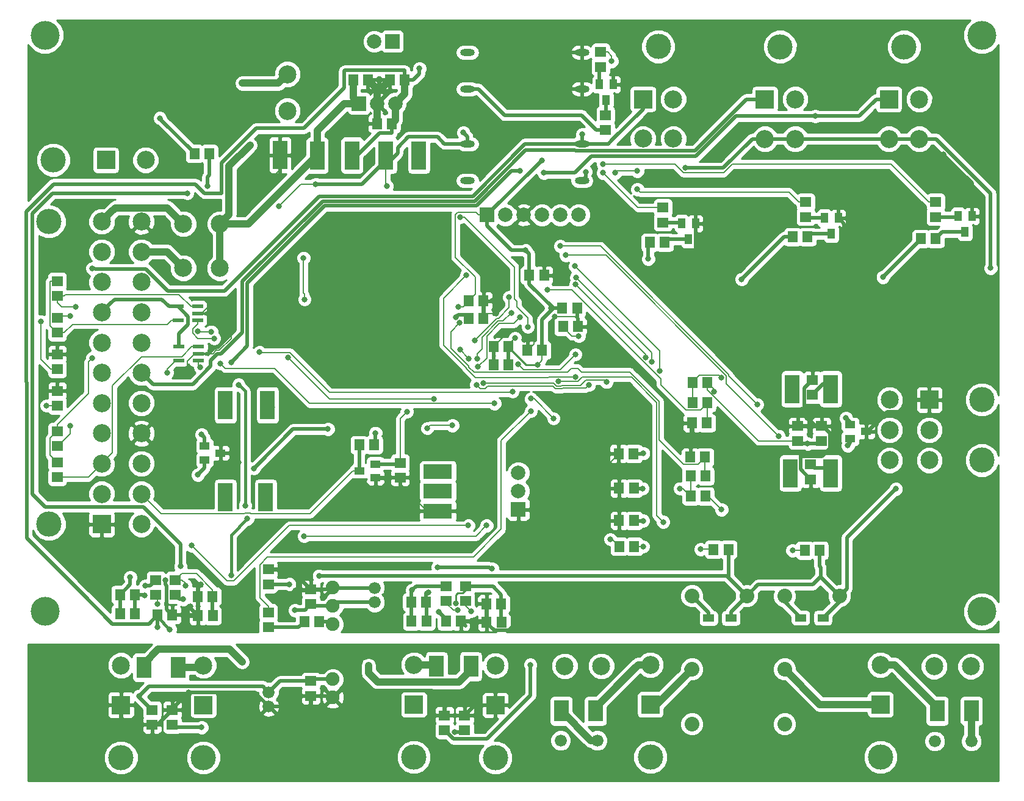
<source format=gbl>
G04 #@! TF.FileFunction,Copper,L2,Bot,Signal*
%FSLAX46Y46*%
G04 Gerber Fmt 4.6, Leading zero omitted, Abs format (unit mm)*
G04 Created by KiCad (PCBNEW 4.0.6) date 07/03/17 14:26:51*
%MOMM*%
%LPD*%
G01*
G04 APERTURE LIST*
%ADD10C,0.100000*%
%ADD11C,4.000000*%
%ADD12R,2.000000X3.000000*%
%ADD13C,2.500000*%
%ADD14R,2.500000X2.500000*%
%ADD15C,3.508000*%
%ADD16C,1.676400*%
%ADD17R,1.400000X1.500000*%
%ADD18C,2.032000*%
%ADD19C,1.905000*%
%ADD20R,1.500000X1.400000*%
%ADD21R,2.000000X2.000000*%
%ADD22C,2.000000*%
%ADD23R,1.500000X0.550000*%
%ADD24R,2.000000X4.000000*%
%ADD25R,4.000000X2.000000*%
%ADD26R,1.000000X1.400000*%
%ADD27R,1.400000X1.000000*%
%ADD28R,1.500000X1.000000*%
%ADD29O,2.006600X0.939800*%
%ADD30C,0.800000*%
%ADD31C,0.203200*%
%ADD32C,0.180000*%
%ADD33C,0.508000*%
%ADD34C,1.000000*%
%ADD35C,0.254000*%
%ADD36C,0.127000*%
%ADD37C,0.400000*%
G04 APERTURE END LIST*
D10*
D11*
X203200000Y-23000000D03*
X203200000Y-103000000D03*
X73200000Y-103000000D03*
D12*
X201750000Y-116800000D03*
X197000000Y-116800000D03*
D13*
X189128400Y-110400000D03*
D14*
X189128400Y-115900000D03*
D15*
X189128400Y-123200000D03*
D16*
X196669660Y-121000000D03*
X201749660Y-121000000D03*
D17*
X168028840Y-94376240D03*
X165978840Y-94376240D03*
D18*
X162966400Y-118618000D03*
X162966400Y-110998000D03*
X162966400Y-100838000D03*
X170586400Y-100838000D03*
X175818800Y-118618000D03*
X175818800Y-110998000D03*
X175818800Y-100838000D03*
X183438800Y-100838000D03*
D15*
X73787000Y-48875400D03*
D13*
X86587000Y-48875400D03*
X86587000Y-53075400D03*
X86587000Y-57275400D03*
X86587000Y-61475400D03*
X86587000Y-65675400D03*
X86587000Y-69875400D03*
X86587000Y-74075400D03*
X86587000Y-78275400D03*
X86587000Y-82475400D03*
X86587000Y-86675400D03*
X86587000Y-90875400D03*
X81087000Y-48875400D03*
X81087000Y-53075400D03*
X81087000Y-57275400D03*
X81087000Y-61475400D03*
X81087000Y-65675400D03*
X81087000Y-69875400D03*
X81087000Y-74075400D03*
D14*
X81087000Y-90875400D03*
D13*
X81087000Y-86675400D03*
X81087000Y-82475400D03*
X81087000Y-78275400D03*
D15*
X73787000Y-90875400D03*
D13*
X87171200Y-40335200D03*
D14*
X81671200Y-40335200D03*
D15*
X74371200Y-40335200D03*
D19*
X113155200Y-114935000D03*
X113155200Y-112395000D03*
X113155200Y-104775000D03*
X113155200Y-102235000D03*
X113155200Y-99695000D03*
D20*
X128903200Y-101549200D03*
X128903200Y-99499200D03*
D13*
X92413200Y-49203200D03*
X97493200Y-49203200D03*
D20*
X150317200Y-25349200D03*
X150317200Y-27399200D03*
X178765200Y-46177200D03*
X178765200Y-48227200D03*
D21*
X116751100Y-32486600D03*
D22*
X119291100Y-32486600D03*
X121831100Y-32486600D03*
D23*
X91795200Y-68158200D03*
X91795200Y-66258200D03*
X94495200Y-66258200D03*
X94495200Y-68158200D03*
X94495200Y-67208200D03*
X91695200Y-62558200D03*
X91695200Y-60658200D03*
X94395200Y-60658200D03*
X94395200Y-62558200D03*
X94395200Y-61608200D03*
D24*
X98255200Y-74337200D03*
X98255200Y-87161200D03*
X104097200Y-74337200D03*
X103843200Y-87161200D03*
X182239900Y-83796000D03*
X182239900Y-72112000D03*
X176651900Y-83796000D03*
X176905900Y-72112000D03*
X125095000Y-39686000D03*
X120523000Y-39686000D03*
X115824000Y-39686000D03*
X105829100Y-39660600D03*
X110998000Y-39686000D03*
D25*
X127721400Y-89053800D03*
X127721400Y-83592800D03*
X127721400Y-86259800D03*
D17*
X154940000Y-93980000D03*
X152890000Y-93980000D03*
X93953200Y-39453200D03*
X96003200Y-39453200D03*
X179019200Y-51003200D03*
X176969200Y-51003200D03*
X159207200Y-51765200D03*
X157157200Y-51765200D03*
D20*
X150986000Y-34116000D03*
X150986000Y-36166000D03*
D17*
X196799200Y-51257200D03*
X194749200Y-51257200D03*
D20*
X158953200Y-46939200D03*
X158953200Y-48989200D03*
X196799200Y-46177200D03*
X196799200Y-48227200D03*
X104203200Y-105203200D03*
X104203200Y-103153200D03*
D17*
X85674200Y-100660200D03*
X83624200Y-100660200D03*
X124077200Y-104343200D03*
X126127200Y-104343200D03*
X96469200Y-100914200D03*
X94419200Y-100914200D03*
X136523200Y-101930200D03*
X134473200Y-101930200D03*
D20*
X91262200Y-100660200D03*
X91262200Y-98610200D03*
X88595200Y-100660200D03*
X88595200Y-98610200D03*
X131570200Y-101549200D03*
X131570200Y-99499200D03*
D17*
X180680580Y-94510860D03*
X178630580Y-94510860D03*
D16*
X144760000Y-120900000D03*
X149840000Y-120900000D03*
D17*
X162803200Y-86981200D03*
X164853200Y-86981200D03*
X162803200Y-84181200D03*
X164853200Y-84181200D03*
X152857200Y-90367360D03*
X154907200Y-90367360D03*
X152857200Y-85896960D03*
X154907200Y-85896960D03*
X152801320Y-81091280D03*
X154851320Y-81091280D03*
X163057200Y-74035200D03*
X165107200Y-74035200D03*
X163057200Y-71235200D03*
X165107200Y-71235200D03*
D20*
X122490000Y-84395500D03*
X122490000Y-82345500D03*
D17*
X118857200Y-79883600D03*
X116807200Y-79883600D03*
D26*
X182321200Y-50579200D03*
X183271200Y-48379200D03*
X181371200Y-48379200D03*
X162509200Y-51341200D03*
X163459200Y-49141200D03*
X161559200Y-49141200D03*
X151079200Y-32037200D03*
X152029200Y-29837200D03*
X150129200Y-29837200D03*
X200863200Y-50325200D03*
X201813200Y-48125200D03*
X199913200Y-48125200D03*
D27*
X116857200Y-83483600D03*
X119057200Y-84433600D03*
X119057200Y-82533600D03*
D14*
X190303200Y-31903200D03*
D13*
X194503200Y-31903200D03*
X190303200Y-37403200D03*
X194503200Y-37403200D03*
D15*
X192403200Y-24603200D03*
D14*
X173103200Y-31903200D03*
D13*
X177303200Y-31903200D03*
X173103200Y-37403200D03*
X177303200Y-37403200D03*
D15*
X175203200Y-24603200D03*
D14*
X156192800Y-31887200D03*
D13*
X160392800Y-31887200D03*
X156192800Y-37387200D03*
X160392800Y-37387200D03*
D15*
X158292800Y-24587200D03*
D13*
X83769200Y-110466200D03*
D14*
X83769200Y-115966200D03*
D15*
X83769200Y-123266200D03*
D13*
X95199200Y-110466200D03*
D14*
X95199200Y-115966200D03*
D15*
X95199200Y-123266200D03*
D13*
X135700000Y-110500000D03*
D14*
X135700000Y-116000000D03*
D15*
X135700000Y-123300000D03*
D13*
X124400000Y-110400000D03*
D14*
X124400000Y-115900000D03*
D15*
X124400000Y-123200000D03*
D13*
X157200000Y-110400000D03*
D14*
X157200000Y-115900000D03*
D15*
X157200000Y-123200000D03*
X203203200Y-82003200D03*
D13*
X190403200Y-82003200D03*
X190403200Y-77803200D03*
X190403200Y-73603200D03*
D14*
X195903200Y-73603200D03*
D13*
X195903200Y-77803200D03*
X195903200Y-82003200D03*
D15*
X203203200Y-73603200D03*
D21*
X121412000Y-23876000D03*
D22*
X118872000Y-23876000D03*
D21*
X134569200Y-47955200D03*
D22*
X137109200Y-47955200D03*
X139649200Y-47955200D03*
X142189200Y-47955200D03*
X144729200Y-47955200D03*
X147269200Y-47955200D03*
D21*
X138887200Y-88849200D03*
D22*
X138887200Y-86309200D03*
X138887200Y-83769200D03*
D13*
X145313400Y-110566200D03*
X150393400Y-110566200D03*
X201650600Y-110617000D03*
X196570600Y-110617000D03*
X106845100Y-33502600D03*
X106845100Y-28422600D03*
X92405200Y-55321200D03*
X97485200Y-55321200D03*
D17*
X111270000Y-104394000D03*
X109220000Y-104394000D03*
D28*
X181153400Y-103860600D03*
X178053400Y-103860600D03*
X168377200Y-103924100D03*
X165277200Y-103924100D03*
D27*
X97577200Y-81003200D03*
X95377200Y-80053200D03*
X95377200Y-81953200D03*
X187149900Y-78016000D03*
X184949900Y-77066000D03*
X184949900Y-78966000D03*
D17*
X83642200Y-103327200D03*
X85692200Y-103327200D03*
X126109200Y-101676200D03*
X124059200Y-101676200D03*
D20*
X104203200Y-99203200D03*
X104203200Y-97153200D03*
D17*
X94437200Y-103581200D03*
X96487200Y-103581200D03*
X134491200Y-104470200D03*
X136541200Y-104470200D03*
D16*
X118953200Y-99703200D03*
X118953200Y-101703200D03*
D17*
X90881200Y-103454200D03*
X88831200Y-103454200D03*
X130935200Y-104343200D03*
X128885200Y-104343200D03*
D20*
X110107200Y-101981000D03*
X110107200Y-99931000D03*
X110107200Y-112649000D03*
X110107200Y-114699000D03*
X88087200Y-118694200D03*
X88087200Y-116644200D03*
X131443200Y-117424200D03*
X131443200Y-119474200D03*
D16*
X104265200Y-116189000D03*
X104265200Y-114189000D03*
D20*
X90881200Y-118694200D03*
X90881200Y-116644200D03*
X128649200Y-119456200D03*
X128649200Y-117406200D03*
X179699900Y-72936000D03*
X179699900Y-70886000D03*
X179445900Y-82588000D03*
X179445900Y-84638000D03*
X180969900Y-77254000D03*
X180969900Y-79304000D03*
X177667900Y-77254000D03*
X177667900Y-79304000D03*
D17*
X119291100Y-35280600D03*
X121341100Y-35280600D03*
X121069100Y-29184600D03*
X123119100Y-29184600D03*
X118021100Y-29184600D03*
X115971100Y-29184600D03*
X164803200Y-81581200D03*
X162753200Y-81581200D03*
X140411200Y-56337200D03*
X142461200Y-56337200D03*
X144983200Y-60909200D03*
X147033200Y-60909200D03*
X147142200Y-63449200D03*
X145092200Y-63449200D03*
X134061200Y-59893200D03*
X132011200Y-59893200D03*
X142189200Y-66751200D03*
X140139200Y-66751200D03*
X134061200Y-62306200D03*
X132011200Y-62306200D03*
X135458200Y-68783200D03*
X137508200Y-68783200D03*
X135458200Y-66243200D03*
X137508200Y-66243200D03*
X165057200Y-76835200D03*
X163007200Y-76835200D03*
D29*
X147726400Y-38100000D03*
X147726400Y-43180000D03*
X147726400Y-30480000D03*
X147726400Y-25400000D03*
X131826000Y-25400000D03*
X131826000Y-30480000D03*
X131826000Y-43180000D03*
X131826000Y-38100000D03*
D12*
X144850000Y-116800000D03*
X149600000Y-116800000D03*
D11*
X73200000Y-23000000D03*
D12*
X132300000Y-110610000D03*
X127550000Y-110610000D03*
X86944000Y-110744000D03*
X91694000Y-110744000D03*
D20*
X74930000Y-69342000D03*
X74930000Y-67292000D03*
X74930000Y-74440000D03*
X74930000Y-72390000D03*
X74930000Y-59182000D03*
X74930000Y-57132000D03*
X74930000Y-64280000D03*
X74930000Y-62230000D03*
X74930000Y-82278000D03*
X74930000Y-84328000D03*
X74930000Y-80028000D03*
X74930000Y-77978000D03*
D30*
X112014000Y-58928000D03*
X106426000Y-60706000D03*
X99060000Y-62737998D03*
X92710006Y-70358000D03*
X90932000Y-73914000D03*
X152874980Y-104556560D03*
X110998000Y-53848000D03*
X102108000Y-45974000D03*
X153797000Y-75565000D03*
X152908000Y-92202000D03*
X89197691Y-32601875D03*
X89197691Y-24676875D03*
X135813800Y-61658500D03*
X96837500Y-59728100D03*
X143902488Y-62059457D03*
X139720064Y-65288445D03*
X141033500Y-65239900D03*
X112268000Y-79679800D03*
X113432200Y-81737200D03*
X94819900Y-99264210D03*
X89916000Y-98653600D03*
X132778200Y-104978200D03*
X107983199Y-100068201D03*
X141173200Y-32715200D03*
X100090011Y-82306364D03*
X179781200Y-68783200D03*
X184099200Y-53289200D03*
X164033200Y-56591200D03*
X197840220Y-39546746D03*
X163525200Y-47447200D03*
X93421200Y-102311200D03*
X93167200Y-114249200D03*
X136633022Y-64342288D03*
X179019200Y-76149200D03*
X142627001Y-52711001D03*
X135331200Y-59893200D03*
X142951200Y-58369200D03*
X142163800Y-40360600D03*
X138430000Y-65024000D03*
X130556000Y-60706000D03*
X166014400Y-72466200D03*
X167081200Y-88849200D03*
X179019200Y-79705200D03*
X141556505Y-68744985D03*
X139882762Y-52856943D03*
X143459200Y-60909200D03*
X130230785Y-62148553D03*
X147269200Y-64751602D03*
X130758798Y-62941200D03*
X100629401Y-29672599D03*
X107125000Y-99203200D03*
X191287400Y-85979000D03*
X101650000Y-38275000D03*
X99034913Y-97960985D03*
X111239702Y-98031702D03*
X100081986Y-71520414D03*
X101295200Y-90119200D03*
X100990012Y-88290012D03*
X88825000Y-105175000D03*
X127886939Y-103067966D03*
X90551000Y-105474002D03*
X125171200Y-27635200D03*
X110744004Y-43688000D03*
X92964000Y-44958000D03*
X120650000Y-43942000D03*
X109220000Y-59690000D03*
X109094101Y-53923899D03*
X105664000Y-46736000D03*
X135255000Y-97028000D03*
X127711200Y-96839190D03*
X131267200Y-36525200D03*
X92022200Y-96723200D03*
X184607200Y-79959200D03*
X184353200Y-76149200D03*
X102185604Y-83135604D03*
X112471200Y-77673200D03*
X94437200Y-84023200D03*
X94945200Y-78435200D03*
X140550900Y-110375700D03*
X94945200Y-119075200D03*
X86309200Y-114712791D03*
X130073400Y-119684800D03*
X107899200Y-102819200D03*
X130262752Y-101850804D03*
X92684600Y-99364800D03*
X126441200Y-100305610D03*
X124155200Y-100025200D03*
X138886091Y-68631909D03*
X146812000Y-67310000D03*
X126252859Y-77569046D03*
X85039200Y-98247200D03*
X129743200Y-77165200D03*
X87122000Y-99415600D03*
X87071200Y-100787200D03*
X151117300Y-71145400D03*
X134039084Y-71311328D03*
X156235400Y-81051400D03*
X158529778Y-69573665D03*
X146761200Y-55067200D03*
X156107360Y-85922360D03*
X157357641Y-68302109D03*
X146906436Y-56645348D03*
X156183560Y-90392760D03*
X156592173Y-67735410D03*
X146827844Y-57594512D03*
X164185600Y-94358460D03*
X176916080Y-94528640D03*
X156210000Y-93980000D03*
X99051967Y-68399913D03*
X180086000Y-34239200D03*
X139141200Y-41859200D03*
X142443200Y-42113200D03*
X119075200Y-78225722D03*
X79756000Y-55372000D03*
X148234400Y-41960800D03*
X147751800Y-36753800D03*
X77470000Y-60706000D03*
X118110000Y-110490000D03*
X100584000Y-109982000D03*
X162077400Y-41427400D03*
X204419200Y-55321200D03*
X96293293Y-64170661D03*
X94386400Y-64059165D03*
X132861751Y-65383159D03*
X123423362Y-75278515D03*
X137617200Y-59385200D03*
X127146031Y-73463190D03*
X106928745Y-67721655D03*
X132035000Y-67900000D03*
X130810000Y-66675000D03*
X167081200Y-70561200D03*
X161315400Y-85928200D03*
X172053210Y-74263210D03*
X144696820Y-52273200D03*
X133200000Y-67900000D03*
X137890262Y-61525190D03*
X158978600Y-90561160D03*
X144482481Y-71074010D03*
X140624010Y-73454420D03*
X143764000Y-76200000D03*
X130437379Y-102831808D03*
X132334367Y-102961886D03*
X88823800Y-101930200D03*
X92405200Y-101295200D03*
X140624010Y-75193814D03*
X148692383Y-71542629D03*
X133071802Y-71522232D03*
X150633418Y-40905418D03*
X152349200Y-42113200D03*
X155397200Y-41859200D03*
X151841200Y-26619200D03*
X150615610Y-42114209D03*
X155397200Y-44399200D03*
X189465200Y-56591200D03*
X156921200Y-54051200D03*
X169875200Y-56889200D03*
X89150000Y-34525000D03*
X95758000Y-43942000D03*
X151638000Y-92964000D03*
X146830000Y-70420000D03*
X131700000Y-56340000D03*
X174982511Y-78649990D03*
X145491200Y-53543200D03*
X133300000Y-69000000D03*
X139141200Y-62179200D03*
X103000000Y-67000000D03*
X96696751Y-65074542D03*
X138101245Y-72485290D03*
X97536000Y-68579998D03*
X94742002Y-69088000D03*
X135585200Y-74117200D03*
X140208000Y-63500000D03*
X130810000Y-48260000D03*
X134493000Y-91059000D03*
X109169200Y-92531801D03*
X93599000Y-93853000D03*
X131953000Y-91059000D03*
X76708000Y-61976000D03*
X72644000Y-62738000D03*
X73406000Y-74422000D03*
X76708000Y-77216000D03*
X79756000Y-67818000D03*
X90170000Y-69850000D03*
D31*
X106426000Y-60706000D02*
X110236000Y-60706000D01*
X110236000Y-60706000D02*
X112014000Y-58928000D01*
D32*
X99060000Y-63303683D02*
X99060000Y-62737998D01*
X99060000Y-65078747D02*
X99060000Y-63303683D01*
X97393748Y-66744999D02*
X99060000Y-65078747D01*
D31*
X96951091Y-66744999D02*
X97393748Y-66744999D01*
X94495200Y-67208200D02*
X96487890Y-67208200D01*
X96487890Y-67208200D02*
X96951091Y-66744999D01*
X92710006Y-69792315D02*
X92710006Y-70358000D01*
X92964000Y-69538321D02*
X92710006Y-69792315D01*
X92964000Y-68264400D02*
X92964000Y-69538321D01*
X94020200Y-67208200D02*
X92964000Y-68264400D01*
X94495200Y-67208200D02*
X94020200Y-67208200D01*
X90932000Y-73930400D02*
X90932000Y-73914000D01*
X86587000Y-78275400D02*
X90932000Y-73930400D01*
X74930000Y-67292000D02*
X75883200Y-67292000D01*
X75883200Y-67292000D02*
X76454000Y-67862800D01*
X76454000Y-67862800D02*
X76454000Y-71882000D01*
X76454000Y-71882000D02*
X75946000Y-72390000D01*
X75946000Y-72390000D02*
X74930000Y-72390000D01*
D32*
X97393748Y-66744999D02*
X97401950Y-66753200D01*
D31*
X94395200Y-61608200D02*
X94957400Y-61608200D01*
X94957400Y-61608200D02*
X96437501Y-60128099D01*
X96437501Y-60128099D02*
X96837500Y-59728100D01*
X127021400Y-89053800D02*
X126245100Y-89053800D01*
X126245100Y-89053800D02*
X122490000Y-85298700D01*
X122490000Y-85298700D02*
X122490000Y-84395500D01*
X102108000Y-45974000D02*
X102108000Y-45408315D01*
X102108000Y-45408315D02*
X105829100Y-41687215D01*
X105829100Y-41687215D02*
X105829100Y-40360600D01*
D33*
X128649200Y-117406200D02*
X128649200Y-115699200D01*
X128649200Y-115699200D02*
X126932501Y-113982501D01*
X126932501Y-113982501D02*
X114107699Y-113982501D01*
X114107699Y-113982501D02*
X113155200Y-114935000D01*
X131443200Y-117424200D02*
X132867400Y-116000000D01*
X132867400Y-116000000D02*
X135700000Y-116000000D01*
X141262722Y-101930200D02*
X152636220Y-101930200D01*
X152636220Y-101930200D02*
X152882274Y-101930200D01*
X152874980Y-104556560D02*
X152874980Y-102168960D01*
X152874980Y-102168960D02*
X152636220Y-101930200D01*
D31*
X152874980Y-104556560D02*
X152874980Y-101937494D01*
X152874980Y-101937494D02*
X152882274Y-101930200D01*
X112014000Y-54864000D02*
X112014000Y-58928000D01*
X110998000Y-53848000D02*
X112014000Y-54864000D01*
X153797000Y-75565000D02*
X152801320Y-76560680D01*
X152801320Y-76560680D02*
X152801320Y-81091280D01*
X152908000Y-92202000D02*
X152908000Y-90418160D01*
X152908000Y-90418160D02*
X152857200Y-90367360D01*
X152940000Y-90450160D02*
X152857200Y-90367360D01*
D34*
X89197691Y-24676875D02*
X89197691Y-32601875D01*
D33*
X131443200Y-117424200D02*
X128667200Y-117424200D01*
X128667200Y-117424200D02*
X128649200Y-117406200D01*
X94437200Y-103581200D02*
X94437200Y-100932200D01*
X94437200Y-100932200D02*
X94419200Y-100914200D01*
X93421200Y-102311200D02*
X93421200Y-102565200D01*
X93421200Y-102565200D02*
X94437200Y-103581200D01*
X90881200Y-103454200D02*
X94310200Y-103454200D01*
X94310200Y-103454200D02*
X94437200Y-103581200D01*
X90881200Y-103454200D02*
X90105799Y-102678799D01*
X90105799Y-102678799D02*
X90105799Y-99409084D01*
X90105799Y-99409084D02*
X89916000Y-99219285D01*
X89916000Y-99219285D02*
X89916000Y-98653600D01*
D31*
X135813800Y-61658500D02*
X134708900Y-61658500D01*
X134708900Y-61658500D02*
X134061200Y-62306200D01*
X147142200Y-63449200D02*
X147142200Y-62496000D01*
X147142200Y-62496000D02*
X146705657Y-62059457D01*
X146705657Y-62059457D02*
X143902488Y-62059457D01*
X141033500Y-65239900D02*
X141033500Y-65856900D01*
X141033500Y-65856900D02*
X140139200Y-66751200D01*
X140139200Y-66751200D02*
X140139200Y-65707581D01*
X140139200Y-65707581D02*
X140120063Y-65688444D01*
X140120063Y-65688444D02*
X139720064Y-65288445D01*
X140157200Y-66733200D02*
X140139200Y-66751200D01*
D32*
X94970200Y-67208200D02*
X94495200Y-67208200D01*
D33*
X137566321Y-105626601D02*
X141262722Y-101930200D01*
X134473200Y-101930200D02*
X134473200Y-104583722D01*
X134473200Y-104583722D02*
X135516079Y-105626601D01*
X135516079Y-105626601D02*
X137566321Y-105626601D01*
X131443200Y-117424200D02*
X131493200Y-117424200D01*
X113432200Y-80945600D02*
X112268000Y-79781400D01*
X112268000Y-79781400D02*
X112268000Y-79679800D01*
X113432200Y-81737200D02*
X113432200Y-80945600D01*
X94811190Y-99264210D02*
X94819900Y-99264210D01*
X94419200Y-99656200D02*
X94811190Y-99264210D01*
X94419200Y-100914200D02*
X94419200Y-99656200D01*
X130935200Y-104343200D02*
X132143200Y-104343200D01*
X132143200Y-104343200D02*
X132778200Y-104978200D01*
X107983199Y-100068201D02*
X109969999Y-100068201D01*
X109969999Y-100068201D02*
X110107200Y-99931000D01*
D31*
X141173200Y-29738318D02*
X141173200Y-32715200D01*
X147726400Y-30480000D02*
X146519900Y-30480000D01*
X146519900Y-30480000D02*
X144813499Y-28773599D01*
X144813499Y-28773599D02*
X142137919Y-28773599D01*
X142137919Y-28773599D02*
X141173200Y-29738318D01*
D33*
X97577200Y-81003200D02*
X98786847Y-81003200D01*
X99690012Y-81906365D02*
X100090011Y-82306364D01*
X98786847Y-81003200D02*
X99690012Y-81906365D01*
D31*
X134491200Y-104520200D02*
X134491200Y-104470200D01*
X152857200Y-90367360D02*
X152857200Y-85896960D01*
X152801320Y-81091280D02*
X152801320Y-85841080D01*
X152801320Y-85841080D02*
X152857200Y-85896960D01*
X138887200Y-88849200D02*
X145093400Y-88849200D01*
X145093400Y-88849200D02*
X152801320Y-81141280D01*
X152801320Y-81141280D02*
X152801320Y-81091280D01*
X162753200Y-81581200D02*
X162753200Y-77089200D01*
X162753200Y-77089200D02*
X163007200Y-76835200D01*
D33*
X179445900Y-84638000D02*
X178058301Y-83250401D01*
X182126301Y-78278879D02*
X181101422Y-77254000D01*
X182126301Y-80329121D02*
X182126301Y-78278879D01*
X178058301Y-83250401D02*
X178058301Y-81470879D01*
X180984543Y-81470879D02*
X182126301Y-80329121D01*
X181101422Y-77254000D02*
X177667900Y-77254000D01*
X178058301Y-81470879D02*
X180984543Y-81470879D01*
X179699900Y-70886000D02*
X179649900Y-70886000D01*
X179649900Y-70886000D02*
X178543499Y-71992401D01*
X178543499Y-71992401D02*
X178543499Y-75673499D01*
X178543499Y-75673499D02*
X178619201Y-75749201D01*
X178619201Y-75749201D02*
X179019200Y-76149200D01*
X179781200Y-68783200D02*
X179781200Y-70804700D01*
X179781200Y-70804700D02*
X179699900Y-70886000D01*
X184099200Y-53289200D02*
X184099200Y-49207200D01*
X184099200Y-49207200D02*
X183271200Y-48379200D01*
X163459200Y-55509200D02*
X164033200Y-56083200D01*
X164033200Y-56083200D02*
X164033200Y-56591200D01*
X163459200Y-49141200D02*
X163459200Y-55509200D01*
X198240219Y-39946745D02*
X197840220Y-39546746D01*
X201813200Y-43519726D02*
X198240219Y-39946745D01*
X201813200Y-48125200D02*
X201813200Y-43519726D01*
X147726400Y-25400000D02*
X147726400Y-30480000D01*
X131595600Y-105003600D02*
X130935200Y-104343200D01*
X134473200Y-101930200D02*
X134473200Y-104452200D01*
X134473200Y-104452200D02*
X134491200Y-104470200D01*
X130935200Y-104343200D02*
X134364200Y-104343200D01*
X134364200Y-104343200D02*
X134491200Y-104470200D01*
X110107200Y-99931000D02*
X110057200Y-99931000D01*
X110057200Y-99931000D02*
X107279400Y-97153200D01*
X107279400Y-97153200D02*
X105461200Y-97153200D01*
X105461200Y-97153200D02*
X104203200Y-97153200D01*
X110107200Y-99931000D02*
X112919200Y-99931000D01*
X112919200Y-99931000D02*
X113155200Y-99695000D01*
X118953200Y-99703200D02*
X113163400Y-99703200D01*
X113163400Y-99703200D02*
X113155200Y-99695000D01*
X163525200Y-47447200D02*
X163525200Y-49075200D01*
X163525200Y-49075200D02*
X163459200Y-49141200D01*
X110107200Y-114699000D02*
X112919200Y-114699000D01*
X112919200Y-114699000D02*
X113155200Y-114935000D01*
X104265200Y-116189000D02*
X109825200Y-116189000D01*
X109825200Y-116189000D02*
X110107200Y-115907000D01*
X110107200Y-115907000D02*
X110107200Y-114699000D01*
X93167200Y-114249200D02*
X102325400Y-114249200D01*
X102325400Y-114249200D02*
X104265200Y-116189000D01*
X90881200Y-116644200D02*
X90881200Y-116535200D01*
X90881200Y-116535200D02*
X93167200Y-114249200D01*
X88087200Y-118694200D02*
X88831200Y-118694200D01*
X88831200Y-118694200D02*
X90881200Y-116644200D01*
X83769200Y-115966200D02*
X83769200Y-117724200D01*
X83769200Y-117724200D02*
X84739200Y-118694200D01*
X84739200Y-118694200D02*
X86829200Y-118694200D01*
X86829200Y-118694200D02*
X88087200Y-118694200D01*
D34*
X119291100Y-32486600D02*
X119291100Y-30962600D01*
X119291100Y-30962600D02*
X121069100Y-29184600D01*
X119291100Y-32486600D02*
X119291100Y-30454600D01*
X119291100Y-30454600D02*
X118021100Y-29184600D01*
X119291100Y-35280600D02*
X119291100Y-32486600D01*
D33*
X119057200Y-84433600D02*
X122451900Y-84433600D01*
X122451900Y-84433600D02*
X122490000Y-84395500D01*
D31*
X135458200Y-66243200D02*
X135458200Y-66193200D01*
X135458200Y-66193200D02*
X136633022Y-65018378D01*
X136633022Y-65018378D02*
X136633022Y-64907973D01*
X136633022Y-64907973D02*
X136633022Y-64342288D01*
D33*
X187149900Y-78016000D02*
X187349900Y-78016000D01*
X187349900Y-78016000D02*
X190106299Y-75259601D01*
X190106299Y-75259601D02*
X192488799Y-75259601D01*
X192488799Y-75259601D02*
X194145200Y-73603200D01*
X194145200Y-73603200D02*
X195903200Y-73603200D01*
X180969900Y-77254000D02*
X180124000Y-77254000D01*
X180124000Y-77254000D02*
X179019200Y-76149200D01*
D31*
X142627001Y-52711001D02*
X142627001Y-50933001D01*
X142627001Y-50933001D02*
X139649200Y-47955200D01*
X142461200Y-52876802D02*
X142627001Y-52711001D01*
X142461200Y-56337200D02*
X142461200Y-52876802D01*
X134061200Y-59893200D02*
X135331200Y-59893200D01*
X135458200Y-66243200D02*
X134950200Y-66751200D01*
X147650200Y-63957200D02*
X147142200Y-63449200D01*
D33*
X134061200Y-59893200D02*
X134061200Y-62306200D01*
D31*
X164153199Y-75039201D02*
X165107200Y-74085200D01*
X165107200Y-74085200D02*
X165107200Y-74035200D01*
X162153999Y-75039201D02*
X164153199Y-75039201D01*
X146334239Y-58369200D02*
X155938171Y-67973132D01*
X155938171Y-67973132D02*
X155938171Y-68023932D01*
X142951200Y-58369200D02*
X146334239Y-58369200D01*
X155938171Y-68023932D02*
X158643202Y-70728963D01*
X158643202Y-70728963D02*
X158643202Y-71528404D01*
X158643202Y-71528404D02*
X162153999Y-75039201D01*
X165107200Y-74035200D02*
X165107200Y-76785200D01*
X165107200Y-76785200D02*
X165057200Y-76835200D01*
X137508200Y-66243200D02*
X137508200Y-65945800D01*
X137508200Y-65945800D02*
X138430000Y-65024000D01*
X134569200Y-47955200D02*
X133366000Y-47955200D01*
X133366000Y-47955200D02*
X133016799Y-47605999D01*
X133016799Y-47605999D02*
X130496079Y-47605999D01*
X130496079Y-47605999D02*
X130155999Y-47946079D01*
X130155999Y-47946079D02*
X130155999Y-53828077D01*
X130155999Y-53828077D02*
X132914400Y-56586478D01*
X132914400Y-56586478D02*
X132914400Y-58940000D01*
X132914400Y-58940000D02*
X132011200Y-59843200D01*
X132011200Y-59843200D02*
X132011200Y-59893200D01*
X130556000Y-60706000D02*
X131198400Y-60706000D01*
X131198400Y-60706000D02*
X132011200Y-59893200D01*
D35*
X137508200Y-66243200D02*
X137508200Y-66293200D01*
X137508200Y-66293200D02*
X139959985Y-68744985D01*
X139959985Y-68744985D02*
X140990820Y-68744985D01*
X140990820Y-68744985D02*
X141556505Y-68744985D01*
D31*
X132111208Y-59789427D02*
X131711209Y-59389428D01*
X132011200Y-59893200D02*
X132111208Y-59793192D01*
X132111208Y-59793192D02*
X132111208Y-59789427D01*
D33*
X142189200Y-62495200D02*
X142189200Y-63703200D01*
X143775200Y-60909200D02*
X142189200Y-62495200D01*
X144983200Y-60909200D02*
X143775200Y-60909200D01*
D31*
X137675878Y-66230409D02*
X138075877Y-65830410D01*
X137663087Y-66243200D02*
X137675878Y-66230409D01*
X137508200Y-66243200D02*
X137663087Y-66243200D01*
X166014400Y-72466200D02*
X166014400Y-72142400D01*
X166014400Y-72142400D02*
X165107200Y-71235200D01*
X165107200Y-72188400D02*
X172222800Y-79304000D01*
X165107200Y-71235200D02*
X165107200Y-72188400D01*
X172222800Y-79304000D02*
X176714700Y-79304000D01*
X176714700Y-79304000D02*
X177667900Y-79304000D01*
D33*
X143775200Y-60909200D02*
X140411200Y-57545200D01*
X140411200Y-57545200D02*
X140411200Y-56337200D01*
D31*
X167081200Y-88849200D02*
X165213200Y-86981200D01*
X165213200Y-86981200D02*
X164853200Y-86981200D01*
D33*
X141782790Y-40741610D02*
X134569200Y-47955200D01*
X142163800Y-40360600D02*
X141782790Y-40741610D01*
X179019200Y-79705200D02*
X180568700Y-79705200D01*
X180568700Y-79705200D02*
X180969900Y-79304000D01*
X179019200Y-79705200D02*
X178069100Y-79705200D01*
X178069100Y-79705200D02*
X177667900Y-79304000D01*
D31*
X142189200Y-68112290D02*
X141956504Y-68344986D01*
X141956504Y-68344986D02*
X141556505Y-68744985D01*
X142189200Y-66751200D02*
X142189200Y-68112290D01*
D33*
X140411200Y-56337200D02*
X140411200Y-53385381D01*
X134569200Y-49463200D02*
X137962943Y-52856943D01*
X140282761Y-53256942D02*
X139882762Y-52856943D01*
X137962943Y-52856943D02*
X139317077Y-52856943D01*
X139317077Y-52856943D02*
X139882762Y-52856943D01*
X134569200Y-47955200D02*
X134569200Y-49463200D01*
X140411200Y-53385381D02*
X140282761Y-53256942D01*
D31*
X143459200Y-60909200D02*
X144983200Y-60909200D01*
D33*
X142189200Y-63703200D02*
X142189200Y-66751200D01*
X140284200Y-56210200D02*
X140411200Y-56337200D01*
X137508200Y-68783200D02*
X137508200Y-66243200D01*
X140411200Y-55702200D02*
X140411200Y-56337200D01*
X132011200Y-62306200D02*
X131515210Y-61810210D01*
X131515210Y-61810210D02*
X130569128Y-61810210D01*
X130569128Y-61810210D02*
X130230785Y-62148553D01*
D31*
X147269200Y-64751602D02*
X146344602Y-64751602D01*
X146344602Y-64751602D02*
X145092200Y-63499200D01*
X145092200Y-63499200D02*
X145092200Y-63449200D01*
X158445200Y-73863199D02*
X158445200Y-79197200D01*
X147131219Y-69280388D02*
X147638032Y-69787201D01*
X132030652Y-69082031D02*
X132735822Y-69787201D01*
X146208781Y-69280388D02*
X147131219Y-69280388D01*
X130758798Y-62941200D02*
X129540000Y-64159998D01*
X129540000Y-64159998D02*
X129540000Y-66467092D01*
X132735822Y-69787201D02*
X145701968Y-69787201D01*
X129540000Y-66467092D02*
X132030652Y-68957744D01*
X163849199Y-82585201D02*
X164803200Y-81631200D01*
X132030652Y-68957744D02*
X132030652Y-69082031D01*
X145701968Y-69787201D02*
X146208781Y-69280388D01*
X161833201Y-82585201D02*
X163849199Y-82585201D01*
X158445200Y-79197200D02*
X161833201Y-82585201D01*
X164803200Y-81631200D02*
X164803200Y-81581200D01*
X154369201Y-69787201D02*
X158445200Y-73863199D01*
X147638032Y-69787201D02*
X154369201Y-69787201D01*
X164803200Y-81581200D02*
X164803200Y-84131200D01*
X164803200Y-84131200D02*
X164853200Y-84181200D01*
D36*
X164803200Y-81531200D02*
X164803200Y-81581200D01*
D33*
X91695200Y-60658200D02*
X90437200Y-60658200D01*
X90437200Y-60658200D02*
X89450399Y-59671399D01*
X89450399Y-59671399D02*
X82891001Y-59671399D01*
X82891001Y-59671399D02*
X82336999Y-60225401D01*
X82336999Y-60225401D02*
X81087000Y-61475400D01*
X91795200Y-66258200D02*
X91795200Y-64480402D01*
X91795200Y-64480402D02*
X93091199Y-63184403D01*
X93091199Y-63184403D02*
X93091199Y-62054199D01*
X93091199Y-62054199D02*
X91695200Y-60658200D01*
D37*
X91694000Y-60657000D02*
X91695200Y-60658200D01*
D34*
X116751100Y-32486600D02*
X114751100Y-32486600D01*
X114751100Y-32486600D02*
X110998000Y-36239700D01*
X110998000Y-36239700D02*
X110998000Y-40386000D01*
X110998000Y-40386000D02*
X110236000Y-40386000D01*
X110236000Y-40386000D02*
X107442000Y-43180000D01*
X106845100Y-28422600D02*
X105595101Y-29672599D01*
X105595101Y-29672599D02*
X100629401Y-29672599D01*
D33*
X105673925Y-99203200D02*
X107125000Y-99203200D01*
X107278200Y-99203200D02*
X107125000Y-99203200D01*
X142010306Y-98031702D02*
X167780102Y-98031702D01*
X167780102Y-98031702D02*
X168028840Y-98280440D01*
X168028840Y-94376240D02*
X168028840Y-98280440D01*
X168028840Y-98280440D02*
X170586400Y-100838000D01*
X168377200Y-103924100D02*
X168377200Y-103047200D01*
X168377200Y-103047200D02*
X170586400Y-100838000D01*
X170586400Y-100838000D02*
X169570401Y-99822001D01*
X168028840Y-94376240D02*
X168028840Y-97693960D01*
X180840600Y-96893380D02*
X180680580Y-96733360D01*
X180680580Y-96733360D02*
X180680580Y-94510860D01*
X184454799Y-92753181D02*
X191228980Y-85979000D01*
X191228980Y-85979000D02*
X191287400Y-85979000D01*
X183438800Y-100838000D02*
X184454799Y-99822001D01*
X184454799Y-99822001D02*
X184454799Y-92753181D01*
X183438800Y-100838000D02*
X180840600Y-98239800D01*
X180840600Y-98239800D02*
X180840600Y-98151380D01*
X183438800Y-100838000D02*
X183438800Y-101575200D01*
X183438800Y-101575200D02*
X181153400Y-103860600D01*
X170586400Y-100838000D02*
X172156401Y-99267999D01*
X172156401Y-99267999D02*
X179723981Y-99267999D01*
X179723981Y-99267999D02*
X180840600Y-98151380D01*
X180840600Y-98151380D02*
X180840600Y-96893380D01*
X111239702Y-98031702D02*
X142010306Y-98031702D01*
D34*
X101418800Y-49203200D02*
X107442000Y-43180000D01*
X97493200Y-49203200D02*
X101418800Y-49203200D01*
D33*
X141732000Y-98031702D02*
X142010306Y-98031702D01*
D34*
X98743199Y-41181801D02*
X101650000Y-38275000D01*
X97493200Y-49203200D02*
X98743199Y-47953201D01*
X98743199Y-47953201D02*
X98743199Y-41181801D01*
D37*
X111805387Y-98031702D02*
X111239702Y-98031702D01*
X99034913Y-92379487D02*
X99034913Y-97395300D01*
X101295200Y-90119200D02*
X99034913Y-92379487D01*
X99034913Y-97395300D02*
X99034913Y-97960985D01*
D33*
X104203200Y-99203200D02*
X105673925Y-99203200D01*
D37*
X100990012Y-72428440D02*
X100481985Y-71920413D01*
X100481985Y-71920413D02*
X100081986Y-71520414D01*
X100990012Y-88290012D02*
X100990012Y-72428440D01*
D34*
X97485200Y-55321200D02*
X97485200Y-49211200D01*
X97485200Y-49211200D02*
X97493200Y-49203200D01*
X115971100Y-29184600D02*
X115971100Y-31706600D01*
X115971100Y-31706600D02*
X116751100Y-32486600D01*
D33*
X97689188Y-44958000D02*
X95362078Y-44958000D01*
X95362078Y-44958000D02*
X94092078Y-43688000D01*
X94092078Y-43688000D02*
X74415860Y-43688000D01*
X74415860Y-43688000D02*
X70612000Y-47491860D01*
X70612000Y-47491860D02*
X70612000Y-71120000D01*
X70612000Y-71120000D02*
X70670989Y-71178989D01*
X70670989Y-71178989D02*
X70670989Y-92768989D01*
X70670989Y-92768989D02*
X78150000Y-100248000D01*
X78150000Y-100248000D02*
X78150000Y-100282202D01*
X78150000Y-100282202D02*
X82579998Y-104712200D01*
X82579998Y-104712200D02*
X87623200Y-104712200D01*
X87623200Y-104712200D02*
X88831200Y-103504200D01*
X88831200Y-103504200D02*
X88831200Y-103454200D01*
X97689188Y-44958000D02*
X97689188Y-40745216D01*
X97689188Y-40745216D02*
X102493404Y-35941000D01*
X114717099Y-27991399D02*
X114827899Y-27880599D01*
X114717099Y-30357901D02*
X114717099Y-27991399D01*
X102493404Y-35941000D02*
X109134000Y-35941000D01*
X114827899Y-27880599D02*
X123073099Y-27880599D01*
X123073099Y-27880599D02*
X123119100Y-27926600D01*
X109134000Y-35941000D02*
X114717099Y-30357901D01*
X123119100Y-27926600D02*
X123119100Y-29184600D01*
X115824000Y-40386000D02*
X119625399Y-36584601D01*
X119625399Y-36584601D02*
X121295099Y-36584601D01*
X121295099Y-36584601D02*
X121341100Y-36538600D01*
X121341100Y-36538600D02*
X121341100Y-35280600D01*
X88831200Y-103454200D02*
X88831200Y-105168800D01*
X88831200Y-105168800D02*
X88825000Y-105175000D01*
X128885200Y-104343200D02*
X128885200Y-104066227D01*
X128885200Y-104066227D02*
X127886939Y-103067966D01*
D37*
X88831201Y-103754203D02*
X90551000Y-105474002D01*
X128885200Y-104393200D02*
X128885200Y-104343200D01*
X88831200Y-103454200D02*
X88831201Y-103754203D01*
X123119100Y-28034600D02*
X123119100Y-29184600D01*
D33*
X125171200Y-28340500D02*
X125171200Y-27635200D01*
X123119100Y-29184600D02*
X124327100Y-29184600D01*
X124327100Y-29184600D02*
X125171200Y-28340500D01*
D34*
X121831100Y-32486600D02*
X121831100Y-34790600D01*
X121831100Y-34790600D02*
X121341100Y-35280600D01*
X121831100Y-32486600D02*
X123119100Y-31198600D01*
X123119100Y-31198600D02*
X123119100Y-29184600D01*
D33*
X117221000Y-43688000D02*
X111309689Y-43688000D01*
X120523000Y-40386000D02*
X117221000Y-43688000D01*
D31*
X110178319Y-43688000D02*
X110744004Y-43688000D01*
X105664000Y-46736000D02*
X108712000Y-43688000D01*
D33*
X111309689Y-43688000D02*
X110744004Y-43688000D01*
D31*
X108712000Y-43688000D02*
X110178319Y-43688000D01*
D33*
X80300999Y-88479401D02*
X85721079Y-88479401D01*
X71478999Y-86718999D02*
X73239401Y-88479401D01*
X73239401Y-88479401D02*
X80300999Y-88479401D01*
X92964000Y-44958000D02*
X74288558Y-44958000D01*
X74288558Y-44958000D02*
X71478999Y-47767559D01*
X71478999Y-47767559D02*
X71478999Y-86718999D01*
D31*
X120523000Y-40386000D02*
X120523000Y-43815000D01*
X120523000Y-43815000D02*
X120650000Y-43942000D01*
D33*
X128625600Y-38100000D02*
X127657599Y-37131999D01*
X127657599Y-37131999D02*
X123651799Y-37131999D01*
X123651799Y-37131999D02*
X122149110Y-38634688D01*
X122149110Y-38634688D02*
X122149110Y-39369188D01*
X122149110Y-39369188D02*
X121132298Y-40386000D01*
X121132298Y-40386000D02*
X120523000Y-40386000D01*
X128625600Y-38100000D02*
X131826000Y-38100000D01*
D31*
X109094101Y-58802101D02*
X109220000Y-58928000D01*
X109220000Y-58928000D02*
X109220000Y-59690000D01*
X109094101Y-53923899D02*
X109094101Y-58802101D01*
D33*
X92022200Y-96723200D02*
X92022200Y-93640678D01*
X92022200Y-93640678D02*
X86860923Y-88479401D01*
X86860923Y-88479401D02*
X85721079Y-88479401D01*
X134837590Y-96839190D02*
X135026400Y-97028000D01*
X135026400Y-97028000D02*
X135255000Y-97028000D01*
X127711200Y-96839190D02*
X134837590Y-96839190D01*
X131826000Y-37084000D02*
X131267200Y-36525200D01*
X131826000Y-37122100D02*
X131826000Y-37084000D01*
X131826000Y-38100000D02*
X131826000Y-37122100D01*
X182239900Y-83096000D02*
X179953900Y-83096000D01*
X179953900Y-83096000D02*
X179445900Y-82588000D01*
X184949900Y-79616500D02*
X184607200Y-79959200D01*
X184949900Y-78966000D02*
X184949900Y-79616500D01*
X182239900Y-71412000D02*
X181223900Y-71412000D01*
X181223900Y-71412000D02*
X179699900Y-72936000D01*
X184949900Y-77066000D02*
X184949900Y-76745900D01*
X184949900Y-76745900D02*
X184353200Y-76149200D01*
X112471200Y-77673200D02*
X107648008Y-77673200D01*
X107648008Y-77673200D02*
X102585603Y-82735605D01*
X102585603Y-82735605D02*
X102185604Y-83135604D01*
X95377200Y-81953200D02*
X95377200Y-83083200D01*
X95377200Y-83083200D02*
X94437200Y-84023200D01*
X95377200Y-79045200D02*
X95377200Y-78867200D01*
X95377200Y-78867200D02*
X94945200Y-78435200D01*
X95377200Y-80053200D02*
X95377200Y-79045200D01*
X128699200Y-119456200D02*
X129907200Y-120664200D01*
X129907200Y-120664200D02*
X134548722Y-120664200D01*
X134548722Y-120664200D02*
X140550900Y-114662022D01*
X140550900Y-114662022D02*
X140550900Y-110375700D01*
X128649200Y-119456200D02*
X128699200Y-119456200D01*
X94945200Y-119075200D02*
X91262200Y-119075200D01*
X91262200Y-119075200D02*
X90881200Y-118694200D01*
X86309200Y-114916200D02*
X86309200Y-114712791D01*
X88037200Y-116644200D02*
X86309200Y-114916200D01*
X88087200Y-116644200D02*
X88037200Y-116644200D01*
X86709199Y-114312792D02*
X86309200Y-114712791D01*
X87671190Y-113350801D02*
X86709199Y-114312792D01*
X103427001Y-113350801D02*
X87671190Y-113350801D01*
X104265200Y-114189000D02*
X103427001Y-113350801D01*
X130073400Y-119684800D02*
X131232600Y-119684800D01*
X131232600Y-119684800D02*
X131443200Y-119474200D01*
X131443200Y-119474200D02*
X131343192Y-119374192D01*
X131343192Y-119374192D02*
X131332242Y-119374192D01*
X131332242Y-119374192D02*
X130932243Y-119774191D01*
X110107200Y-112649000D02*
X105805200Y-112649000D01*
X105805200Y-112649000D02*
X104265200Y-114189000D01*
X113155200Y-112395000D02*
X110361200Y-112395000D01*
X110361200Y-112395000D02*
X110107200Y-112649000D01*
X131443200Y-119474200D02*
X131393200Y-119474200D01*
X107899200Y-102819200D02*
X109269000Y-102819200D01*
X109269000Y-102819200D02*
X110107200Y-101981000D01*
X113155200Y-102235000D02*
X110361200Y-102235000D01*
X110361200Y-102235000D02*
X110107200Y-101981000D01*
X118953200Y-101703200D02*
X113687000Y-101703200D01*
X113687000Y-101703200D02*
X113155200Y-102235000D01*
D35*
X130495079Y-100442799D02*
X130262752Y-100675126D01*
X130262752Y-100675126D02*
X130262752Y-101850804D01*
X131132899Y-100442799D02*
X130495079Y-100442799D01*
X130495079Y-100442799D02*
X130413799Y-100524079D01*
X131570200Y-99499200D02*
X131570200Y-100005498D01*
X131570200Y-100005498D02*
X131132899Y-100442799D01*
X131570200Y-99499200D02*
X131520200Y-99499200D01*
X130262752Y-100756648D02*
X130262752Y-101850804D01*
D33*
X136523200Y-101930200D02*
X136523200Y-100672200D01*
X136523200Y-100672200D02*
X135350200Y-99499200D01*
X135350200Y-99499200D02*
X132828200Y-99499200D01*
X132828200Y-99499200D02*
X131570200Y-99499200D01*
X136523200Y-101930200D02*
X136523200Y-104452200D01*
X136523200Y-104452200D02*
X136541200Y-104470200D01*
X96469200Y-100914200D02*
X96469200Y-103563200D01*
X96469200Y-103563200D02*
X96487200Y-103581200D01*
D32*
X92684600Y-99102600D02*
X92684600Y-99364800D01*
X91262200Y-98610200D02*
X92192200Y-98610200D01*
X92192200Y-98610200D02*
X92684600Y-99102600D01*
D31*
X91312200Y-98610200D02*
X91262200Y-98610200D01*
X94215200Y-97707000D02*
X92215400Y-97707000D01*
X92215400Y-97707000D02*
X91312200Y-98610200D01*
X96469200Y-99961000D02*
X94215200Y-97707000D01*
X96469200Y-100914200D02*
X96469200Y-99961000D01*
D33*
X126109200Y-100418200D02*
X126221790Y-100305610D01*
X126221790Y-100305610D02*
X126441200Y-100305610D01*
X126109200Y-101676200D02*
X126109200Y-100418200D01*
X126127200Y-104343200D02*
X126127200Y-101694200D01*
X126127200Y-101694200D02*
X126109200Y-101676200D01*
X128903200Y-99499200D02*
X124681200Y-99499200D01*
X124681200Y-99499200D02*
X124155200Y-100025200D01*
X124077200Y-104343200D02*
X124077200Y-101694200D01*
X124077200Y-101694200D02*
X124059200Y-101676200D01*
X124059200Y-101676200D02*
X124059200Y-100121200D01*
X124059200Y-100121200D02*
X124155200Y-100025200D01*
D31*
X146812000Y-67310000D02*
X144723014Y-69398986D01*
X144723014Y-69398986D02*
X139653168Y-69398986D01*
X139653168Y-69398986D02*
X138886091Y-68631909D01*
D33*
X83624200Y-100660200D02*
X83624200Y-103309200D01*
X83624200Y-103309200D02*
X83642200Y-103327200D01*
X85039200Y-98247200D02*
X85039200Y-99245200D01*
X85039200Y-99245200D02*
X83624200Y-100660200D01*
D31*
X129743200Y-77165200D02*
X126656705Y-77165200D01*
X126652858Y-77169047D02*
X126252859Y-77569046D01*
X126656705Y-77165200D02*
X126652858Y-77169047D01*
D33*
X87122000Y-99415600D02*
X87789800Y-99415600D01*
X87789800Y-99415600D02*
X88595200Y-98610200D01*
X85674200Y-100660200D02*
X86944200Y-100660200D01*
X86944200Y-100660200D02*
X87071200Y-100787200D01*
X85692200Y-103327200D02*
X85692200Y-100678200D01*
X85692200Y-100678200D02*
X85674200Y-100660200D01*
D31*
X143788514Y-71311328D02*
X134604769Y-71311328D01*
X134604769Y-71311328D02*
X134039084Y-71311328D01*
X144205198Y-71728012D02*
X143788514Y-71311328D01*
X147490120Y-71615204D02*
X144909211Y-71615204D01*
X144909211Y-71615204D02*
X144796403Y-71728012D01*
X148226623Y-70878701D02*
X147490120Y-71615204D01*
X150938926Y-70878701D02*
X148226623Y-70878701D01*
X151078647Y-71018422D02*
X150938926Y-70878701D01*
X144796403Y-71728012D02*
X144205198Y-71728012D01*
D33*
X151078647Y-71106747D02*
X151117300Y-71145400D01*
X151078647Y-71018422D02*
X151078647Y-71106747D01*
X154851320Y-81091280D02*
X156195520Y-81091280D01*
X156195520Y-81091280D02*
X156235400Y-81051400D01*
D31*
X158529778Y-66835778D02*
X158529778Y-69007980D01*
X146761200Y-55067200D02*
X158529778Y-66835778D01*
X158529778Y-69007980D02*
X158529778Y-69573665D01*
D33*
X156107360Y-85922360D02*
X154932600Y-85922360D01*
X154932600Y-85922360D02*
X154907200Y-85896960D01*
D31*
X157357641Y-67096553D02*
X157357641Y-67736424D01*
X146906436Y-56645348D02*
X157357641Y-67096553D01*
X157357641Y-67736424D02*
X157357641Y-68302109D01*
D33*
X156183560Y-90392760D02*
X154932600Y-90392760D01*
X154932600Y-90392760D02*
X154907200Y-90367360D01*
D31*
X146827844Y-57594512D02*
X156592173Y-67358841D01*
X156592173Y-67358841D02*
X156592173Y-67735410D01*
D34*
X197000000Y-116800000D02*
X197000000Y-116300000D01*
X197000000Y-116300000D02*
X191100000Y-110400000D01*
X191100000Y-110400000D02*
X189128400Y-110400000D01*
X201749660Y-121000000D02*
X201749660Y-116800340D01*
X201749660Y-116800340D02*
X201750000Y-116800000D01*
X149600000Y-116800000D02*
X149600000Y-116300000D01*
X149600000Y-116300000D02*
X155500000Y-110400000D01*
X155500000Y-110400000D02*
X157200000Y-110400000D01*
X149600000Y-116300000D02*
X155154400Y-110745600D01*
X149903180Y-120900000D02*
X148950000Y-120900000D01*
X148950000Y-120900000D02*
X144850000Y-116800000D01*
X144823180Y-116826820D02*
X144850000Y-116800000D01*
D33*
X165277200Y-103924100D02*
X165277200Y-103148800D01*
X165277200Y-103148800D02*
X162966400Y-100838000D01*
X175818800Y-100838000D02*
X175818800Y-101626000D01*
X175818800Y-101626000D02*
X178053400Y-103860600D01*
D31*
X164185600Y-94358460D02*
X165961060Y-94358460D01*
X165961060Y-94358460D02*
X165978840Y-94376240D01*
X177709600Y-94528640D02*
X176916080Y-94528640D01*
X178630580Y-94510860D02*
X177727380Y-94510860D01*
X177727380Y-94510860D02*
X177709600Y-94528640D01*
D33*
X111270000Y-104394000D02*
X112774200Y-104394000D01*
X112774200Y-104394000D02*
X113155200Y-104775000D01*
X104203200Y-105203200D02*
X108410800Y-105203200D01*
X108410800Y-105203200D02*
X109220000Y-104394000D01*
D31*
X156210000Y-93980000D02*
X154940000Y-93980000D01*
D34*
X92413200Y-49203200D02*
X90182999Y-46972999D01*
X90182999Y-46972999D02*
X82989401Y-46972999D01*
X82989401Y-46972999D02*
X82336999Y-47625401D01*
X82336999Y-47625401D02*
X81087000Y-48875400D01*
X86587000Y-53075400D02*
X90159400Y-53075400D01*
X90159400Y-53075400D02*
X92405200Y-55321200D01*
D33*
X139141200Y-41859200D02*
X137933678Y-41859200D01*
X137933678Y-41859200D02*
X133107677Y-46685199D01*
X101295200Y-66156680D02*
X99451966Y-67999914D01*
X133107677Y-46685199D02*
X112024722Y-46685200D01*
X112024722Y-46685200D02*
X101295200Y-57414722D01*
X101295200Y-57414722D02*
X101295200Y-66156680D01*
X99451966Y-67999914D02*
X99051967Y-68399913D01*
X186209200Y-34239200D02*
X180086000Y-34239200D01*
X180086000Y-34239200D02*
X169113200Y-34239200D01*
X149047200Y-39827200D02*
X146761200Y-42113200D01*
X146761200Y-42113200D02*
X142443200Y-42113200D01*
X163525200Y-39827200D02*
X153670000Y-39827200D01*
X153670000Y-39827200D02*
X149047200Y-39827200D01*
X163525200Y-39827200D02*
X150571200Y-39827200D01*
X190303200Y-31903200D02*
X188545200Y-31903200D01*
X188545200Y-31903200D02*
X186209200Y-34239200D01*
X169113200Y-34239200D02*
X163525200Y-39827200D01*
X111751170Y-46024790D02*
X132834127Y-46024789D01*
X100584000Y-64273181D02*
X100584000Y-57191960D01*
X96221599Y-68192927D02*
X97148927Y-67265599D01*
X100584000Y-57191960D02*
X111751170Y-46024790D01*
X171345200Y-31903200D02*
X173103200Y-31903200D01*
X97591582Y-67265599D02*
X100584000Y-64273181D01*
X146789623Y-39043601D02*
X163374837Y-39043601D01*
X96221599Y-68967073D02*
X96221599Y-68192927D01*
X97148927Y-67265599D02*
X97591582Y-67265599D01*
X88207602Y-71496002D02*
X93692670Y-71496002D01*
X146700221Y-38954199D02*
X146789623Y-39043601D01*
X132834127Y-46024789D02*
X139904717Y-38954199D01*
X139904717Y-38954199D02*
X146700221Y-38954199D01*
X163374837Y-39043601D02*
X170515238Y-31903200D01*
X86587000Y-69875400D02*
X88207602Y-71496002D01*
X93692670Y-71496002D02*
X96221599Y-68967073D01*
X170515238Y-31903200D02*
X171345200Y-31903200D01*
D31*
X100812829Y-89415201D02*
X89326801Y-89415201D01*
X87836999Y-87925399D02*
X86587000Y-86675400D01*
X101679969Y-89317599D02*
X100910431Y-89317599D01*
X89326801Y-89415201D02*
X87836999Y-87925399D01*
X116857200Y-83483600D02*
X115954000Y-83483600D01*
X101777571Y-89415201D02*
X101679969Y-89317599D01*
X100910431Y-89317599D02*
X100812829Y-89415201D01*
X115954000Y-83483600D02*
X110022399Y-89415201D01*
X110022399Y-89415201D02*
X101777571Y-89415201D01*
D33*
X116807200Y-79883600D02*
X116807200Y-83433600D01*
X116807200Y-83433600D02*
X116857200Y-83483600D01*
X119075200Y-78225722D02*
X119075200Y-79665600D01*
X119075200Y-79665600D02*
X118857200Y-79883600D01*
X79756000Y-55372000D02*
X80065202Y-55372000D01*
X80065202Y-55372000D02*
X80164601Y-55471399D01*
X80164601Y-55471399D02*
X87234473Y-55471399D01*
X132560575Y-45364379D02*
X139800000Y-38124954D01*
X87234473Y-55471399D02*
X90270853Y-58507779D01*
X90270853Y-58507779D02*
X98111243Y-58507779D01*
X98111243Y-58507779D02*
X111254643Y-45364379D01*
X111254643Y-45364379D02*
X132560575Y-45364379D01*
X139800000Y-38124954D02*
X139800000Y-38100000D01*
X139800000Y-38100000D02*
X147726400Y-38100000D01*
X148234400Y-41960800D02*
X148234400Y-42672000D01*
X148234400Y-42672000D02*
X147726400Y-43180000D01*
X147726400Y-38100000D02*
X147726400Y-36779200D01*
X147726400Y-36779200D02*
X147751800Y-36753800D01*
X151831048Y-37633378D02*
X151364426Y-38100000D01*
X151364426Y-38100000D02*
X147726400Y-38100000D01*
X156192800Y-33271626D02*
X151831048Y-37633378D01*
X156192800Y-31887200D02*
X156192800Y-33271626D01*
D31*
X77470000Y-60706000D02*
X75550800Y-60706000D01*
X75550800Y-60706000D02*
X74930000Y-60085200D01*
X74930000Y-60085200D02*
X74930000Y-59182000D01*
X94395200Y-60658200D02*
X93442000Y-60658200D01*
X93442000Y-60658200D02*
X91799589Y-59015789D01*
X91799589Y-59015789D02*
X76049411Y-59015789D01*
X76049411Y-59015789D02*
X75883200Y-59182000D01*
X75883200Y-59182000D02*
X74930000Y-59182000D01*
X94870200Y-60658200D02*
X94395200Y-60658200D01*
X94495200Y-66258200D02*
X93542000Y-66258200D01*
X93542000Y-66258200D02*
X92171001Y-67629199D01*
X92171001Y-67629199D02*
X86607279Y-67629199D01*
X86607279Y-67629199D02*
X82591001Y-71645477D01*
X82591001Y-71645477D02*
X82591001Y-80971399D01*
X82591001Y-80971399D02*
X82336999Y-81225401D01*
X82336999Y-81225401D02*
X81087000Y-82475400D01*
X74930000Y-84328000D02*
X79234400Y-84328000D01*
X79234400Y-84328000D02*
X81087000Y-82475400D01*
X94020200Y-66258200D02*
X94495200Y-66258200D01*
D34*
X157200000Y-115900000D02*
X158064400Y-115900000D01*
X158064400Y-115900000D02*
X162966400Y-110998000D01*
X162966400Y-110998000D02*
X162422800Y-110998000D01*
X175818800Y-110998000D02*
X180720800Y-115900000D01*
X180720800Y-115900000D02*
X189128400Y-115900000D01*
X119366401Y-112762401D02*
X118110000Y-111506000D01*
X118110000Y-111506000D02*
X118110000Y-110490000D01*
X132300000Y-110610000D02*
X132300000Y-111110000D01*
X132300000Y-111110000D02*
X130647599Y-112762401D01*
X130647599Y-112762401D02*
X119366401Y-112762401D01*
X86944000Y-110744000D02*
X86944000Y-110244000D01*
X86944000Y-110244000D02*
X88944000Y-108244000D01*
X88944000Y-108244000D02*
X98846000Y-108244000D01*
X98846000Y-108244000D02*
X100584000Y-109982000D01*
D33*
X173103200Y-37403200D02*
X171335434Y-37403200D01*
X171335434Y-37403200D02*
X167311234Y-41427400D01*
X167311234Y-41427400D02*
X162077400Y-41427400D01*
X177303200Y-37403200D02*
X173103200Y-37403200D01*
X190303200Y-37403200D02*
X188535434Y-37403200D01*
X188535434Y-37403200D02*
X177303200Y-37403200D01*
X194503200Y-37403200D02*
X190303200Y-37403200D01*
X204419200Y-55321200D02*
X204419200Y-44985290D01*
X204419200Y-44985290D02*
X196837110Y-37403200D01*
X196837110Y-37403200D02*
X196270966Y-37403200D01*
X196270966Y-37403200D02*
X194503200Y-37403200D01*
D31*
X94456199Y-63811201D02*
X94815659Y-64170661D01*
X95727608Y-64170661D02*
X96293293Y-64170661D01*
X94815659Y-64170661D02*
X95727608Y-64170661D01*
X94456199Y-63811201D02*
X94386400Y-63881000D01*
X94386400Y-63881000D02*
X94386400Y-64059165D01*
X133261750Y-64983160D02*
X132861751Y-65383159D01*
X137617200Y-59385200D02*
X137617200Y-60835722D01*
X136127721Y-62325201D02*
X135919709Y-62325201D01*
X137617200Y-60835722D02*
X136127721Y-62325201D01*
X135919709Y-62325201D02*
X133261750Y-64983160D01*
D33*
X119057200Y-82533600D02*
X122301900Y-82533600D01*
X122301900Y-82533600D02*
X122490000Y-82345500D01*
D31*
X123023363Y-75678514D02*
X123423362Y-75278515D01*
X122490000Y-76211877D02*
X123023363Y-75678514D01*
X122490000Y-82345500D02*
X122490000Y-76211877D01*
X123038900Y-82345500D02*
X122490000Y-82345500D01*
X106928745Y-67721655D02*
X112670280Y-73463190D01*
X126580346Y-73463190D02*
X127146031Y-73463190D01*
X112670280Y-73463190D02*
X126580346Y-73463190D01*
X130810000Y-66675000D02*
X132035000Y-67900000D01*
D33*
X200863200Y-50325200D02*
X197731200Y-50325200D01*
X197731200Y-50325200D02*
X196799200Y-51257200D01*
X196799200Y-48227200D02*
X199811200Y-48227200D01*
X199811200Y-48227200D02*
X199913200Y-48125200D01*
X151079200Y-32037200D02*
X151079200Y-34022800D01*
X151079200Y-34022800D02*
X150986000Y-34116000D01*
X150129200Y-29837200D02*
X150129200Y-27587200D01*
X150129200Y-27587200D02*
X150317200Y-27399200D01*
X162509200Y-51341200D02*
X159631200Y-51341200D01*
X159631200Y-51341200D02*
X159207200Y-51765200D01*
X158953200Y-48989200D02*
X161407200Y-48989200D01*
X161407200Y-48989200D02*
X161559200Y-49141200D01*
X182321200Y-50579200D02*
X179443200Y-50579200D01*
X179443200Y-50579200D02*
X179019200Y-51003200D01*
X181371200Y-48379200D02*
X178917200Y-48379200D01*
X178917200Y-48379200D02*
X178765200Y-48227200D01*
D31*
X166751199Y-70231199D02*
X167081200Y-70561200D01*
X163057200Y-71235200D02*
X163057200Y-71185200D01*
X163057200Y-71185200D02*
X164011201Y-70231199D01*
X164011201Y-70231199D02*
X166751199Y-70231199D01*
X163057200Y-71235200D02*
X163057200Y-74035200D01*
X161315400Y-85928200D02*
X161750200Y-85928200D01*
X161750200Y-85928200D02*
X162803200Y-86981200D01*
X162803200Y-86981200D02*
X162803200Y-84181200D01*
X171653211Y-73863211D02*
X172053210Y-74263210D01*
X168090813Y-70300813D02*
X171653211Y-73863211D01*
X168090813Y-70099980D02*
X168090813Y-70300813D01*
X144696820Y-52273200D02*
X150264033Y-52273200D01*
X150264033Y-52273200D02*
X168090813Y-70099980D01*
X172053210Y-74263210D02*
X172053210Y-74567515D01*
X133850189Y-66549811D02*
X133200000Y-67200000D01*
X133200000Y-67200000D02*
X133200000Y-67900000D01*
X133850189Y-64927322D02*
X133850189Y-66200000D01*
X133850189Y-66200000D02*
X133850189Y-66549811D01*
X136096699Y-62680812D02*
X133850189Y-64927322D01*
X136734640Y-62680812D02*
X136096699Y-62680812D01*
X137890262Y-61525190D02*
X136734640Y-62680812D01*
X158089589Y-84174791D02*
X158089589Y-89120980D01*
X158089589Y-89120980D02*
X158089589Y-89672149D01*
X158089589Y-89672149D02*
X158978600Y-90561160D01*
X144482481Y-71074010D02*
X147143912Y-71074010D01*
X147143912Y-71074010D02*
X147726524Y-70491398D01*
X147726524Y-70491398D02*
X154570490Y-70491398D01*
X154570490Y-70491398D02*
X158089589Y-74010497D01*
X158089589Y-74010497D02*
X158089589Y-84174791D01*
X141018420Y-73454420D02*
X140624010Y-73454420D01*
X143764000Y-76200000D02*
X141018420Y-73454420D01*
D32*
X130437379Y-102831808D02*
X129871694Y-102831808D01*
X129871694Y-102831808D02*
X128903200Y-101863314D01*
X128903200Y-101863314D02*
X128903200Y-101549200D01*
D31*
X131570200Y-102197719D02*
X132334367Y-102961886D01*
X131570200Y-101549200D02*
X131570200Y-102197719D01*
X131570200Y-101549200D02*
X131520200Y-101549200D01*
D32*
X88823800Y-101930200D02*
X88823800Y-100888800D01*
X88823800Y-100888800D02*
X88595200Y-100660200D01*
D33*
X92405200Y-101295200D02*
X91897200Y-101295200D01*
X91897200Y-101295200D02*
X91262200Y-100660200D01*
D31*
X91262200Y-100660200D02*
X91312200Y-100660200D01*
X104203200Y-103153200D02*
X104203200Y-102250000D01*
X104203200Y-102250000D02*
X103051599Y-101098399D01*
X103051599Y-101098399D02*
X103051599Y-96490801D01*
X103051599Y-96490801D02*
X104089200Y-95453200D01*
X104089200Y-95453200D02*
X132638800Y-95453200D01*
X132638800Y-95453200D02*
X136525000Y-91567000D01*
X136525000Y-91567000D02*
X136525000Y-79292824D01*
X136525000Y-79292824D02*
X140624010Y-75193814D01*
X144021261Y-72083623D02*
X144943701Y-72083623D01*
X144943701Y-72083623D02*
X145056509Y-71970815D01*
X134608822Y-71709514D02*
X143647152Y-71709514D01*
X148292384Y-71942628D02*
X148692383Y-71542629D01*
X145056509Y-71970815D02*
X148264197Y-71970815D01*
X143647152Y-71709514D02*
X144021261Y-72083623D01*
X134285574Y-72032762D02*
X134608822Y-71709514D01*
X133582332Y-72032762D02*
X134285574Y-72032762D01*
X148264197Y-71970815D02*
X148292384Y-71942628D01*
X133071802Y-71522232D02*
X133582332Y-72032762D01*
X160587494Y-40905418D02*
X151199103Y-40905418D01*
X161763478Y-42081402D02*
X160587494Y-40905418D01*
X151199103Y-40905418D02*
X150633418Y-40905418D01*
X167375668Y-42081402D02*
X161763478Y-42081402D01*
X196799200Y-46177200D02*
X195846000Y-46177200D01*
X195846000Y-46177200D02*
X190574218Y-40905418D01*
X190574218Y-40905418D02*
X168551652Y-40905418D01*
X168551652Y-40905418D02*
X167375668Y-42081402D01*
X152349200Y-41859200D02*
X152349200Y-42113200D01*
X155397200Y-41859200D02*
X152349200Y-41859200D01*
X151841200Y-25920000D02*
X151841200Y-26619200D01*
X150317200Y-25349200D02*
X151270400Y-25349200D01*
X151270400Y-25349200D02*
X151841200Y-25920000D01*
X150317200Y-25349200D02*
X150317200Y-25682375D01*
X150317200Y-25682375D02*
X150381622Y-25746797D01*
X158953200Y-46939200D02*
X155440601Y-46939200D01*
X151015609Y-42514208D02*
X150615610Y-42114209D01*
X155440601Y-46939200D02*
X151015609Y-42514208D01*
X155397200Y-44399200D02*
X155797199Y-44799199D01*
X155797199Y-44799199D02*
X176433999Y-44799199D01*
X176433999Y-44799199D02*
X177812000Y-46177200D01*
X177812000Y-46177200D02*
X178765200Y-46177200D01*
D33*
X194749200Y-51257200D02*
X194749200Y-51307200D01*
X194749200Y-51307200D02*
X189465200Y-56591200D01*
X150986000Y-36166000D02*
X149728000Y-36166000D01*
X149728000Y-36166000D02*
X147683601Y-34121601D01*
X147683601Y-34121601D02*
X136978901Y-34121601D01*
X136978901Y-34121601D02*
X133337300Y-30480000D01*
X133337300Y-30480000D02*
X131826000Y-30480000D01*
X156921200Y-52051200D02*
X156921200Y-54051200D01*
X157157200Y-51765200D02*
X157157200Y-51815200D01*
X157157200Y-51815200D02*
X156921200Y-52051200D01*
X176969200Y-51003200D02*
X175761200Y-51003200D01*
X175761200Y-51003200D02*
X169875200Y-56889200D01*
X93953200Y-39453200D02*
X93953200Y-39403200D01*
X93953200Y-39403200D02*
X89150000Y-34600000D01*
X89150000Y-34600000D02*
X89150000Y-34525000D01*
X95758000Y-43942000D02*
X95758000Y-42695294D01*
X95758000Y-42695294D02*
X96003200Y-42450094D01*
X96003200Y-39453200D02*
X96003200Y-42450094D01*
D31*
X143140000Y-70420000D02*
X146264315Y-70420000D01*
X131675041Y-69175041D02*
X131675041Y-69229329D01*
X131675041Y-69229329D02*
X132965712Y-70520000D01*
X143040000Y-70520000D02*
X143140000Y-70420000D01*
X128520000Y-66020000D02*
X131675041Y-69175041D01*
X128520000Y-59520000D02*
X128520000Y-66020000D01*
X131700000Y-56340000D02*
X128520000Y-59520000D01*
X146264315Y-70420000D02*
X146830000Y-70420000D01*
X132965712Y-70520000D02*
X143040000Y-70520000D01*
X151638000Y-92964000D02*
X151874000Y-92964000D01*
X151874000Y-92964000D02*
X152890000Y-93980000D01*
X167735202Y-70247278D02*
X167735202Y-71402681D01*
X174582512Y-78249991D02*
X174982511Y-78649990D01*
X151031124Y-53543200D02*
X167735202Y-70247278D01*
X145491200Y-53543200D02*
X151031124Y-53543200D01*
X167735202Y-71402681D02*
X174582512Y-78249991D01*
X134504199Y-67795801D02*
X134504199Y-64776221D01*
X133300000Y-69000000D02*
X134504199Y-67795801D01*
X136243997Y-63036423D02*
X134504199Y-64776221D01*
X138283977Y-63036423D02*
X136243997Y-63036423D01*
X139141200Y-62179200D02*
X138283977Y-63036423D01*
D36*
X105085200Y-74625200D02*
X104097200Y-73637200D01*
D31*
X96696751Y-65074542D02*
X94433855Y-65074542D01*
X94433855Y-65074542D02*
X93732399Y-64373086D01*
X93732399Y-64373086D02*
X93732399Y-63745244D01*
X93732399Y-63745244D02*
X94395200Y-63082443D01*
X94395200Y-63082443D02*
X94395200Y-63036400D01*
X94395200Y-63036400D02*
X94395200Y-62558200D01*
X106197400Y-67030600D02*
X103030600Y-67030600D01*
X103030600Y-67030600D02*
X103000000Y-67000000D01*
X138101245Y-72485290D02*
X137993335Y-72593200D01*
X137993335Y-72593200D02*
X112725200Y-72593200D01*
X112725200Y-72593200D02*
X107162600Y-67030600D01*
X107162600Y-67030600D02*
X106197400Y-67030600D01*
X105047999Y-69233999D02*
X98190001Y-69233999D01*
X135585200Y-74117200D02*
X109931200Y-74117200D01*
X109931200Y-74117200D02*
X105047999Y-69233999D01*
X98190001Y-69233999D02*
X97935999Y-68979997D01*
X97935999Y-68979997D02*
X97536000Y-68579998D01*
X94495200Y-68841198D02*
X94742002Y-69088000D01*
X94495200Y-68158200D02*
X94495200Y-68841198D01*
X140208000Y-62278078D02*
X138684000Y-60754078D01*
X140208000Y-62278078D02*
X140208000Y-63500000D01*
X138684000Y-60754078D02*
X138684000Y-59944000D01*
X138684000Y-59944000D02*
X138322001Y-59582001D01*
X138322001Y-59582001D02*
X138322001Y-55168801D01*
X138322001Y-55168801D02*
X131413200Y-48260000D01*
X131413200Y-48260000D02*
X130810000Y-48260000D01*
X133044801Y-92531801D02*
X133044801Y-92507199D01*
X133044801Y-92507199D02*
X134493000Y-91059000D01*
X127700601Y-92531801D02*
X133044801Y-92531801D01*
X119321945Y-92531801D02*
X127700601Y-92531801D01*
X109169200Y-92531801D02*
X119321945Y-92531801D01*
X93599000Y-93853000D02*
X98508586Y-98762586D01*
X98508586Y-98762586D02*
X99419682Y-98762586D01*
X131953000Y-91059000D02*
X107123268Y-91059000D01*
X107123268Y-91059000D02*
X99419682Y-98762586D01*
D34*
X124400000Y-110400000D02*
X127340000Y-110400000D01*
X127340000Y-110400000D02*
X127550000Y-110610000D01*
X91694000Y-110744000D02*
X94921400Y-110744000D01*
X94921400Y-110744000D02*
X95199200Y-110466200D01*
D31*
X76708000Y-61976000D02*
X75184000Y-61976000D01*
X75184000Y-61976000D02*
X74930000Y-62230000D01*
X72644000Y-68009200D02*
X72644000Y-62738000D01*
X74930000Y-69342000D02*
X73976800Y-69342000D01*
X73976800Y-69342000D02*
X72644000Y-68009200D01*
X73406000Y-74422000D02*
X74912000Y-74422000D01*
X74912000Y-74422000D02*
X74930000Y-74440000D01*
X74930000Y-80028000D02*
X74980000Y-80028000D01*
X74980000Y-80028000D02*
X76708000Y-78300000D01*
X76708000Y-78300000D02*
X76708000Y-78250000D01*
X76708000Y-78250000D02*
X76708000Y-77216000D01*
X74930000Y-64280000D02*
X75883200Y-64280000D01*
X75883200Y-64280000D02*
X77036199Y-63127001D01*
X77036199Y-63127001D02*
X90173199Y-63127001D01*
X90173199Y-63127001D02*
X90742000Y-62558200D01*
X90742000Y-62558200D02*
X91695200Y-62558200D01*
X74930000Y-57132000D02*
X73976800Y-57132000D01*
X73976800Y-57132000D02*
X73925999Y-57182801D01*
X73925999Y-57182801D02*
X73925999Y-63325999D01*
X73925999Y-63325999D02*
X74880000Y-64280000D01*
X74880000Y-64280000D02*
X74930000Y-64280000D01*
X91695200Y-62558200D02*
X92170200Y-62558200D01*
X74930000Y-82278000D02*
X74880000Y-82278000D01*
X74880000Y-82278000D02*
X73925999Y-81323999D01*
X73925999Y-81323999D02*
X73925999Y-78932001D01*
X73925999Y-78932001D02*
X74880000Y-77978000D01*
X74880000Y-77978000D02*
X74930000Y-77978000D01*
X79756000Y-67818000D02*
X79248000Y-68326000D01*
X79248000Y-68326000D02*
X79248000Y-72756800D01*
X79248000Y-72756800D02*
X74930000Y-77074800D01*
X74930000Y-77074800D02*
X74930000Y-77978000D01*
X91795200Y-68158200D02*
X91320200Y-68158200D01*
X91320200Y-68158200D02*
X90170000Y-69308400D01*
X90170000Y-69308400D02*
X90170000Y-69850000D01*
X91795200Y-68158200D02*
X92120200Y-68158200D01*
D35*
G36*
X86986308Y-108596560D02*
X85944000Y-108596560D01*
X85708683Y-108640838D01*
X85492559Y-108779910D01*
X85347569Y-108992110D01*
X85296560Y-109244000D01*
X85296560Y-109328106D01*
X84838361Y-108869107D01*
X84145795Y-108581528D01*
X83395895Y-108580874D01*
X82702828Y-108867243D01*
X82172107Y-109397039D01*
X81884528Y-110089605D01*
X81883874Y-110839505D01*
X82170243Y-111532572D01*
X82700039Y-112063293D01*
X83392605Y-112350872D01*
X84142505Y-112351526D01*
X84835572Y-112065157D01*
X85296560Y-111604972D01*
X85296560Y-112244000D01*
X85340838Y-112479317D01*
X85479910Y-112695441D01*
X85692110Y-112840431D01*
X85944000Y-112891440D01*
X86873315Y-112891440D01*
X86075112Y-113689643D01*
X85723685Y-113834849D01*
X85432281Y-114125745D01*
X85401324Y-114200299D01*
X85378898Y-114177873D01*
X85145509Y-114081200D01*
X84054950Y-114081200D01*
X83896200Y-114239950D01*
X83896200Y-115839200D01*
X85495450Y-115839200D01*
X85654200Y-115680450D01*
X85654200Y-115521637D01*
X85722154Y-115589710D01*
X85727831Y-115592067D01*
X86689760Y-116553996D01*
X86689760Y-117344200D01*
X86734038Y-117579517D01*
X86787339Y-117662348D01*
X86702200Y-117867891D01*
X86702200Y-118408450D01*
X86860950Y-118567200D01*
X87960200Y-118567200D01*
X87960200Y-118547200D01*
X88214200Y-118547200D01*
X88214200Y-118567200D01*
X89313450Y-118567200D01*
X89472200Y-118408450D01*
X89472200Y-117994200D01*
X89483760Y-117994200D01*
X89483760Y-119394200D01*
X89528038Y-119629517D01*
X89667110Y-119845641D01*
X89879310Y-119990631D01*
X90131200Y-120041640D01*
X91631200Y-120041640D01*
X91866517Y-119997362D01*
X91918052Y-119964200D01*
X94387248Y-119964200D01*
X94738423Y-120110020D01*
X95150171Y-120110379D01*
X95530715Y-119953142D01*
X95822119Y-119662246D01*
X95980020Y-119281977D01*
X95980379Y-118870229D01*
X95933264Y-118756200D01*
X127251760Y-118756200D01*
X127251760Y-120156200D01*
X127296038Y-120391517D01*
X127435110Y-120607641D01*
X127647310Y-120752631D01*
X127899200Y-120803640D01*
X128789404Y-120803640D01*
X129278582Y-121292818D01*
X129566994Y-121485529D01*
X129907200Y-121553200D01*
X134068343Y-121553200D01*
X133675886Y-121944973D01*
X133311416Y-122822714D01*
X133310586Y-123773117D01*
X133673524Y-124651492D01*
X134344973Y-125324114D01*
X135222714Y-125688584D01*
X136173117Y-125689414D01*
X137051492Y-125326476D01*
X137724114Y-124655027D01*
X138088584Y-123777286D01*
X138088674Y-123673117D01*
X154810586Y-123673117D01*
X155173524Y-124551492D01*
X155844973Y-125224114D01*
X156722714Y-125588584D01*
X157673117Y-125589414D01*
X158551492Y-125226476D01*
X159224114Y-124555027D01*
X159588584Y-123677286D01*
X159588587Y-123673117D01*
X186738986Y-123673117D01*
X187101924Y-124551492D01*
X187773373Y-125224114D01*
X188651114Y-125588584D01*
X189601517Y-125589414D01*
X190479892Y-125226476D01*
X191152514Y-124555027D01*
X191516984Y-123677286D01*
X191517814Y-122726883D01*
X191154876Y-121848508D01*
X190599091Y-121291752D01*
X195196205Y-121291752D01*
X195420013Y-121833411D01*
X195834069Y-122248190D01*
X196375337Y-122472944D01*
X196961412Y-122473455D01*
X197503071Y-122249647D01*
X197917850Y-121835591D01*
X198142604Y-121294323D01*
X198143115Y-120708248D01*
X197919307Y-120166589D01*
X197505251Y-119751810D01*
X196963983Y-119527056D01*
X196377908Y-119526545D01*
X195836249Y-119750353D01*
X195421470Y-120164409D01*
X195196716Y-120705677D01*
X195196205Y-121291752D01*
X190599091Y-121291752D01*
X190483427Y-121175886D01*
X189605686Y-120811416D01*
X188655283Y-120810586D01*
X187776908Y-121173524D01*
X187104286Y-121844973D01*
X186739816Y-122722714D01*
X186738986Y-123673117D01*
X159588587Y-123673117D01*
X159589414Y-122726883D01*
X159226476Y-121848508D01*
X158555027Y-121175886D01*
X157677286Y-120811416D01*
X156726883Y-120810586D01*
X155848508Y-121173524D01*
X155175886Y-121844973D01*
X154811416Y-122722714D01*
X154810586Y-123673117D01*
X138088674Y-123673117D01*
X138089414Y-122826883D01*
X137726476Y-121948508D01*
X137055027Y-121275886D01*
X136852410Y-121191752D01*
X143286545Y-121191752D01*
X143510353Y-121733411D01*
X143924409Y-122148190D01*
X144465677Y-122372944D01*
X145051752Y-122373455D01*
X145593411Y-122149647D01*
X146008190Y-121735591D01*
X146232944Y-121194323D01*
X146233455Y-120608248D01*
X146009647Y-120066589D01*
X145595591Y-119651810D01*
X145054323Y-119427056D01*
X144468248Y-119426545D01*
X143926589Y-119650353D01*
X143511810Y-120064409D01*
X143287056Y-120605677D01*
X143286545Y-121191752D01*
X136852410Y-121191752D01*
X136177286Y-120911416D01*
X135559282Y-120910876D01*
X141170158Y-115300000D01*
X143202560Y-115300000D01*
X143202560Y-118300000D01*
X143246838Y-118535317D01*
X143385910Y-118751441D01*
X143598110Y-118896431D01*
X143850000Y-118947440D01*
X145392308Y-118947440D01*
X148147434Y-121702566D01*
X148515655Y-121948604D01*
X148876902Y-122020460D01*
X149004409Y-122148190D01*
X149545677Y-122372944D01*
X150131752Y-122373455D01*
X150673411Y-122149647D01*
X151088190Y-121735591D01*
X151312944Y-121194323D01*
X151313455Y-120608248D01*
X151089647Y-120066589D01*
X150675591Y-119651810D01*
X150134323Y-119427056D01*
X149548248Y-119426545D01*
X149218093Y-119562961D01*
X148602572Y-118947440D01*
X150600000Y-118947440D01*
X150613164Y-118944963D01*
X161315114Y-118944963D01*
X161565934Y-119551995D01*
X162029963Y-120016834D01*
X162636555Y-120268713D01*
X163293363Y-120269286D01*
X163900395Y-120018466D01*
X164365234Y-119554437D01*
X164617113Y-118947845D01*
X164617115Y-118944963D01*
X174167514Y-118944963D01*
X174418334Y-119551995D01*
X174882363Y-120016834D01*
X175488955Y-120268713D01*
X176145763Y-120269286D01*
X176752795Y-120018466D01*
X177217634Y-119554437D01*
X177469513Y-118947845D01*
X177470086Y-118291037D01*
X177219266Y-117684005D01*
X176755237Y-117219166D01*
X176148645Y-116967287D01*
X175491837Y-116966714D01*
X174884805Y-117217534D01*
X174419966Y-117681563D01*
X174168087Y-118288155D01*
X174167514Y-118944963D01*
X164617115Y-118944963D01*
X164617686Y-118291037D01*
X164366866Y-117684005D01*
X163902837Y-117219166D01*
X163296245Y-116967287D01*
X162639437Y-116966714D01*
X162032405Y-117217534D01*
X161567566Y-117681563D01*
X161315687Y-118288155D01*
X161315114Y-118944963D01*
X150613164Y-118944963D01*
X150835317Y-118903162D01*
X151051441Y-118764090D01*
X151196431Y-118551890D01*
X151247440Y-118300000D01*
X151247440Y-116257692D01*
X152855132Y-114650000D01*
X155302560Y-114650000D01*
X155302560Y-117150000D01*
X155346838Y-117385317D01*
X155485910Y-117601441D01*
X155698110Y-117746431D01*
X155950000Y-117797440D01*
X158450000Y-117797440D01*
X158685317Y-117753162D01*
X158901441Y-117614090D01*
X159046431Y-117401890D01*
X159097440Y-117150000D01*
X159097440Y-116472092D01*
X162920571Y-112648961D01*
X163293363Y-112649286D01*
X163900395Y-112398466D01*
X164365234Y-111934437D01*
X164617113Y-111327845D01*
X164617115Y-111324963D01*
X174167514Y-111324963D01*
X174418334Y-111931995D01*
X174882363Y-112396834D01*
X175488955Y-112648713D01*
X175864709Y-112649041D01*
X179918234Y-116702566D01*
X180286454Y-116948603D01*
X180720800Y-117035000D01*
X187230960Y-117035000D01*
X187230960Y-117150000D01*
X187275238Y-117385317D01*
X187414310Y-117601441D01*
X187626510Y-117746431D01*
X187878400Y-117797440D01*
X190378400Y-117797440D01*
X190613717Y-117753162D01*
X190829841Y-117614090D01*
X190974831Y-117401890D01*
X191025840Y-117150000D01*
X191025840Y-114650000D01*
X190981562Y-114414683D01*
X190842490Y-114198559D01*
X190630290Y-114053569D01*
X190378400Y-114002560D01*
X187878400Y-114002560D01*
X187643083Y-114046838D01*
X187426959Y-114185910D01*
X187281969Y-114398110D01*
X187230960Y-114650000D01*
X187230960Y-114765000D01*
X181190932Y-114765000D01*
X177469761Y-111043829D01*
X177469996Y-110773305D01*
X187243074Y-110773305D01*
X187529443Y-111466372D01*
X188059239Y-111997093D01*
X188751805Y-112284672D01*
X189501705Y-112285326D01*
X190194772Y-111998957D01*
X190644691Y-111549823D01*
X195352560Y-116257692D01*
X195352560Y-118300000D01*
X195396838Y-118535317D01*
X195535910Y-118751441D01*
X195748110Y-118896431D01*
X196000000Y-118947440D01*
X198000000Y-118947440D01*
X198235317Y-118903162D01*
X198451441Y-118764090D01*
X198596431Y-118551890D01*
X198647440Y-118300000D01*
X198647440Y-115300000D01*
X200102560Y-115300000D01*
X200102560Y-118300000D01*
X200146838Y-118535317D01*
X200285910Y-118751441D01*
X200498110Y-118896431D01*
X200614660Y-118920033D01*
X200614660Y-120051416D01*
X200501470Y-120164409D01*
X200276716Y-120705677D01*
X200276205Y-121291752D01*
X200500013Y-121833411D01*
X200914069Y-122248190D01*
X201455337Y-122472944D01*
X202041412Y-122473455D01*
X202583071Y-122249647D01*
X202997850Y-121835591D01*
X203222604Y-121294323D01*
X203223115Y-120708248D01*
X202999307Y-120166589D01*
X202884660Y-120051742D01*
X202884660Y-118922102D01*
X202985317Y-118903162D01*
X203201441Y-118764090D01*
X203346431Y-118551890D01*
X203397440Y-118300000D01*
X203397440Y-115300000D01*
X203353162Y-115064683D01*
X203214090Y-114848559D01*
X203001890Y-114703569D01*
X202750000Y-114652560D01*
X200750000Y-114652560D01*
X200514683Y-114696838D01*
X200298559Y-114835910D01*
X200153569Y-115048110D01*
X200102560Y-115300000D01*
X198647440Y-115300000D01*
X198603162Y-115064683D01*
X198464090Y-114848559D01*
X198251890Y-114703569D01*
X198000000Y-114652560D01*
X196957692Y-114652560D01*
X193295437Y-110990305D01*
X194685274Y-110990305D01*
X194971643Y-111683372D01*
X195501439Y-112214093D01*
X196194005Y-112501672D01*
X196943905Y-112502326D01*
X197636972Y-112215957D01*
X198167693Y-111686161D01*
X198455272Y-110993595D01*
X198455274Y-110990305D01*
X199765274Y-110990305D01*
X200051643Y-111683372D01*
X200581439Y-112214093D01*
X201274005Y-112501672D01*
X202023905Y-112502326D01*
X202716972Y-112215957D01*
X203247693Y-111686161D01*
X203535272Y-110993595D01*
X203535926Y-110243695D01*
X203249557Y-109550628D01*
X202719761Y-109019907D01*
X202027195Y-108732328D01*
X201277295Y-108731674D01*
X200584228Y-109018043D01*
X200053507Y-109547839D01*
X199765928Y-110240405D01*
X199765274Y-110990305D01*
X198455274Y-110990305D01*
X198455926Y-110243695D01*
X198169557Y-109550628D01*
X197639761Y-109019907D01*
X196947195Y-108732328D01*
X196197295Y-108731674D01*
X195504228Y-109018043D01*
X194973507Y-109547839D01*
X194685928Y-110240405D01*
X194685274Y-110990305D01*
X193295437Y-110990305D01*
X191902566Y-109597434D01*
X191828342Y-109547839D01*
X191534346Y-109351397D01*
X191100000Y-109265000D01*
X190658849Y-109265000D01*
X190197561Y-108802907D01*
X189504995Y-108515328D01*
X188755095Y-108514674D01*
X188062028Y-108801043D01*
X187531307Y-109330839D01*
X187243728Y-110023405D01*
X187243074Y-110773305D01*
X177469996Y-110773305D01*
X177470086Y-110671037D01*
X177219266Y-110064005D01*
X176755237Y-109599166D01*
X176148645Y-109347287D01*
X175491837Y-109346714D01*
X174884805Y-109597534D01*
X174419966Y-110061563D01*
X174168087Y-110668155D01*
X174167514Y-111324963D01*
X164617115Y-111324963D01*
X164617686Y-110671037D01*
X164366866Y-110064005D01*
X163902837Y-109599166D01*
X163296245Y-109347287D01*
X162639437Y-109346714D01*
X162032405Y-109597534D01*
X161567566Y-110061563D01*
X161315687Y-110668155D01*
X161315521Y-110858638D01*
X161287800Y-110998000D01*
X161299989Y-111059279D01*
X158356708Y-114002560D01*
X155950000Y-114002560D01*
X155714683Y-114046838D01*
X155498559Y-114185910D01*
X155353569Y-114398110D01*
X155302560Y-114650000D01*
X152855132Y-114650000D01*
X155819711Y-111685421D01*
X156130839Y-111997093D01*
X156823405Y-112284672D01*
X157573305Y-112285326D01*
X158266372Y-111998957D01*
X158797093Y-111469161D01*
X159084672Y-110776595D01*
X159085326Y-110026695D01*
X158798957Y-109333628D01*
X158269161Y-108802907D01*
X157576595Y-108515328D01*
X156826695Y-108514674D01*
X156133628Y-108801043D01*
X155668861Y-109265000D01*
X155500000Y-109265000D01*
X155065654Y-109351397D01*
X154771658Y-109547839D01*
X154697434Y-109597434D01*
X149642308Y-114652560D01*
X148600000Y-114652560D01*
X148364683Y-114696838D01*
X148148559Y-114835910D01*
X148003569Y-115048110D01*
X147952560Y-115300000D01*
X147952560Y-118297428D01*
X146497440Y-116842308D01*
X146497440Y-115300000D01*
X146453162Y-115064683D01*
X146314090Y-114848559D01*
X146101890Y-114703569D01*
X145850000Y-114652560D01*
X143850000Y-114652560D01*
X143614683Y-114696838D01*
X143398559Y-114835910D01*
X143253569Y-115048110D01*
X143202560Y-115300000D01*
X141170158Y-115300000D01*
X141179518Y-115290640D01*
X141372230Y-115002227D01*
X141439900Y-114662022D01*
X141439900Y-110939505D01*
X143428074Y-110939505D01*
X143714443Y-111632572D01*
X144244239Y-112163293D01*
X144936805Y-112450872D01*
X145686705Y-112451526D01*
X146379772Y-112165157D01*
X146910493Y-111635361D01*
X147198072Y-110942795D01*
X147198074Y-110939505D01*
X148508074Y-110939505D01*
X148794443Y-111632572D01*
X149324239Y-112163293D01*
X150016805Y-112450872D01*
X150766705Y-112451526D01*
X151459772Y-112165157D01*
X151990493Y-111635361D01*
X152278072Y-110942795D01*
X152278726Y-110192895D01*
X151992357Y-109499828D01*
X151462561Y-108969107D01*
X150769995Y-108681528D01*
X150020095Y-108680874D01*
X149327028Y-108967243D01*
X148796307Y-109497039D01*
X148508728Y-110189605D01*
X148508074Y-110939505D01*
X147198074Y-110939505D01*
X147198726Y-110192895D01*
X146912357Y-109499828D01*
X146382561Y-108969107D01*
X145689995Y-108681528D01*
X144940095Y-108680874D01*
X144247028Y-108967243D01*
X143716307Y-109497039D01*
X143428728Y-110189605D01*
X143428074Y-110939505D01*
X141439900Y-110939505D01*
X141439900Y-110933652D01*
X141585720Y-110582477D01*
X141586079Y-110170729D01*
X141428842Y-109790185D01*
X141137946Y-109498781D01*
X140757677Y-109340880D01*
X140345929Y-109340521D01*
X139965385Y-109497758D01*
X139673981Y-109788654D01*
X139516080Y-110168923D01*
X139515721Y-110580671D01*
X139661900Y-110934452D01*
X139661900Y-114293786D01*
X137585000Y-116370686D01*
X137585000Y-116285750D01*
X137426250Y-116127000D01*
X135827000Y-116127000D01*
X135827000Y-117726250D01*
X135985750Y-117885000D01*
X136070686Y-117885000D01*
X134180486Y-119775200D01*
X132840640Y-119775200D01*
X132840640Y-118774200D01*
X132796362Y-118538883D01*
X132743061Y-118456052D01*
X132828200Y-118250509D01*
X132828200Y-117709950D01*
X132669450Y-117551200D01*
X131570200Y-117551200D01*
X131570200Y-117571200D01*
X131316200Y-117571200D01*
X131316200Y-117551200D01*
X130216950Y-117551200D01*
X130058200Y-117709950D01*
X130058200Y-118250509D01*
X130142849Y-118454870D01*
X130096769Y-118522310D01*
X130070952Y-118649798D01*
X130026612Y-118649759D01*
X130002362Y-118520883D01*
X129949061Y-118438052D01*
X130034200Y-118232509D01*
X130034200Y-117691950D01*
X129875450Y-117533200D01*
X128776200Y-117533200D01*
X128776200Y-117553200D01*
X128522200Y-117553200D01*
X128522200Y-117533200D01*
X127422950Y-117533200D01*
X127264200Y-117691950D01*
X127264200Y-118232509D01*
X127348849Y-118436870D01*
X127302769Y-118504310D01*
X127251760Y-118756200D01*
X95933264Y-118756200D01*
X95823142Y-118489685D01*
X95532246Y-118198281D01*
X95151977Y-118040380D01*
X94740229Y-118040021D01*
X94386448Y-118186200D01*
X92278640Y-118186200D01*
X92278640Y-117994200D01*
X92234362Y-117758883D01*
X92181061Y-117676052D01*
X92266200Y-117470509D01*
X92266200Y-116929950D01*
X92107450Y-116771200D01*
X91008200Y-116771200D01*
X91008200Y-116791200D01*
X90754200Y-116791200D01*
X90754200Y-116771200D01*
X89654950Y-116771200D01*
X89496200Y-116929950D01*
X89496200Y-117470509D01*
X89580849Y-117674870D01*
X89534769Y-117742310D01*
X89483760Y-117994200D01*
X89472200Y-117994200D01*
X89472200Y-117867891D01*
X89387551Y-117663530D01*
X89433631Y-117596090D01*
X89484640Y-117344200D01*
X89484640Y-115944200D01*
X89460874Y-115817891D01*
X89496200Y-115817891D01*
X89496200Y-116358450D01*
X89654950Y-116517200D01*
X90754200Y-116517200D01*
X90754200Y-115467950D01*
X91008200Y-115467950D01*
X91008200Y-116517200D01*
X92107450Y-116517200D01*
X92266200Y-116358450D01*
X92266200Y-115817891D01*
X92169527Y-115584502D01*
X91990899Y-115405873D01*
X91757510Y-115309200D01*
X91166950Y-115309200D01*
X91008200Y-115467950D01*
X90754200Y-115467950D01*
X90595450Y-115309200D01*
X90004890Y-115309200D01*
X89771501Y-115405873D01*
X89592873Y-115584502D01*
X89496200Y-115817891D01*
X89460874Y-115817891D01*
X89440362Y-115708883D01*
X89301290Y-115492759D01*
X89089090Y-115347769D01*
X88837200Y-115296760D01*
X87946996Y-115296760D01*
X87464732Y-114814496D01*
X88039426Y-114239801D01*
X93516888Y-114239801D01*
X93497759Y-114252110D01*
X93352769Y-114464310D01*
X93301760Y-114716200D01*
X93301760Y-117216200D01*
X93346038Y-117451517D01*
X93485110Y-117667641D01*
X93697310Y-117812631D01*
X93949200Y-117863640D01*
X96449200Y-117863640D01*
X96684517Y-117819362D01*
X96900641Y-117680290D01*
X97045631Y-117468090D01*
X97094976Y-117224413D01*
X103409392Y-117224413D01*
X103488217Y-117474490D01*
X104039297Y-117673977D01*
X104624769Y-117647389D01*
X105042183Y-117474490D01*
X105121008Y-117224413D01*
X104265200Y-116368605D01*
X103409392Y-117224413D01*
X97094976Y-117224413D01*
X97096640Y-117216200D01*
X97096640Y-114716200D01*
X97052362Y-114480883D01*
X96913290Y-114264759D01*
X96876763Y-114239801D01*
X102791955Y-114239801D01*
X102791745Y-114480752D01*
X103015553Y-115022411D01*
X103163183Y-115170299D01*
X103115037Y-115218445D01*
X103229785Y-115333193D01*
X102979710Y-115412017D01*
X102780223Y-115963097D01*
X102806811Y-116548569D01*
X102979710Y-116965983D01*
X103229787Y-117044808D01*
X104085595Y-116189000D01*
X104071453Y-116174858D01*
X104251058Y-115995253D01*
X104265200Y-116009395D01*
X104279343Y-115995253D01*
X104458948Y-116174858D01*
X104444805Y-116189000D01*
X105300613Y-117044808D01*
X105550690Y-116965983D01*
X105750177Y-116414903D01*
X105733750Y-116053159D01*
X112216646Y-116053159D01*
X112309488Y-116315088D01*
X112902001Y-116533675D01*
X113533061Y-116508878D01*
X114000912Y-116315088D01*
X114093754Y-116053159D01*
X113155200Y-115114605D01*
X112216646Y-116053159D01*
X105733750Y-116053159D01*
X105723589Y-115829431D01*
X105550690Y-115412017D01*
X105300615Y-115333193D01*
X105415363Y-115218445D01*
X105367322Y-115170404D01*
X105513390Y-115024591D01*
X105529933Y-114984750D01*
X108722200Y-114984750D01*
X108722200Y-115525309D01*
X108818873Y-115758698D01*
X108997501Y-115937327D01*
X109230890Y-116034000D01*
X109821450Y-116034000D01*
X109980200Y-115875250D01*
X109980200Y-114826000D01*
X110234200Y-114826000D01*
X110234200Y-115875250D01*
X110392950Y-116034000D01*
X110983510Y-116034000D01*
X111216899Y-115937327D01*
X111395527Y-115758698D01*
X111492200Y-115525309D01*
X111492200Y-114984750D01*
X111333450Y-114826000D01*
X110234200Y-114826000D01*
X109980200Y-114826000D01*
X108880950Y-114826000D01*
X108722200Y-114984750D01*
X105529933Y-114984750D01*
X105655728Y-114681801D01*
X111556525Y-114681801D01*
X111581322Y-115312861D01*
X111775112Y-115780712D01*
X112037041Y-115873554D01*
X112975595Y-114935000D01*
X113334805Y-114935000D01*
X114273359Y-115873554D01*
X114535288Y-115780712D01*
X114753875Y-115188199D01*
X114732727Y-114650000D01*
X122502560Y-114650000D01*
X122502560Y-117150000D01*
X122546838Y-117385317D01*
X122685910Y-117601441D01*
X122898110Y-117746431D01*
X123150000Y-117797440D01*
X125650000Y-117797440D01*
X125885317Y-117753162D01*
X126101441Y-117614090D01*
X126246431Y-117401890D01*
X126297440Y-117150000D01*
X126297440Y-116579891D01*
X127264200Y-116579891D01*
X127264200Y-117120450D01*
X127422950Y-117279200D01*
X128522200Y-117279200D01*
X128522200Y-116229950D01*
X128776200Y-116229950D01*
X128776200Y-117279200D01*
X129875450Y-117279200D01*
X130034200Y-117120450D01*
X130034200Y-116597891D01*
X130058200Y-116597891D01*
X130058200Y-117138450D01*
X130216950Y-117297200D01*
X131316200Y-117297200D01*
X131316200Y-116247950D01*
X131570200Y-116247950D01*
X131570200Y-117297200D01*
X132669450Y-117297200D01*
X132828200Y-117138450D01*
X132828200Y-116597891D01*
X132731527Y-116364502D01*
X132652776Y-116285750D01*
X133815000Y-116285750D01*
X133815000Y-117376310D01*
X133911673Y-117609699D01*
X134090302Y-117788327D01*
X134323691Y-117885000D01*
X135414250Y-117885000D01*
X135573000Y-117726250D01*
X135573000Y-116127000D01*
X133973750Y-116127000D01*
X133815000Y-116285750D01*
X132652776Y-116285750D01*
X132552899Y-116185873D01*
X132319510Y-116089200D01*
X131728950Y-116089200D01*
X131570200Y-116247950D01*
X131316200Y-116247950D01*
X131157450Y-116089200D01*
X130566890Y-116089200D01*
X130333501Y-116185873D01*
X130154873Y-116364502D01*
X130058200Y-116597891D01*
X130034200Y-116597891D01*
X130034200Y-116579891D01*
X129937527Y-116346502D01*
X129758899Y-116167873D01*
X129525510Y-116071200D01*
X128934950Y-116071200D01*
X128776200Y-116229950D01*
X128522200Y-116229950D01*
X128363450Y-116071200D01*
X127772890Y-116071200D01*
X127539501Y-116167873D01*
X127360873Y-116346502D01*
X127264200Y-116579891D01*
X126297440Y-116579891D01*
X126297440Y-114650000D01*
X126292490Y-114623690D01*
X133815000Y-114623690D01*
X133815000Y-115714250D01*
X133973750Y-115873000D01*
X135573000Y-115873000D01*
X135573000Y-114273750D01*
X135827000Y-114273750D01*
X135827000Y-115873000D01*
X137426250Y-115873000D01*
X137585000Y-115714250D01*
X137585000Y-114623690D01*
X137488327Y-114390301D01*
X137309698Y-114211673D01*
X137076309Y-114115000D01*
X135985750Y-114115000D01*
X135827000Y-114273750D01*
X135573000Y-114273750D01*
X135414250Y-114115000D01*
X134323691Y-114115000D01*
X134090302Y-114211673D01*
X133911673Y-114390301D01*
X133815000Y-114623690D01*
X126292490Y-114623690D01*
X126253162Y-114414683D01*
X126114090Y-114198559D01*
X125901890Y-114053569D01*
X125650000Y-114002560D01*
X123150000Y-114002560D01*
X122914683Y-114046838D01*
X122698559Y-114185910D01*
X122553569Y-114398110D01*
X122502560Y-114650000D01*
X114732727Y-114650000D01*
X114729078Y-114557139D01*
X114535288Y-114089288D01*
X114273359Y-113996446D01*
X113334805Y-114935000D01*
X112975595Y-114935000D01*
X112037041Y-113996446D01*
X111775112Y-114089288D01*
X111556525Y-114681801D01*
X105655728Y-114681801D01*
X105738144Y-114483323D01*
X105738589Y-113972847D01*
X106173436Y-113538000D01*
X108745323Y-113538000D01*
X108754038Y-113584317D01*
X108807339Y-113667148D01*
X108722200Y-113872691D01*
X108722200Y-114413250D01*
X108880950Y-114572000D01*
X109980200Y-114572000D01*
X109980200Y-114552000D01*
X110234200Y-114552000D01*
X110234200Y-114572000D01*
X111333450Y-114572000D01*
X111492200Y-114413250D01*
X111492200Y-113872691D01*
X111407551Y-113668330D01*
X111453631Y-113600890D01*
X111504640Y-113349000D01*
X111504640Y-113284000D01*
X111804850Y-113284000D01*
X111808598Y-113293072D01*
X112246729Y-113731968D01*
X112216646Y-113816841D01*
X113155200Y-114755395D01*
X114093754Y-113816841D01*
X114063475Y-113731417D01*
X114500232Y-113295421D01*
X114742424Y-112712159D01*
X114742975Y-112080612D01*
X114501802Y-111496928D01*
X114055621Y-111049968D01*
X113472359Y-110807776D01*
X112840812Y-110807225D01*
X112257128Y-111048398D01*
X111810168Y-111494579D01*
X111805426Y-111506000D01*
X111326722Y-111506000D01*
X111321290Y-111497559D01*
X111109090Y-111352569D01*
X110857200Y-111301560D01*
X109357200Y-111301560D01*
X109121883Y-111345838D01*
X108905759Y-111484910D01*
X108760769Y-111697110D01*
X108748033Y-111760000D01*
X105805200Y-111760000D01*
X105464994Y-111827671D01*
X105208647Y-111998957D01*
X105176582Y-112020382D01*
X104480976Y-112715988D01*
X104045779Y-112715608D01*
X103946093Y-112649000D01*
X103767207Y-112529472D01*
X103427001Y-112461801D01*
X93297334Y-112461801D01*
X93341440Y-112244000D01*
X93341440Y-111879000D01*
X93946067Y-111879000D01*
X94130039Y-112063293D01*
X94822605Y-112350872D01*
X95572505Y-112351526D01*
X96265572Y-112065157D01*
X96796293Y-111535361D01*
X97083872Y-110842795D01*
X97084526Y-110092895D01*
X96798157Y-109399828D01*
X96777365Y-109379000D01*
X98375868Y-109379000D01*
X99781434Y-110784566D01*
X100149655Y-111030603D01*
X100584000Y-111117000D01*
X101018345Y-111030603D01*
X101386566Y-110784566D01*
X101583388Y-110490000D01*
X116975000Y-110490000D01*
X116975000Y-111506000D01*
X117061397Y-111940346D01*
X117207232Y-112158603D01*
X117307434Y-112308566D01*
X118563835Y-113564967D01*
X118932055Y-113811004D01*
X119366401Y-113897401D01*
X130647599Y-113897401D01*
X131081945Y-113811004D01*
X131450165Y-113564967D01*
X132257692Y-112757440D01*
X133300000Y-112757440D01*
X133535317Y-112713162D01*
X133751441Y-112574090D01*
X133896431Y-112361890D01*
X133947440Y-112110000D01*
X133947440Y-111194624D01*
X134101043Y-111566372D01*
X134630839Y-112097093D01*
X135323405Y-112384672D01*
X136073305Y-112385326D01*
X136766372Y-112098957D01*
X137297093Y-111569161D01*
X137584672Y-110876595D01*
X137585326Y-110126695D01*
X137298957Y-109433628D01*
X136769161Y-108902907D01*
X136076595Y-108615328D01*
X135326695Y-108614674D01*
X134633628Y-108901043D01*
X134102907Y-109430839D01*
X133947440Y-109805244D01*
X133947440Y-109110000D01*
X133903162Y-108874683D01*
X133764090Y-108658559D01*
X133551890Y-108513569D01*
X133300000Y-108462560D01*
X131300000Y-108462560D01*
X131064683Y-108506838D01*
X130848559Y-108645910D01*
X130703569Y-108858110D01*
X130652560Y-109110000D01*
X130652560Y-111152308D01*
X130177467Y-111627401D01*
X129197440Y-111627401D01*
X129197440Y-109110000D01*
X129153162Y-108874683D01*
X129014090Y-108658559D01*
X128801890Y-108513569D01*
X128550000Y-108462560D01*
X126550000Y-108462560D01*
X126314683Y-108506838D01*
X126098559Y-108645910D01*
X125953569Y-108858110D01*
X125902560Y-109110000D01*
X125902560Y-109237063D01*
X125469161Y-108802907D01*
X124776595Y-108515328D01*
X124026695Y-108514674D01*
X123333628Y-108801043D01*
X122802907Y-109330839D01*
X122515328Y-110023405D01*
X122514674Y-110773305D01*
X122801043Y-111466372D01*
X122961791Y-111627401D01*
X119836533Y-111627401D01*
X119245000Y-111035868D01*
X119245000Y-110490000D01*
X119158603Y-110055654D01*
X118912566Y-109687434D01*
X118544346Y-109441397D01*
X118110000Y-109355000D01*
X117675654Y-109441397D01*
X117307434Y-109687434D01*
X117061397Y-110055654D01*
X116975000Y-110490000D01*
X101583388Y-110490000D01*
X101632603Y-110416345D01*
X101719000Y-109982000D01*
X101632603Y-109547655D01*
X101386566Y-109179434D01*
X99756530Y-107549398D01*
X205518200Y-107549398D01*
X205518200Y-126518200D01*
X70888200Y-126518200D01*
X70888200Y-123739317D01*
X81379786Y-123739317D01*
X81742724Y-124617692D01*
X82414173Y-125290314D01*
X83291914Y-125654784D01*
X84242317Y-125655614D01*
X85120692Y-125292676D01*
X85793314Y-124621227D01*
X86157784Y-123743486D01*
X86157787Y-123739317D01*
X92809786Y-123739317D01*
X93172724Y-124617692D01*
X93844173Y-125290314D01*
X94721914Y-125654784D01*
X95672317Y-125655614D01*
X96550692Y-125292676D01*
X97223314Y-124621227D01*
X97587784Y-123743486D01*
X97587845Y-123673117D01*
X122010586Y-123673117D01*
X122373524Y-124551492D01*
X123044973Y-125224114D01*
X123922714Y-125588584D01*
X124873117Y-125589414D01*
X125751492Y-125226476D01*
X126424114Y-124555027D01*
X126788584Y-123677286D01*
X126789414Y-122726883D01*
X126426476Y-121848508D01*
X125755027Y-121175886D01*
X124877286Y-120811416D01*
X123926883Y-120810586D01*
X123048508Y-121173524D01*
X122375886Y-121844973D01*
X122011416Y-122722714D01*
X122010586Y-123673117D01*
X97587845Y-123673117D01*
X97588614Y-122793083D01*
X97225676Y-121914708D01*
X96554227Y-121242086D01*
X95676486Y-120877616D01*
X94726083Y-120876786D01*
X93847708Y-121239724D01*
X93175086Y-121911173D01*
X92810616Y-122788914D01*
X92809786Y-123739317D01*
X86157787Y-123739317D01*
X86158614Y-122793083D01*
X85795676Y-121914708D01*
X85124227Y-121242086D01*
X84246486Y-120877616D01*
X83296083Y-120876786D01*
X82417708Y-121239724D01*
X81745086Y-121911173D01*
X81380616Y-122788914D01*
X81379786Y-123739317D01*
X70888200Y-123739317D01*
X70888200Y-118979950D01*
X86702200Y-118979950D01*
X86702200Y-119520509D01*
X86798873Y-119753898D01*
X86977501Y-119932527D01*
X87210890Y-120029200D01*
X87801450Y-120029200D01*
X87960200Y-119870450D01*
X87960200Y-118821200D01*
X88214200Y-118821200D01*
X88214200Y-119870450D01*
X88372950Y-120029200D01*
X88963510Y-120029200D01*
X89196899Y-119932527D01*
X89375527Y-119753898D01*
X89472200Y-119520509D01*
X89472200Y-118979950D01*
X89313450Y-118821200D01*
X88214200Y-118821200D01*
X87960200Y-118821200D01*
X86860950Y-118821200D01*
X86702200Y-118979950D01*
X70888200Y-118979950D01*
X70888200Y-116251950D01*
X81884200Y-116251950D01*
X81884200Y-117342510D01*
X81980873Y-117575899D01*
X82159502Y-117754527D01*
X82392891Y-117851200D01*
X83483450Y-117851200D01*
X83642200Y-117692450D01*
X83642200Y-116093200D01*
X83896200Y-116093200D01*
X83896200Y-117692450D01*
X84054950Y-117851200D01*
X85145509Y-117851200D01*
X85378898Y-117754527D01*
X85557527Y-117575899D01*
X85654200Y-117342510D01*
X85654200Y-116251950D01*
X85495450Y-116093200D01*
X83896200Y-116093200D01*
X83642200Y-116093200D01*
X82042950Y-116093200D01*
X81884200Y-116251950D01*
X70888200Y-116251950D01*
X70888200Y-114589890D01*
X81884200Y-114589890D01*
X81884200Y-115680450D01*
X82042950Y-115839200D01*
X83642200Y-115839200D01*
X83642200Y-114239950D01*
X83483450Y-114081200D01*
X82392891Y-114081200D01*
X82159502Y-114177873D01*
X81980873Y-114356501D01*
X81884200Y-114589890D01*
X70888200Y-114589890D01*
X70888200Y-107549398D01*
X88033470Y-107549398D01*
X86986308Y-108596560D01*
X86986308Y-108596560D01*
G37*
X86986308Y-108596560D02*
X85944000Y-108596560D01*
X85708683Y-108640838D01*
X85492559Y-108779910D01*
X85347569Y-108992110D01*
X85296560Y-109244000D01*
X85296560Y-109328106D01*
X84838361Y-108869107D01*
X84145795Y-108581528D01*
X83395895Y-108580874D01*
X82702828Y-108867243D01*
X82172107Y-109397039D01*
X81884528Y-110089605D01*
X81883874Y-110839505D01*
X82170243Y-111532572D01*
X82700039Y-112063293D01*
X83392605Y-112350872D01*
X84142505Y-112351526D01*
X84835572Y-112065157D01*
X85296560Y-111604972D01*
X85296560Y-112244000D01*
X85340838Y-112479317D01*
X85479910Y-112695441D01*
X85692110Y-112840431D01*
X85944000Y-112891440D01*
X86873315Y-112891440D01*
X86075112Y-113689643D01*
X85723685Y-113834849D01*
X85432281Y-114125745D01*
X85401324Y-114200299D01*
X85378898Y-114177873D01*
X85145509Y-114081200D01*
X84054950Y-114081200D01*
X83896200Y-114239950D01*
X83896200Y-115839200D01*
X85495450Y-115839200D01*
X85654200Y-115680450D01*
X85654200Y-115521637D01*
X85722154Y-115589710D01*
X85727831Y-115592067D01*
X86689760Y-116553996D01*
X86689760Y-117344200D01*
X86734038Y-117579517D01*
X86787339Y-117662348D01*
X86702200Y-117867891D01*
X86702200Y-118408450D01*
X86860950Y-118567200D01*
X87960200Y-118567200D01*
X87960200Y-118547200D01*
X88214200Y-118547200D01*
X88214200Y-118567200D01*
X89313450Y-118567200D01*
X89472200Y-118408450D01*
X89472200Y-117994200D01*
X89483760Y-117994200D01*
X89483760Y-119394200D01*
X89528038Y-119629517D01*
X89667110Y-119845641D01*
X89879310Y-119990631D01*
X90131200Y-120041640D01*
X91631200Y-120041640D01*
X91866517Y-119997362D01*
X91918052Y-119964200D01*
X94387248Y-119964200D01*
X94738423Y-120110020D01*
X95150171Y-120110379D01*
X95530715Y-119953142D01*
X95822119Y-119662246D01*
X95980020Y-119281977D01*
X95980379Y-118870229D01*
X95933264Y-118756200D01*
X127251760Y-118756200D01*
X127251760Y-120156200D01*
X127296038Y-120391517D01*
X127435110Y-120607641D01*
X127647310Y-120752631D01*
X127899200Y-120803640D01*
X128789404Y-120803640D01*
X129278582Y-121292818D01*
X129566994Y-121485529D01*
X129907200Y-121553200D01*
X134068343Y-121553200D01*
X133675886Y-121944973D01*
X133311416Y-122822714D01*
X133310586Y-123773117D01*
X133673524Y-124651492D01*
X134344973Y-125324114D01*
X135222714Y-125688584D01*
X136173117Y-125689414D01*
X137051492Y-125326476D01*
X137724114Y-124655027D01*
X138088584Y-123777286D01*
X138088674Y-123673117D01*
X154810586Y-123673117D01*
X155173524Y-124551492D01*
X155844973Y-125224114D01*
X156722714Y-125588584D01*
X157673117Y-125589414D01*
X158551492Y-125226476D01*
X159224114Y-124555027D01*
X159588584Y-123677286D01*
X159588587Y-123673117D01*
X186738986Y-123673117D01*
X187101924Y-124551492D01*
X187773373Y-125224114D01*
X188651114Y-125588584D01*
X189601517Y-125589414D01*
X190479892Y-125226476D01*
X191152514Y-124555027D01*
X191516984Y-123677286D01*
X191517814Y-122726883D01*
X191154876Y-121848508D01*
X190599091Y-121291752D01*
X195196205Y-121291752D01*
X195420013Y-121833411D01*
X195834069Y-122248190D01*
X196375337Y-122472944D01*
X196961412Y-122473455D01*
X197503071Y-122249647D01*
X197917850Y-121835591D01*
X198142604Y-121294323D01*
X198143115Y-120708248D01*
X197919307Y-120166589D01*
X197505251Y-119751810D01*
X196963983Y-119527056D01*
X196377908Y-119526545D01*
X195836249Y-119750353D01*
X195421470Y-120164409D01*
X195196716Y-120705677D01*
X195196205Y-121291752D01*
X190599091Y-121291752D01*
X190483427Y-121175886D01*
X189605686Y-120811416D01*
X188655283Y-120810586D01*
X187776908Y-121173524D01*
X187104286Y-121844973D01*
X186739816Y-122722714D01*
X186738986Y-123673117D01*
X159588587Y-123673117D01*
X159589414Y-122726883D01*
X159226476Y-121848508D01*
X158555027Y-121175886D01*
X157677286Y-120811416D01*
X156726883Y-120810586D01*
X155848508Y-121173524D01*
X155175886Y-121844973D01*
X154811416Y-122722714D01*
X154810586Y-123673117D01*
X138088674Y-123673117D01*
X138089414Y-122826883D01*
X137726476Y-121948508D01*
X137055027Y-121275886D01*
X136852410Y-121191752D01*
X143286545Y-121191752D01*
X143510353Y-121733411D01*
X143924409Y-122148190D01*
X144465677Y-122372944D01*
X145051752Y-122373455D01*
X145593411Y-122149647D01*
X146008190Y-121735591D01*
X146232944Y-121194323D01*
X146233455Y-120608248D01*
X146009647Y-120066589D01*
X145595591Y-119651810D01*
X145054323Y-119427056D01*
X144468248Y-119426545D01*
X143926589Y-119650353D01*
X143511810Y-120064409D01*
X143287056Y-120605677D01*
X143286545Y-121191752D01*
X136852410Y-121191752D01*
X136177286Y-120911416D01*
X135559282Y-120910876D01*
X141170158Y-115300000D01*
X143202560Y-115300000D01*
X143202560Y-118300000D01*
X143246838Y-118535317D01*
X143385910Y-118751441D01*
X143598110Y-118896431D01*
X143850000Y-118947440D01*
X145392308Y-118947440D01*
X148147434Y-121702566D01*
X148515655Y-121948604D01*
X148876902Y-122020460D01*
X149004409Y-122148190D01*
X149545677Y-122372944D01*
X150131752Y-122373455D01*
X150673411Y-122149647D01*
X151088190Y-121735591D01*
X151312944Y-121194323D01*
X151313455Y-120608248D01*
X151089647Y-120066589D01*
X150675591Y-119651810D01*
X150134323Y-119427056D01*
X149548248Y-119426545D01*
X149218093Y-119562961D01*
X148602572Y-118947440D01*
X150600000Y-118947440D01*
X150613164Y-118944963D01*
X161315114Y-118944963D01*
X161565934Y-119551995D01*
X162029963Y-120016834D01*
X162636555Y-120268713D01*
X163293363Y-120269286D01*
X163900395Y-120018466D01*
X164365234Y-119554437D01*
X164617113Y-118947845D01*
X164617115Y-118944963D01*
X174167514Y-118944963D01*
X174418334Y-119551995D01*
X174882363Y-120016834D01*
X175488955Y-120268713D01*
X176145763Y-120269286D01*
X176752795Y-120018466D01*
X177217634Y-119554437D01*
X177469513Y-118947845D01*
X177470086Y-118291037D01*
X177219266Y-117684005D01*
X176755237Y-117219166D01*
X176148645Y-116967287D01*
X175491837Y-116966714D01*
X174884805Y-117217534D01*
X174419966Y-117681563D01*
X174168087Y-118288155D01*
X174167514Y-118944963D01*
X164617115Y-118944963D01*
X164617686Y-118291037D01*
X164366866Y-117684005D01*
X163902837Y-117219166D01*
X163296245Y-116967287D01*
X162639437Y-116966714D01*
X162032405Y-117217534D01*
X161567566Y-117681563D01*
X161315687Y-118288155D01*
X161315114Y-118944963D01*
X150613164Y-118944963D01*
X150835317Y-118903162D01*
X151051441Y-118764090D01*
X151196431Y-118551890D01*
X151247440Y-118300000D01*
X151247440Y-116257692D01*
X152855132Y-114650000D01*
X155302560Y-114650000D01*
X155302560Y-117150000D01*
X155346838Y-117385317D01*
X155485910Y-117601441D01*
X155698110Y-117746431D01*
X155950000Y-117797440D01*
X158450000Y-117797440D01*
X158685317Y-117753162D01*
X158901441Y-117614090D01*
X159046431Y-117401890D01*
X159097440Y-117150000D01*
X159097440Y-116472092D01*
X162920571Y-112648961D01*
X163293363Y-112649286D01*
X163900395Y-112398466D01*
X164365234Y-111934437D01*
X164617113Y-111327845D01*
X164617115Y-111324963D01*
X174167514Y-111324963D01*
X174418334Y-111931995D01*
X174882363Y-112396834D01*
X175488955Y-112648713D01*
X175864709Y-112649041D01*
X179918234Y-116702566D01*
X180286454Y-116948603D01*
X180720800Y-117035000D01*
X187230960Y-117035000D01*
X187230960Y-117150000D01*
X187275238Y-117385317D01*
X187414310Y-117601441D01*
X187626510Y-117746431D01*
X187878400Y-117797440D01*
X190378400Y-117797440D01*
X190613717Y-117753162D01*
X190829841Y-117614090D01*
X190974831Y-117401890D01*
X191025840Y-117150000D01*
X191025840Y-114650000D01*
X190981562Y-114414683D01*
X190842490Y-114198559D01*
X190630290Y-114053569D01*
X190378400Y-114002560D01*
X187878400Y-114002560D01*
X187643083Y-114046838D01*
X187426959Y-114185910D01*
X187281969Y-114398110D01*
X187230960Y-114650000D01*
X187230960Y-114765000D01*
X181190932Y-114765000D01*
X177469761Y-111043829D01*
X177469996Y-110773305D01*
X187243074Y-110773305D01*
X187529443Y-111466372D01*
X188059239Y-111997093D01*
X188751805Y-112284672D01*
X189501705Y-112285326D01*
X190194772Y-111998957D01*
X190644691Y-111549823D01*
X195352560Y-116257692D01*
X195352560Y-118300000D01*
X195396838Y-118535317D01*
X195535910Y-118751441D01*
X195748110Y-118896431D01*
X196000000Y-118947440D01*
X198000000Y-118947440D01*
X198235317Y-118903162D01*
X198451441Y-118764090D01*
X198596431Y-118551890D01*
X198647440Y-118300000D01*
X198647440Y-115300000D01*
X200102560Y-115300000D01*
X200102560Y-118300000D01*
X200146838Y-118535317D01*
X200285910Y-118751441D01*
X200498110Y-118896431D01*
X200614660Y-118920033D01*
X200614660Y-120051416D01*
X200501470Y-120164409D01*
X200276716Y-120705677D01*
X200276205Y-121291752D01*
X200500013Y-121833411D01*
X200914069Y-122248190D01*
X201455337Y-122472944D01*
X202041412Y-122473455D01*
X202583071Y-122249647D01*
X202997850Y-121835591D01*
X203222604Y-121294323D01*
X203223115Y-120708248D01*
X202999307Y-120166589D01*
X202884660Y-120051742D01*
X202884660Y-118922102D01*
X202985317Y-118903162D01*
X203201441Y-118764090D01*
X203346431Y-118551890D01*
X203397440Y-118300000D01*
X203397440Y-115300000D01*
X203353162Y-115064683D01*
X203214090Y-114848559D01*
X203001890Y-114703569D01*
X202750000Y-114652560D01*
X200750000Y-114652560D01*
X200514683Y-114696838D01*
X200298559Y-114835910D01*
X200153569Y-115048110D01*
X200102560Y-115300000D01*
X198647440Y-115300000D01*
X198603162Y-115064683D01*
X198464090Y-114848559D01*
X198251890Y-114703569D01*
X198000000Y-114652560D01*
X196957692Y-114652560D01*
X193295437Y-110990305D01*
X194685274Y-110990305D01*
X194971643Y-111683372D01*
X195501439Y-112214093D01*
X196194005Y-112501672D01*
X196943905Y-112502326D01*
X197636972Y-112215957D01*
X198167693Y-111686161D01*
X198455272Y-110993595D01*
X198455274Y-110990305D01*
X199765274Y-110990305D01*
X200051643Y-111683372D01*
X200581439Y-112214093D01*
X201274005Y-112501672D01*
X202023905Y-112502326D01*
X202716972Y-112215957D01*
X203247693Y-111686161D01*
X203535272Y-110993595D01*
X203535926Y-110243695D01*
X203249557Y-109550628D01*
X202719761Y-109019907D01*
X202027195Y-108732328D01*
X201277295Y-108731674D01*
X200584228Y-109018043D01*
X200053507Y-109547839D01*
X199765928Y-110240405D01*
X199765274Y-110990305D01*
X198455274Y-110990305D01*
X198455926Y-110243695D01*
X198169557Y-109550628D01*
X197639761Y-109019907D01*
X196947195Y-108732328D01*
X196197295Y-108731674D01*
X195504228Y-109018043D01*
X194973507Y-109547839D01*
X194685928Y-110240405D01*
X194685274Y-110990305D01*
X193295437Y-110990305D01*
X191902566Y-109597434D01*
X191828342Y-109547839D01*
X191534346Y-109351397D01*
X191100000Y-109265000D01*
X190658849Y-109265000D01*
X190197561Y-108802907D01*
X189504995Y-108515328D01*
X188755095Y-108514674D01*
X188062028Y-108801043D01*
X187531307Y-109330839D01*
X187243728Y-110023405D01*
X187243074Y-110773305D01*
X177469996Y-110773305D01*
X177470086Y-110671037D01*
X177219266Y-110064005D01*
X176755237Y-109599166D01*
X176148645Y-109347287D01*
X175491837Y-109346714D01*
X174884805Y-109597534D01*
X174419966Y-110061563D01*
X174168087Y-110668155D01*
X174167514Y-111324963D01*
X164617115Y-111324963D01*
X164617686Y-110671037D01*
X164366866Y-110064005D01*
X163902837Y-109599166D01*
X163296245Y-109347287D01*
X162639437Y-109346714D01*
X162032405Y-109597534D01*
X161567566Y-110061563D01*
X161315687Y-110668155D01*
X161315521Y-110858638D01*
X161287800Y-110998000D01*
X161299989Y-111059279D01*
X158356708Y-114002560D01*
X155950000Y-114002560D01*
X155714683Y-114046838D01*
X155498559Y-114185910D01*
X155353569Y-114398110D01*
X155302560Y-114650000D01*
X152855132Y-114650000D01*
X155819711Y-111685421D01*
X156130839Y-111997093D01*
X156823405Y-112284672D01*
X157573305Y-112285326D01*
X158266372Y-111998957D01*
X158797093Y-111469161D01*
X159084672Y-110776595D01*
X159085326Y-110026695D01*
X158798957Y-109333628D01*
X158269161Y-108802907D01*
X157576595Y-108515328D01*
X156826695Y-108514674D01*
X156133628Y-108801043D01*
X155668861Y-109265000D01*
X155500000Y-109265000D01*
X155065654Y-109351397D01*
X154771658Y-109547839D01*
X154697434Y-109597434D01*
X149642308Y-114652560D01*
X148600000Y-114652560D01*
X148364683Y-114696838D01*
X148148559Y-114835910D01*
X148003569Y-115048110D01*
X147952560Y-115300000D01*
X147952560Y-118297428D01*
X146497440Y-116842308D01*
X146497440Y-115300000D01*
X146453162Y-115064683D01*
X146314090Y-114848559D01*
X146101890Y-114703569D01*
X145850000Y-114652560D01*
X143850000Y-114652560D01*
X143614683Y-114696838D01*
X143398559Y-114835910D01*
X143253569Y-115048110D01*
X143202560Y-115300000D01*
X141170158Y-115300000D01*
X141179518Y-115290640D01*
X141372230Y-115002227D01*
X141439900Y-114662022D01*
X141439900Y-110939505D01*
X143428074Y-110939505D01*
X143714443Y-111632572D01*
X144244239Y-112163293D01*
X144936805Y-112450872D01*
X145686705Y-112451526D01*
X146379772Y-112165157D01*
X146910493Y-111635361D01*
X147198072Y-110942795D01*
X147198074Y-110939505D01*
X148508074Y-110939505D01*
X148794443Y-111632572D01*
X149324239Y-112163293D01*
X150016805Y-112450872D01*
X150766705Y-112451526D01*
X151459772Y-112165157D01*
X151990493Y-111635361D01*
X152278072Y-110942795D01*
X152278726Y-110192895D01*
X151992357Y-109499828D01*
X151462561Y-108969107D01*
X150769995Y-108681528D01*
X150020095Y-108680874D01*
X149327028Y-108967243D01*
X148796307Y-109497039D01*
X148508728Y-110189605D01*
X148508074Y-110939505D01*
X147198074Y-110939505D01*
X147198726Y-110192895D01*
X146912357Y-109499828D01*
X146382561Y-108969107D01*
X145689995Y-108681528D01*
X144940095Y-108680874D01*
X144247028Y-108967243D01*
X143716307Y-109497039D01*
X143428728Y-110189605D01*
X143428074Y-110939505D01*
X141439900Y-110939505D01*
X141439900Y-110933652D01*
X141585720Y-110582477D01*
X141586079Y-110170729D01*
X141428842Y-109790185D01*
X141137946Y-109498781D01*
X140757677Y-109340880D01*
X140345929Y-109340521D01*
X139965385Y-109497758D01*
X139673981Y-109788654D01*
X139516080Y-110168923D01*
X139515721Y-110580671D01*
X139661900Y-110934452D01*
X139661900Y-114293786D01*
X137585000Y-116370686D01*
X137585000Y-116285750D01*
X137426250Y-116127000D01*
X135827000Y-116127000D01*
X135827000Y-117726250D01*
X135985750Y-117885000D01*
X136070686Y-117885000D01*
X134180486Y-119775200D01*
X132840640Y-119775200D01*
X132840640Y-118774200D01*
X132796362Y-118538883D01*
X132743061Y-118456052D01*
X132828200Y-118250509D01*
X132828200Y-117709950D01*
X132669450Y-117551200D01*
X131570200Y-117551200D01*
X131570200Y-117571200D01*
X131316200Y-117571200D01*
X131316200Y-117551200D01*
X130216950Y-117551200D01*
X130058200Y-117709950D01*
X130058200Y-118250509D01*
X130142849Y-118454870D01*
X130096769Y-118522310D01*
X130070952Y-118649798D01*
X130026612Y-118649759D01*
X130002362Y-118520883D01*
X129949061Y-118438052D01*
X130034200Y-118232509D01*
X130034200Y-117691950D01*
X129875450Y-117533200D01*
X128776200Y-117533200D01*
X128776200Y-117553200D01*
X128522200Y-117553200D01*
X128522200Y-117533200D01*
X127422950Y-117533200D01*
X127264200Y-117691950D01*
X127264200Y-118232509D01*
X127348849Y-118436870D01*
X127302769Y-118504310D01*
X127251760Y-118756200D01*
X95933264Y-118756200D01*
X95823142Y-118489685D01*
X95532246Y-118198281D01*
X95151977Y-118040380D01*
X94740229Y-118040021D01*
X94386448Y-118186200D01*
X92278640Y-118186200D01*
X92278640Y-117994200D01*
X92234362Y-117758883D01*
X92181061Y-117676052D01*
X92266200Y-117470509D01*
X92266200Y-116929950D01*
X92107450Y-116771200D01*
X91008200Y-116771200D01*
X91008200Y-116791200D01*
X90754200Y-116791200D01*
X90754200Y-116771200D01*
X89654950Y-116771200D01*
X89496200Y-116929950D01*
X89496200Y-117470509D01*
X89580849Y-117674870D01*
X89534769Y-117742310D01*
X89483760Y-117994200D01*
X89472200Y-117994200D01*
X89472200Y-117867891D01*
X89387551Y-117663530D01*
X89433631Y-117596090D01*
X89484640Y-117344200D01*
X89484640Y-115944200D01*
X89460874Y-115817891D01*
X89496200Y-115817891D01*
X89496200Y-116358450D01*
X89654950Y-116517200D01*
X90754200Y-116517200D01*
X90754200Y-115467950D01*
X91008200Y-115467950D01*
X91008200Y-116517200D01*
X92107450Y-116517200D01*
X92266200Y-116358450D01*
X92266200Y-115817891D01*
X92169527Y-115584502D01*
X91990899Y-115405873D01*
X91757510Y-115309200D01*
X91166950Y-115309200D01*
X91008200Y-115467950D01*
X90754200Y-115467950D01*
X90595450Y-115309200D01*
X90004890Y-115309200D01*
X89771501Y-115405873D01*
X89592873Y-115584502D01*
X89496200Y-115817891D01*
X89460874Y-115817891D01*
X89440362Y-115708883D01*
X89301290Y-115492759D01*
X89089090Y-115347769D01*
X88837200Y-115296760D01*
X87946996Y-115296760D01*
X87464732Y-114814496D01*
X88039426Y-114239801D01*
X93516888Y-114239801D01*
X93497759Y-114252110D01*
X93352769Y-114464310D01*
X93301760Y-114716200D01*
X93301760Y-117216200D01*
X93346038Y-117451517D01*
X93485110Y-117667641D01*
X93697310Y-117812631D01*
X93949200Y-117863640D01*
X96449200Y-117863640D01*
X96684517Y-117819362D01*
X96900641Y-117680290D01*
X97045631Y-117468090D01*
X97094976Y-117224413D01*
X103409392Y-117224413D01*
X103488217Y-117474490D01*
X104039297Y-117673977D01*
X104624769Y-117647389D01*
X105042183Y-117474490D01*
X105121008Y-117224413D01*
X104265200Y-116368605D01*
X103409392Y-117224413D01*
X97094976Y-117224413D01*
X97096640Y-117216200D01*
X97096640Y-114716200D01*
X97052362Y-114480883D01*
X96913290Y-114264759D01*
X96876763Y-114239801D01*
X102791955Y-114239801D01*
X102791745Y-114480752D01*
X103015553Y-115022411D01*
X103163183Y-115170299D01*
X103115037Y-115218445D01*
X103229785Y-115333193D01*
X102979710Y-115412017D01*
X102780223Y-115963097D01*
X102806811Y-116548569D01*
X102979710Y-116965983D01*
X103229787Y-117044808D01*
X104085595Y-116189000D01*
X104071453Y-116174858D01*
X104251058Y-115995253D01*
X104265200Y-116009395D01*
X104279343Y-115995253D01*
X104458948Y-116174858D01*
X104444805Y-116189000D01*
X105300613Y-117044808D01*
X105550690Y-116965983D01*
X105750177Y-116414903D01*
X105733750Y-116053159D01*
X112216646Y-116053159D01*
X112309488Y-116315088D01*
X112902001Y-116533675D01*
X113533061Y-116508878D01*
X114000912Y-116315088D01*
X114093754Y-116053159D01*
X113155200Y-115114605D01*
X112216646Y-116053159D01*
X105733750Y-116053159D01*
X105723589Y-115829431D01*
X105550690Y-115412017D01*
X105300615Y-115333193D01*
X105415363Y-115218445D01*
X105367322Y-115170404D01*
X105513390Y-115024591D01*
X105529933Y-114984750D01*
X108722200Y-114984750D01*
X108722200Y-115525309D01*
X108818873Y-115758698D01*
X108997501Y-115937327D01*
X109230890Y-116034000D01*
X109821450Y-116034000D01*
X109980200Y-115875250D01*
X109980200Y-114826000D01*
X110234200Y-114826000D01*
X110234200Y-115875250D01*
X110392950Y-116034000D01*
X110983510Y-116034000D01*
X111216899Y-115937327D01*
X111395527Y-115758698D01*
X111492200Y-115525309D01*
X111492200Y-114984750D01*
X111333450Y-114826000D01*
X110234200Y-114826000D01*
X109980200Y-114826000D01*
X108880950Y-114826000D01*
X108722200Y-114984750D01*
X105529933Y-114984750D01*
X105655728Y-114681801D01*
X111556525Y-114681801D01*
X111581322Y-115312861D01*
X111775112Y-115780712D01*
X112037041Y-115873554D01*
X112975595Y-114935000D01*
X113334805Y-114935000D01*
X114273359Y-115873554D01*
X114535288Y-115780712D01*
X114753875Y-115188199D01*
X114732727Y-114650000D01*
X122502560Y-114650000D01*
X122502560Y-117150000D01*
X122546838Y-117385317D01*
X122685910Y-117601441D01*
X122898110Y-117746431D01*
X123150000Y-117797440D01*
X125650000Y-117797440D01*
X125885317Y-117753162D01*
X126101441Y-117614090D01*
X126246431Y-117401890D01*
X126297440Y-117150000D01*
X126297440Y-116579891D01*
X127264200Y-116579891D01*
X127264200Y-117120450D01*
X127422950Y-117279200D01*
X128522200Y-117279200D01*
X128522200Y-116229950D01*
X128776200Y-116229950D01*
X128776200Y-117279200D01*
X129875450Y-117279200D01*
X130034200Y-117120450D01*
X130034200Y-116597891D01*
X130058200Y-116597891D01*
X130058200Y-117138450D01*
X130216950Y-117297200D01*
X131316200Y-117297200D01*
X131316200Y-116247950D01*
X131570200Y-116247950D01*
X131570200Y-117297200D01*
X132669450Y-117297200D01*
X132828200Y-117138450D01*
X132828200Y-116597891D01*
X132731527Y-116364502D01*
X132652776Y-116285750D01*
X133815000Y-116285750D01*
X133815000Y-117376310D01*
X133911673Y-117609699D01*
X134090302Y-117788327D01*
X134323691Y-117885000D01*
X135414250Y-117885000D01*
X135573000Y-117726250D01*
X135573000Y-116127000D01*
X133973750Y-116127000D01*
X133815000Y-116285750D01*
X132652776Y-116285750D01*
X132552899Y-116185873D01*
X132319510Y-116089200D01*
X131728950Y-116089200D01*
X131570200Y-116247950D01*
X131316200Y-116247950D01*
X131157450Y-116089200D01*
X130566890Y-116089200D01*
X130333501Y-116185873D01*
X130154873Y-116364502D01*
X130058200Y-116597891D01*
X130034200Y-116597891D01*
X130034200Y-116579891D01*
X129937527Y-116346502D01*
X129758899Y-116167873D01*
X129525510Y-116071200D01*
X128934950Y-116071200D01*
X128776200Y-116229950D01*
X128522200Y-116229950D01*
X128363450Y-116071200D01*
X127772890Y-116071200D01*
X127539501Y-116167873D01*
X127360873Y-116346502D01*
X127264200Y-116579891D01*
X126297440Y-116579891D01*
X126297440Y-114650000D01*
X126292490Y-114623690D01*
X133815000Y-114623690D01*
X133815000Y-115714250D01*
X133973750Y-115873000D01*
X135573000Y-115873000D01*
X135573000Y-114273750D01*
X135827000Y-114273750D01*
X135827000Y-115873000D01*
X137426250Y-115873000D01*
X137585000Y-115714250D01*
X137585000Y-114623690D01*
X137488327Y-114390301D01*
X137309698Y-114211673D01*
X137076309Y-114115000D01*
X135985750Y-114115000D01*
X135827000Y-114273750D01*
X135573000Y-114273750D01*
X135414250Y-114115000D01*
X134323691Y-114115000D01*
X134090302Y-114211673D01*
X133911673Y-114390301D01*
X133815000Y-114623690D01*
X126292490Y-114623690D01*
X126253162Y-114414683D01*
X126114090Y-114198559D01*
X125901890Y-114053569D01*
X125650000Y-114002560D01*
X123150000Y-114002560D01*
X122914683Y-114046838D01*
X122698559Y-114185910D01*
X122553569Y-114398110D01*
X122502560Y-114650000D01*
X114732727Y-114650000D01*
X114729078Y-114557139D01*
X114535288Y-114089288D01*
X114273359Y-113996446D01*
X113334805Y-114935000D01*
X112975595Y-114935000D01*
X112037041Y-113996446D01*
X111775112Y-114089288D01*
X111556525Y-114681801D01*
X105655728Y-114681801D01*
X105738144Y-114483323D01*
X105738589Y-113972847D01*
X106173436Y-113538000D01*
X108745323Y-113538000D01*
X108754038Y-113584317D01*
X108807339Y-113667148D01*
X108722200Y-113872691D01*
X108722200Y-114413250D01*
X108880950Y-114572000D01*
X109980200Y-114572000D01*
X109980200Y-114552000D01*
X110234200Y-114552000D01*
X110234200Y-114572000D01*
X111333450Y-114572000D01*
X111492200Y-114413250D01*
X111492200Y-113872691D01*
X111407551Y-113668330D01*
X111453631Y-113600890D01*
X111504640Y-113349000D01*
X111504640Y-113284000D01*
X111804850Y-113284000D01*
X111808598Y-113293072D01*
X112246729Y-113731968D01*
X112216646Y-113816841D01*
X113155200Y-114755395D01*
X114093754Y-113816841D01*
X114063475Y-113731417D01*
X114500232Y-113295421D01*
X114742424Y-112712159D01*
X114742975Y-112080612D01*
X114501802Y-111496928D01*
X114055621Y-111049968D01*
X113472359Y-110807776D01*
X112840812Y-110807225D01*
X112257128Y-111048398D01*
X111810168Y-111494579D01*
X111805426Y-111506000D01*
X111326722Y-111506000D01*
X111321290Y-111497559D01*
X111109090Y-111352569D01*
X110857200Y-111301560D01*
X109357200Y-111301560D01*
X109121883Y-111345838D01*
X108905759Y-111484910D01*
X108760769Y-111697110D01*
X108748033Y-111760000D01*
X105805200Y-111760000D01*
X105464994Y-111827671D01*
X105208647Y-111998957D01*
X105176582Y-112020382D01*
X104480976Y-112715988D01*
X104045779Y-112715608D01*
X103946093Y-112649000D01*
X103767207Y-112529472D01*
X103427001Y-112461801D01*
X93297334Y-112461801D01*
X93341440Y-112244000D01*
X93341440Y-111879000D01*
X93946067Y-111879000D01*
X94130039Y-112063293D01*
X94822605Y-112350872D01*
X95572505Y-112351526D01*
X96265572Y-112065157D01*
X96796293Y-111535361D01*
X97083872Y-110842795D01*
X97084526Y-110092895D01*
X96798157Y-109399828D01*
X96777365Y-109379000D01*
X98375868Y-109379000D01*
X99781434Y-110784566D01*
X100149655Y-111030603D01*
X100584000Y-111117000D01*
X101018345Y-111030603D01*
X101386566Y-110784566D01*
X101583388Y-110490000D01*
X116975000Y-110490000D01*
X116975000Y-111506000D01*
X117061397Y-111940346D01*
X117207232Y-112158603D01*
X117307434Y-112308566D01*
X118563835Y-113564967D01*
X118932055Y-113811004D01*
X119366401Y-113897401D01*
X130647599Y-113897401D01*
X131081945Y-113811004D01*
X131450165Y-113564967D01*
X132257692Y-112757440D01*
X133300000Y-112757440D01*
X133535317Y-112713162D01*
X133751441Y-112574090D01*
X133896431Y-112361890D01*
X133947440Y-112110000D01*
X133947440Y-111194624D01*
X134101043Y-111566372D01*
X134630839Y-112097093D01*
X135323405Y-112384672D01*
X136073305Y-112385326D01*
X136766372Y-112098957D01*
X137297093Y-111569161D01*
X137584672Y-110876595D01*
X137585326Y-110126695D01*
X137298957Y-109433628D01*
X136769161Y-108902907D01*
X136076595Y-108615328D01*
X135326695Y-108614674D01*
X134633628Y-108901043D01*
X134102907Y-109430839D01*
X133947440Y-109805244D01*
X133947440Y-109110000D01*
X133903162Y-108874683D01*
X133764090Y-108658559D01*
X133551890Y-108513569D01*
X133300000Y-108462560D01*
X131300000Y-108462560D01*
X131064683Y-108506838D01*
X130848559Y-108645910D01*
X130703569Y-108858110D01*
X130652560Y-109110000D01*
X130652560Y-111152308D01*
X130177467Y-111627401D01*
X129197440Y-111627401D01*
X129197440Y-109110000D01*
X129153162Y-108874683D01*
X129014090Y-108658559D01*
X128801890Y-108513569D01*
X128550000Y-108462560D01*
X126550000Y-108462560D01*
X126314683Y-108506838D01*
X126098559Y-108645910D01*
X125953569Y-108858110D01*
X125902560Y-109110000D01*
X125902560Y-109237063D01*
X125469161Y-108802907D01*
X124776595Y-108515328D01*
X124026695Y-108514674D01*
X123333628Y-108801043D01*
X122802907Y-109330839D01*
X122515328Y-110023405D01*
X122514674Y-110773305D01*
X122801043Y-111466372D01*
X122961791Y-111627401D01*
X119836533Y-111627401D01*
X119245000Y-111035868D01*
X119245000Y-110490000D01*
X119158603Y-110055654D01*
X118912566Y-109687434D01*
X118544346Y-109441397D01*
X118110000Y-109355000D01*
X117675654Y-109441397D01*
X117307434Y-109687434D01*
X117061397Y-110055654D01*
X116975000Y-110490000D01*
X101583388Y-110490000D01*
X101632603Y-110416345D01*
X101719000Y-109982000D01*
X101632603Y-109547655D01*
X101386566Y-109179434D01*
X99756530Y-107549398D01*
X205518200Y-107549398D01*
X205518200Y-126518200D01*
X70888200Y-126518200D01*
X70888200Y-123739317D01*
X81379786Y-123739317D01*
X81742724Y-124617692D01*
X82414173Y-125290314D01*
X83291914Y-125654784D01*
X84242317Y-125655614D01*
X85120692Y-125292676D01*
X85793314Y-124621227D01*
X86157784Y-123743486D01*
X86157787Y-123739317D01*
X92809786Y-123739317D01*
X93172724Y-124617692D01*
X93844173Y-125290314D01*
X94721914Y-125654784D01*
X95672317Y-125655614D01*
X96550692Y-125292676D01*
X97223314Y-124621227D01*
X97587784Y-123743486D01*
X97587845Y-123673117D01*
X122010586Y-123673117D01*
X122373524Y-124551492D01*
X123044973Y-125224114D01*
X123922714Y-125588584D01*
X124873117Y-125589414D01*
X125751492Y-125226476D01*
X126424114Y-124555027D01*
X126788584Y-123677286D01*
X126789414Y-122726883D01*
X126426476Y-121848508D01*
X125755027Y-121175886D01*
X124877286Y-120811416D01*
X123926883Y-120810586D01*
X123048508Y-121173524D01*
X122375886Y-121844973D01*
X122011416Y-122722714D01*
X122010586Y-123673117D01*
X97587845Y-123673117D01*
X97588614Y-122793083D01*
X97225676Y-121914708D01*
X96554227Y-121242086D01*
X95676486Y-120877616D01*
X94726083Y-120876786D01*
X93847708Y-121239724D01*
X93175086Y-121911173D01*
X92810616Y-122788914D01*
X92809786Y-123739317D01*
X86157787Y-123739317D01*
X86158614Y-122793083D01*
X85795676Y-121914708D01*
X85124227Y-121242086D01*
X84246486Y-120877616D01*
X83296083Y-120876786D01*
X82417708Y-121239724D01*
X81745086Y-121911173D01*
X81380616Y-122788914D01*
X81379786Y-123739317D01*
X70888200Y-123739317D01*
X70888200Y-118979950D01*
X86702200Y-118979950D01*
X86702200Y-119520509D01*
X86798873Y-119753898D01*
X86977501Y-119932527D01*
X87210890Y-120029200D01*
X87801450Y-120029200D01*
X87960200Y-119870450D01*
X87960200Y-118821200D01*
X88214200Y-118821200D01*
X88214200Y-119870450D01*
X88372950Y-120029200D01*
X88963510Y-120029200D01*
X89196899Y-119932527D01*
X89375527Y-119753898D01*
X89472200Y-119520509D01*
X89472200Y-118979950D01*
X89313450Y-118821200D01*
X88214200Y-118821200D01*
X87960200Y-118821200D01*
X86860950Y-118821200D01*
X86702200Y-118979950D01*
X70888200Y-118979950D01*
X70888200Y-116251950D01*
X81884200Y-116251950D01*
X81884200Y-117342510D01*
X81980873Y-117575899D01*
X82159502Y-117754527D01*
X82392891Y-117851200D01*
X83483450Y-117851200D01*
X83642200Y-117692450D01*
X83642200Y-116093200D01*
X83896200Y-116093200D01*
X83896200Y-117692450D01*
X84054950Y-117851200D01*
X85145509Y-117851200D01*
X85378898Y-117754527D01*
X85557527Y-117575899D01*
X85654200Y-117342510D01*
X85654200Y-116251950D01*
X85495450Y-116093200D01*
X83896200Y-116093200D01*
X83642200Y-116093200D01*
X82042950Y-116093200D01*
X81884200Y-116251950D01*
X70888200Y-116251950D01*
X70888200Y-114589890D01*
X81884200Y-114589890D01*
X81884200Y-115680450D01*
X82042950Y-115839200D01*
X83642200Y-115839200D01*
X83642200Y-114239950D01*
X83483450Y-114081200D01*
X82392891Y-114081200D01*
X82159502Y-114177873D01*
X81980873Y-114356501D01*
X81884200Y-114589890D01*
X70888200Y-114589890D01*
X70888200Y-107549398D01*
X88033470Y-107549398D01*
X86986308Y-108596560D01*
G36*
X200967458Y-21505443D02*
X200565458Y-22473567D01*
X200564543Y-23521834D01*
X200964853Y-24490658D01*
X201705443Y-25232542D01*
X202673567Y-25634542D01*
X203721834Y-25635457D01*
X204690658Y-25235147D01*
X205432542Y-24494557D01*
X205518200Y-24288270D01*
X205518200Y-72949988D01*
X205229676Y-72251708D01*
X204558227Y-71579086D01*
X203680486Y-71214616D01*
X202730083Y-71213786D01*
X201851708Y-71576724D01*
X201179086Y-72248173D01*
X200814616Y-73125914D01*
X200813786Y-74076317D01*
X201176724Y-74954692D01*
X201848173Y-75627314D01*
X202725914Y-75991784D01*
X203676317Y-75992614D01*
X204554692Y-75629676D01*
X205227314Y-74958227D01*
X205518200Y-74257696D01*
X205518200Y-81349988D01*
X205229676Y-80651708D01*
X204558227Y-79979086D01*
X203680486Y-79614616D01*
X202730083Y-79613786D01*
X201851708Y-79976724D01*
X201179086Y-80648173D01*
X200814616Y-81525914D01*
X200813786Y-82476317D01*
X201176724Y-83354692D01*
X201848173Y-84027314D01*
X202725914Y-84391784D01*
X203676317Y-84392614D01*
X204554692Y-84029676D01*
X205227314Y-83358227D01*
X205518200Y-82657696D01*
X205518200Y-101710346D01*
X205435147Y-101509342D01*
X204694557Y-100767458D01*
X203726433Y-100365458D01*
X202678166Y-100364543D01*
X201709342Y-100764853D01*
X200967458Y-101505443D01*
X200565458Y-102473567D01*
X200564543Y-103521834D01*
X200964853Y-104490658D01*
X201705443Y-105232542D01*
X202673567Y-105634542D01*
X203721834Y-105635457D01*
X204690658Y-105235147D01*
X205432542Y-104494557D01*
X205518200Y-104288270D01*
X205518200Y-105867200D01*
X137243538Y-105867200D01*
X137476517Y-105823362D01*
X137692641Y-105684290D01*
X137837631Y-105472090D01*
X137888640Y-105220200D01*
X137888640Y-103720200D01*
X137844362Y-103484883D01*
X137705290Y-103268759D01*
X137596610Y-103194501D01*
X137674641Y-103144290D01*
X137819631Y-102932090D01*
X137870640Y-102680200D01*
X137870640Y-101180200D01*
X137867773Y-101164963D01*
X161315114Y-101164963D01*
X161565934Y-101771995D01*
X162029963Y-102236834D01*
X162636555Y-102488713D01*
X163293363Y-102489286D01*
X163340835Y-102469671D01*
X163976477Y-103105313D01*
X163930769Y-103172210D01*
X163879760Y-103424100D01*
X163879760Y-104424100D01*
X163924038Y-104659417D01*
X164063110Y-104875541D01*
X164275310Y-105020531D01*
X164527200Y-105071540D01*
X166027200Y-105071540D01*
X166262517Y-105027262D01*
X166478641Y-104888190D01*
X166623631Y-104675990D01*
X166674640Y-104424100D01*
X166674640Y-103424100D01*
X166630362Y-103188783D01*
X166491290Y-102972659D01*
X166279090Y-102827669D01*
X166085014Y-102788368D01*
X165905818Y-102520182D01*
X164598443Y-101212807D01*
X164617113Y-101167845D01*
X164617686Y-100511037D01*
X164366866Y-99904005D01*
X163902837Y-99439166D01*
X163296245Y-99187287D01*
X162639437Y-99186714D01*
X162032405Y-99437534D01*
X161567566Y-99901563D01*
X161315687Y-100508155D01*
X161315114Y-101164963D01*
X137867773Y-101164963D01*
X137826362Y-100944883D01*
X137687290Y-100728759D01*
X137475090Y-100583769D01*
X137391232Y-100566787D01*
X137344530Y-100331995D01*
X137151818Y-100043582D01*
X136028938Y-98920702D01*
X167411866Y-98920702D01*
X168954357Y-100463193D01*
X168935687Y-100508155D01*
X168935114Y-101164963D01*
X168954729Y-101212435D01*
X167748582Y-102418582D01*
X167555871Y-102706994D01*
X167538701Y-102793312D01*
X167391883Y-102820938D01*
X167175759Y-102960010D01*
X167030769Y-103172210D01*
X166979760Y-103424100D01*
X166979760Y-104424100D01*
X167024038Y-104659417D01*
X167163110Y-104875541D01*
X167375310Y-105020531D01*
X167627200Y-105071540D01*
X169127200Y-105071540D01*
X169362517Y-105027262D01*
X169578641Y-104888190D01*
X169723631Y-104675990D01*
X169774640Y-104424100D01*
X169774640Y-103424100D01*
X169730362Y-103188783D01*
X169637369Y-103044267D01*
X170211593Y-102470043D01*
X170256555Y-102488713D01*
X170913363Y-102489286D01*
X171520395Y-102238466D01*
X171985234Y-101774437D01*
X172237113Y-101167845D01*
X172237686Y-100511037D01*
X172218071Y-100463565D01*
X172524637Y-100156999D01*
X174313900Y-100156999D01*
X174168087Y-100508155D01*
X174167514Y-101164963D01*
X174418334Y-101771995D01*
X174882363Y-102236834D01*
X175378350Y-102442786D01*
X176655960Y-103720396D01*
X176655960Y-104360600D01*
X176700238Y-104595917D01*
X176839310Y-104812041D01*
X177051510Y-104957031D01*
X177303400Y-105008040D01*
X178803400Y-105008040D01*
X179038717Y-104963762D01*
X179254841Y-104824690D01*
X179399831Y-104612490D01*
X179450840Y-104360600D01*
X179450840Y-103360600D01*
X179406562Y-103125283D01*
X179267490Y-102909159D01*
X179055290Y-102764169D01*
X178803400Y-102713160D01*
X178163196Y-102713160D01*
X177219641Y-101769605D01*
X177469513Y-101167845D01*
X177470086Y-100511037D01*
X177323801Y-100156999D01*
X179723981Y-100156999D01*
X180064187Y-100089328D01*
X180352599Y-99896617D01*
X180796390Y-99452826D01*
X181806757Y-100463193D01*
X181788087Y-100508155D01*
X181787514Y-101164963D01*
X182022673Y-101734091D01*
X181043604Y-102713160D01*
X180403400Y-102713160D01*
X180168083Y-102757438D01*
X179951959Y-102896510D01*
X179806969Y-103108710D01*
X179755960Y-103360600D01*
X179755960Y-104360600D01*
X179800238Y-104595917D01*
X179939310Y-104812041D01*
X180151510Y-104957031D01*
X180403400Y-105008040D01*
X181903400Y-105008040D01*
X182138717Y-104963762D01*
X182354841Y-104824690D01*
X182499831Y-104612490D01*
X182550840Y-104360600D01*
X182550840Y-103720396D01*
X183793348Y-102477888D01*
X184372795Y-102238466D01*
X184837634Y-101774437D01*
X185089513Y-101167845D01*
X185090086Y-100511037D01*
X185070471Y-100463565D01*
X185083417Y-100450619D01*
X185276129Y-100162206D01*
X185343799Y-99822001D01*
X185343799Y-93121417D01*
X191451073Y-87014143D01*
X191492371Y-87014179D01*
X191872915Y-86856942D01*
X192164319Y-86566046D01*
X192322220Y-86185777D01*
X192322579Y-85774029D01*
X192165342Y-85393485D01*
X191874446Y-85102081D01*
X191494177Y-84944180D01*
X191082429Y-84943821D01*
X190701885Y-85101058D01*
X190410481Y-85391954D01*
X190305168Y-85645576D01*
X183826181Y-92124563D01*
X183633470Y-92412975D01*
X183565799Y-92753181D01*
X183565799Y-99187110D01*
X183111837Y-99186714D01*
X183064365Y-99206329D01*
X181729600Y-97871564D01*
X181729600Y-96893380D01*
X181661929Y-96553174D01*
X181569580Y-96414964D01*
X181569580Y-95872737D01*
X181615897Y-95864022D01*
X181832021Y-95724950D01*
X181977011Y-95512750D01*
X182028020Y-95260860D01*
X182028020Y-93760860D01*
X181983742Y-93525543D01*
X181844670Y-93309419D01*
X181632470Y-93164429D01*
X181380580Y-93113420D01*
X179980580Y-93113420D01*
X179745263Y-93157698D01*
X179656352Y-93214911D01*
X179582470Y-93164429D01*
X179330580Y-93113420D01*
X177930580Y-93113420D01*
X177695263Y-93157698D01*
X177479139Y-93296770D01*
X177334149Y-93508970D01*
X177320590Y-93575926D01*
X177122857Y-93493820D01*
X176711109Y-93493461D01*
X176330565Y-93650698D01*
X176039161Y-93941594D01*
X175881260Y-94321863D01*
X175880901Y-94733611D01*
X176038138Y-95114155D01*
X176329034Y-95405559D01*
X176709303Y-95563460D01*
X177121051Y-95563819D01*
X177324341Y-95479822D01*
X177327418Y-95496177D01*
X177466490Y-95712301D01*
X177678690Y-95857291D01*
X177930580Y-95908300D01*
X179330580Y-95908300D01*
X179565897Y-95864022D01*
X179654808Y-95806809D01*
X179728690Y-95857291D01*
X179791580Y-95870027D01*
X179791580Y-96733360D01*
X179859251Y-97073566D01*
X179951600Y-97211776D01*
X179951600Y-97783144D01*
X179355745Y-98378999D01*
X172156401Y-98378999D01*
X171816195Y-98446670D01*
X171555823Y-98620645D01*
X171527783Y-98639381D01*
X170961207Y-99205957D01*
X170916245Y-99187287D01*
X170259437Y-99186714D01*
X170211965Y-99206329D01*
X168917840Y-97912204D01*
X168917840Y-95738117D01*
X168964157Y-95729402D01*
X169180281Y-95590330D01*
X169325271Y-95378130D01*
X169376280Y-95126240D01*
X169376280Y-93626240D01*
X169332002Y-93390923D01*
X169192930Y-93174799D01*
X168980730Y-93029809D01*
X168728840Y-92978800D01*
X167328840Y-92978800D01*
X167093523Y-93023078D01*
X167004612Y-93080291D01*
X166930730Y-93029809D01*
X166678840Y-92978800D01*
X165278840Y-92978800D01*
X165043523Y-93023078D01*
X164827399Y-93162150D01*
X164682409Y-93374350D01*
X164669385Y-93438663D01*
X164392377Y-93323640D01*
X163980629Y-93323281D01*
X163600085Y-93480518D01*
X163308681Y-93771414D01*
X163150780Y-94151683D01*
X163150421Y-94563431D01*
X163307658Y-94943975D01*
X163598554Y-95235379D01*
X163978823Y-95393280D01*
X164390571Y-95393639D01*
X164660712Y-95282019D01*
X164675678Y-95361557D01*
X164814750Y-95577681D01*
X165026950Y-95722671D01*
X165278840Y-95773680D01*
X166678840Y-95773680D01*
X166914157Y-95729402D01*
X167003068Y-95672189D01*
X167076950Y-95722671D01*
X167139840Y-95735407D01*
X167139840Y-97142702D01*
X136289900Y-97142702D01*
X136290179Y-96823029D01*
X136132942Y-96442485D01*
X135842046Y-96151081D01*
X135461777Y-95993180D01*
X135051919Y-95992823D01*
X134837590Y-95950190D01*
X133183520Y-95950190D01*
X135964739Y-93168971D01*
X150602821Y-93168971D01*
X150760058Y-93549515D01*
X151050954Y-93840919D01*
X151431223Y-93998820D01*
X151542560Y-93998917D01*
X151542560Y-94730000D01*
X151586838Y-94965317D01*
X151725910Y-95181441D01*
X151938110Y-95326431D01*
X152190000Y-95377440D01*
X153590000Y-95377440D01*
X153825317Y-95333162D01*
X153914228Y-95275949D01*
X153988110Y-95326431D01*
X154240000Y-95377440D01*
X155640000Y-95377440D01*
X155875317Y-95333162D01*
X156091441Y-95194090D01*
X156213805Y-95015004D01*
X156414971Y-95015179D01*
X156795515Y-94857942D01*
X157086919Y-94567046D01*
X157244820Y-94186777D01*
X157245179Y-93775029D01*
X157087942Y-93394485D01*
X156797046Y-93103081D01*
X156416777Y-92945180D01*
X156211192Y-92945001D01*
X156104090Y-92778559D01*
X155891890Y-92633569D01*
X155640000Y-92582560D01*
X154240000Y-92582560D01*
X154004683Y-92626838D01*
X153915772Y-92684051D01*
X153841890Y-92633569D01*
X153590000Y-92582560D01*
X152600264Y-92582560D01*
X152515942Y-92378485D01*
X152225046Y-92087081D01*
X151844777Y-91929180D01*
X151433029Y-91928821D01*
X151052485Y-92086058D01*
X150761081Y-92376954D01*
X150603180Y-92757223D01*
X150602821Y-93168971D01*
X135964739Y-93168971D01*
X137045855Y-92087855D01*
X137047056Y-92086058D01*
X137205530Y-91848885D01*
X137261600Y-91567000D01*
X137261600Y-90653110D01*
X151522200Y-90653110D01*
X151522200Y-91243670D01*
X151618873Y-91477059D01*
X151797502Y-91655687D01*
X152030891Y-91752360D01*
X152571450Y-91752360D01*
X152730200Y-91593610D01*
X152730200Y-90494360D01*
X151680950Y-90494360D01*
X151522200Y-90653110D01*
X137261600Y-90653110D01*
X137261600Y-89998203D01*
X137348873Y-90208898D01*
X137527501Y-90387527D01*
X137760890Y-90484200D01*
X138601450Y-90484200D01*
X138760200Y-90325450D01*
X138760200Y-88976200D01*
X139014200Y-88976200D01*
X139014200Y-90325450D01*
X139172950Y-90484200D01*
X140013510Y-90484200D01*
X140246899Y-90387527D01*
X140425527Y-90208898D01*
X140522200Y-89975509D01*
X140522200Y-89491050D01*
X151522200Y-89491050D01*
X151522200Y-90081610D01*
X151680950Y-90240360D01*
X152730200Y-90240360D01*
X152730200Y-89141110D01*
X152984200Y-89141110D01*
X152984200Y-90240360D01*
X153004200Y-90240360D01*
X153004200Y-90494360D01*
X152984200Y-90494360D01*
X152984200Y-91593610D01*
X153142950Y-91752360D01*
X153683509Y-91752360D01*
X153887870Y-91667711D01*
X153955310Y-91713791D01*
X154207200Y-91764800D01*
X155607200Y-91764800D01*
X155842517Y-91720522D01*
X156058641Y-91581450D01*
X156163664Y-91427743D01*
X156388531Y-91427939D01*
X156769075Y-91270702D01*
X157060479Y-90979806D01*
X157218380Y-90599537D01*
X157218739Y-90187789D01*
X157061502Y-89807245D01*
X156770606Y-89515841D01*
X156390337Y-89357940D01*
X156194742Y-89357769D01*
X156071290Y-89165919D01*
X155859090Y-89020929D01*
X155607200Y-88969920D01*
X154207200Y-88969920D01*
X153971883Y-89014198D01*
X153889052Y-89067499D01*
X153683509Y-88982360D01*
X153142950Y-88982360D01*
X152984200Y-89141110D01*
X152730200Y-89141110D01*
X152571450Y-88982360D01*
X152030891Y-88982360D01*
X151797502Y-89079033D01*
X151618873Y-89257661D01*
X151522200Y-89491050D01*
X140522200Y-89491050D01*
X140522200Y-89134950D01*
X140363450Y-88976200D01*
X139014200Y-88976200D01*
X138760200Y-88976200D01*
X138740200Y-88976200D01*
X138740200Y-88722200D01*
X138760200Y-88722200D01*
X138760200Y-88702200D01*
X139014200Y-88702200D01*
X139014200Y-88722200D01*
X140363450Y-88722200D01*
X140522200Y-88563450D01*
X140522200Y-87722891D01*
X140425527Y-87489502D01*
X140246899Y-87310873D01*
X140212367Y-87296569D01*
X140272478Y-87236563D01*
X140521916Y-86635848D01*
X140522311Y-86182710D01*
X151522200Y-86182710D01*
X151522200Y-86773270D01*
X151618873Y-87006659D01*
X151797502Y-87185287D01*
X152030891Y-87281960D01*
X152571450Y-87281960D01*
X152730200Y-87123210D01*
X152730200Y-86023960D01*
X151680950Y-86023960D01*
X151522200Y-86182710D01*
X140522311Y-86182710D01*
X140522484Y-85985405D01*
X140274094Y-85384257D01*
X139929441Y-85039001D01*
X139947824Y-85020650D01*
X151522200Y-85020650D01*
X151522200Y-85611210D01*
X151680950Y-85769960D01*
X152730200Y-85769960D01*
X152730200Y-84670710D01*
X152984200Y-84670710D01*
X152984200Y-85769960D01*
X153004200Y-85769960D01*
X153004200Y-86023960D01*
X152984200Y-86023960D01*
X152984200Y-87123210D01*
X153142950Y-87281960D01*
X153683509Y-87281960D01*
X153887870Y-87197311D01*
X153955310Y-87243391D01*
X154207200Y-87294400D01*
X155607200Y-87294400D01*
X155842517Y-87250122D01*
X156058641Y-87111050D01*
X156163619Y-86957409D01*
X156312331Y-86957539D01*
X156692875Y-86800302D01*
X156984279Y-86509406D01*
X157142180Y-86129137D01*
X157142539Y-85717389D01*
X156985302Y-85336845D01*
X156694406Y-85045441D01*
X156314137Y-84887540D01*
X156194785Y-84887436D01*
X156071290Y-84695519D01*
X155859090Y-84550529D01*
X155607200Y-84499520D01*
X154207200Y-84499520D01*
X153971883Y-84543798D01*
X153889052Y-84597099D01*
X153683509Y-84511960D01*
X153142950Y-84511960D01*
X152984200Y-84670710D01*
X152730200Y-84670710D01*
X152571450Y-84511960D01*
X152030891Y-84511960D01*
X151797502Y-84608633D01*
X151618873Y-84787261D01*
X151522200Y-85020650D01*
X139947824Y-85020650D01*
X140272478Y-84696563D01*
X140521916Y-84095848D01*
X140522484Y-83445405D01*
X140274094Y-82844257D01*
X139814563Y-82383922D01*
X139213848Y-82134484D01*
X138563405Y-82133916D01*
X137962257Y-82382306D01*
X137501922Y-82841837D01*
X137261600Y-83420598D01*
X137261600Y-81377030D01*
X151466320Y-81377030D01*
X151466320Y-81967590D01*
X151562993Y-82200979D01*
X151741622Y-82379607D01*
X151975011Y-82476280D01*
X152515570Y-82476280D01*
X152674320Y-82317530D01*
X152674320Y-81218280D01*
X151625070Y-81218280D01*
X151466320Y-81377030D01*
X137261600Y-81377030D01*
X137261600Y-80214970D01*
X151466320Y-80214970D01*
X151466320Y-80805530D01*
X151625070Y-80964280D01*
X152674320Y-80964280D01*
X152674320Y-79865030D01*
X152928320Y-79865030D01*
X152928320Y-80964280D01*
X152948320Y-80964280D01*
X152948320Y-81218280D01*
X152928320Y-81218280D01*
X152928320Y-82317530D01*
X153087070Y-82476280D01*
X153627629Y-82476280D01*
X153831990Y-82391631D01*
X153899430Y-82437711D01*
X154151320Y-82488720D01*
X155551320Y-82488720D01*
X155786637Y-82444442D01*
X156002761Y-82305370D01*
X156147751Y-82093170D01*
X156149137Y-82086325D01*
X156440371Y-82086579D01*
X156820915Y-81929342D01*
X157112319Y-81638446D01*
X157270220Y-81258177D01*
X157270579Y-80846429D01*
X157113342Y-80465885D01*
X156822446Y-80174481D01*
X156442177Y-80016580D01*
X156096772Y-80016279D01*
X156015410Y-79889839D01*
X155803210Y-79744849D01*
X155551320Y-79693840D01*
X154151320Y-79693840D01*
X153916003Y-79738118D01*
X153833172Y-79791419D01*
X153627629Y-79706280D01*
X153087070Y-79706280D01*
X152928320Y-79865030D01*
X152674320Y-79865030D01*
X152515570Y-79706280D01*
X151975011Y-79706280D01*
X151741622Y-79802953D01*
X151562993Y-79981581D01*
X151466320Y-80214970D01*
X137261600Y-80214970D01*
X137261600Y-79597934D01*
X140630714Y-76228820D01*
X140828981Y-76228993D01*
X141209525Y-76071756D01*
X141500929Y-75780860D01*
X141658830Y-75400591D01*
X141659060Y-75136770D01*
X142728994Y-76206704D01*
X142728821Y-76404971D01*
X142886058Y-76785515D01*
X143176954Y-77076919D01*
X143557223Y-77234820D01*
X143968971Y-77235179D01*
X144349515Y-77077942D01*
X144640919Y-76787046D01*
X144798820Y-76406777D01*
X144799179Y-75995029D01*
X144641942Y-75614485D01*
X144351046Y-75323081D01*
X143970777Y-75165180D01*
X143770716Y-75165006D01*
X141539275Y-72933565D01*
X141524624Y-72923775D01*
X141501952Y-72868905D01*
X141211056Y-72577501D01*
X140894640Y-72446114D01*
X143342042Y-72446114D01*
X143500406Y-72604478D01*
X143739376Y-72764153D01*
X144021261Y-72820223D01*
X144943701Y-72820223D01*
X145225586Y-72764153D01*
X145310500Y-72707415D01*
X148264197Y-72707415D01*
X148546082Y-72651345D01*
X148656452Y-72577598D01*
X148897354Y-72577808D01*
X149277898Y-72420571D01*
X149569302Y-72129675D01*
X149727203Y-71749406D01*
X149727320Y-71615301D01*
X150191587Y-71615301D01*
X150239358Y-71730915D01*
X150530254Y-72022319D01*
X150910523Y-72180220D01*
X151322271Y-72180579D01*
X151702815Y-72023342D01*
X151994219Y-71732446D01*
X152152120Y-71352177D01*
X152152228Y-71227998D01*
X154265380Y-71227998D01*
X157352989Y-74315607D01*
X157352989Y-89672149D01*
X157409059Y-89954034D01*
X157568734Y-90193004D01*
X157943594Y-90567864D01*
X157943421Y-90766131D01*
X158100658Y-91146675D01*
X158391554Y-91438079D01*
X158771823Y-91595980D01*
X159183571Y-91596339D01*
X159564115Y-91439102D01*
X159855519Y-91148206D01*
X160013420Y-90767937D01*
X160013779Y-90356189D01*
X159856542Y-89975645D01*
X159565646Y-89684241D01*
X159185377Y-89526340D01*
X158985316Y-89526166D01*
X158826189Y-89367039D01*
X158826189Y-80619899D01*
X161312346Y-83106056D01*
X161496663Y-83229213D01*
X161455760Y-83431200D01*
X161455760Y-84893322D01*
X161110429Y-84893021D01*
X160729885Y-85050258D01*
X160438481Y-85341154D01*
X160280580Y-85721423D01*
X160280221Y-86133171D01*
X160437458Y-86513715D01*
X160728354Y-86805119D01*
X161108623Y-86963020D01*
X161455760Y-86963323D01*
X161455760Y-87731200D01*
X161500038Y-87966517D01*
X161639110Y-88182641D01*
X161851310Y-88327631D01*
X162103200Y-88378640D01*
X163503200Y-88378640D01*
X163738517Y-88334362D01*
X163827428Y-88277149D01*
X163901310Y-88327631D01*
X164153200Y-88378640D01*
X165553200Y-88378640D01*
X165566439Y-88376149D01*
X166046194Y-88855904D01*
X166046021Y-89054171D01*
X166203258Y-89434715D01*
X166494154Y-89726119D01*
X166874423Y-89884020D01*
X167286171Y-89884379D01*
X167666715Y-89727142D01*
X167958119Y-89436246D01*
X168116020Y-89055977D01*
X168116379Y-88644229D01*
X167959142Y-88263685D01*
X167668246Y-87972281D01*
X167287977Y-87814380D01*
X167087916Y-87814206D01*
X166200640Y-86926930D01*
X166200640Y-86231200D01*
X166156362Y-85995883D01*
X166017290Y-85779759D01*
X165805090Y-85634769D01*
X165553200Y-85583760D01*
X164153200Y-85583760D01*
X163917883Y-85628038D01*
X163828972Y-85685251D01*
X163755090Y-85634769D01*
X163539800Y-85591172D01*
X163539800Y-85571753D01*
X163738517Y-85534362D01*
X163827428Y-85477149D01*
X163901310Y-85527631D01*
X164153200Y-85578640D01*
X165553200Y-85578640D01*
X165788517Y-85534362D01*
X166004641Y-85395290D01*
X166149631Y-85183090D01*
X166200640Y-84931200D01*
X166200640Y-83431200D01*
X166156362Y-83195883D01*
X166017290Y-82979759D01*
X165847867Y-82863997D01*
X165954641Y-82795290D01*
X166099631Y-82583090D01*
X166150640Y-82331200D01*
X166150640Y-81796000D01*
X175004460Y-81796000D01*
X175004460Y-85796000D01*
X175048738Y-86031317D01*
X175187810Y-86247441D01*
X175400010Y-86392431D01*
X175651900Y-86443440D01*
X177651900Y-86443440D01*
X177887217Y-86399162D01*
X178103341Y-86260090D01*
X178248331Y-86047890D01*
X178292020Y-85832146D01*
X178336201Y-85876327D01*
X178569590Y-85973000D01*
X179160150Y-85973000D01*
X179318900Y-85814250D01*
X179318900Y-84765000D01*
X179298900Y-84765000D01*
X179298900Y-84511000D01*
X179318900Y-84511000D01*
X179318900Y-84491000D01*
X179572900Y-84491000D01*
X179572900Y-84511000D01*
X179592900Y-84511000D01*
X179592900Y-84765000D01*
X179572900Y-84765000D01*
X179572900Y-85814250D01*
X179731650Y-85973000D01*
X180322210Y-85973000D01*
X180555599Y-85876327D01*
X180599343Y-85832582D01*
X180636738Y-86031317D01*
X180775810Y-86247441D01*
X180988010Y-86392431D01*
X181239900Y-86443440D01*
X183239900Y-86443440D01*
X183475217Y-86399162D01*
X183691341Y-86260090D01*
X183836331Y-86047890D01*
X183887340Y-85796000D01*
X183887340Y-82376505D01*
X188517874Y-82376505D01*
X188804243Y-83069572D01*
X189334039Y-83600293D01*
X190026605Y-83887872D01*
X190776505Y-83888526D01*
X191469572Y-83602157D01*
X192000293Y-83072361D01*
X192287872Y-82379795D01*
X192287874Y-82376505D01*
X194017874Y-82376505D01*
X194304243Y-83069572D01*
X194834039Y-83600293D01*
X195526605Y-83887872D01*
X196276505Y-83888526D01*
X196969572Y-83602157D01*
X197500293Y-83072361D01*
X197787872Y-82379795D01*
X197788526Y-81629895D01*
X197502157Y-80936828D01*
X196972361Y-80406107D01*
X196279795Y-80118528D01*
X195529895Y-80117874D01*
X194836828Y-80404243D01*
X194306107Y-80934039D01*
X194018528Y-81626605D01*
X194017874Y-82376505D01*
X192287874Y-82376505D01*
X192288526Y-81629895D01*
X192002157Y-80936828D01*
X191472361Y-80406107D01*
X190779795Y-80118528D01*
X190029895Y-80117874D01*
X189336828Y-80404243D01*
X188806107Y-80934039D01*
X188518528Y-81626605D01*
X188517874Y-82376505D01*
X183887340Y-82376505D01*
X183887340Y-81796000D01*
X183843062Y-81560683D01*
X183703990Y-81344559D01*
X183491790Y-81199569D01*
X183239900Y-81148560D01*
X181239900Y-81148560D01*
X181004583Y-81192838D01*
X180788459Y-81331910D01*
X180687619Y-81479495D01*
X180659990Y-81436559D01*
X180447790Y-81291569D01*
X180195900Y-81240560D01*
X178695900Y-81240560D01*
X178460583Y-81284838D01*
X178244459Y-81423910D01*
X178204594Y-81482254D01*
X178115990Y-81344559D01*
X177903790Y-81199569D01*
X177651900Y-81148560D01*
X175651900Y-81148560D01*
X175416583Y-81192838D01*
X175200459Y-81331910D01*
X175055469Y-81544110D01*
X175004460Y-81796000D01*
X166150640Y-81796000D01*
X166150640Y-80831200D01*
X166106362Y-80595883D01*
X165967290Y-80379759D01*
X165755090Y-80234769D01*
X165503200Y-80183760D01*
X164103200Y-80183760D01*
X163867883Y-80228038D01*
X163785052Y-80281339D01*
X163579509Y-80196200D01*
X163038950Y-80196200D01*
X162880200Y-80354950D01*
X162880200Y-81454200D01*
X162900200Y-81454200D01*
X162900200Y-81708200D01*
X162880200Y-81708200D01*
X162880200Y-81728200D01*
X162626200Y-81728200D01*
X162626200Y-81708200D01*
X162606200Y-81708200D01*
X162606200Y-81454200D01*
X162626200Y-81454200D01*
X162626200Y-80354950D01*
X162467450Y-80196200D01*
X161926891Y-80196200D01*
X161693502Y-80292873D01*
X161514873Y-80471501D01*
X161418200Y-80704890D01*
X161418200Y-81128490D01*
X159181800Y-78892090D01*
X159181800Y-77120950D01*
X161672200Y-77120950D01*
X161672200Y-77711510D01*
X161768873Y-77944899D01*
X161947502Y-78123527D01*
X162180891Y-78220200D01*
X162721450Y-78220200D01*
X162880200Y-78061450D01*
X162880200Y-76962200D01*
X161830950Y-76962200D01*
X161672200Y-77120950D01*
X159181800Y-77120950D01*
X159181800Y-73863199D01*
X159125730Y-73581314D01*
X158966055Y-73342344D01*
X154890056Y-69266346D01*
X154822553Y-69221242D01*
X154651086Y-69106671D01*
X154369201Y-69050601D01*
X147943142Y-69050601D01*
X147652074Y-68759533D01*
X147413104Y-68599858D01*
X147131219Y-68543788D01*
X146619922Y-68543788D01*
X146818704Y-68345006D01*
X147016971Y-68345179D01*
X147397515Y-68187942D01*
X147688919Y-67897046D01*
X147846820Y-67516777D01*
X147847179Y-67105029D01*
X147689942Y-66724485D01*
X147399046Y-66433081D01*
X147018777Y-66275180D01*
X146607029Y-66274821D01*
X146226485Y-66432058D01*
X145935081Y-66722954D01*
X145777180Y-67103223D01*
X145777006Y-67303284D01*
X144417904Y-68662386D01*
X142680814Y-68662386D01*
X142710055Y-68633145D01*
X142745567Y-68579998D01*
X142869730Y-68394175D01*
X142919712Y-68142899D01*
X143124517Y-68104362D01*
X143340641Y-67965290D01*
X143485631Y-67753090D01*
X143536640Y-67501200D01*
X143536640Y-66001200D01*
X143492362Y-65765883D01*
X143353290Y-65549759D01*
X143141090Y-65404769D01*
X143078200Y-65392033D01*
X143078200Y-62863436D01*
X143826171Y-62115465D01*
X143971925Y-62215055D01*
X143940759Y-62235110D01*
X143795769Y-62447310D01*
X143744760Y-62699200D01*
X143744760Y-64199200D01*
X143789038Y-64434517D01*
X143928110Y-64650641D01*
X144140310Y-64795631D01*
X144392200Y-64846640D01*
X145397930Y-64846640D01*
X145823747Y-65272457D01*
X146062717Y-65432132D01*
X146344602Y-65488202D01*
X146542080Y-65488202D01*
X146682154Y-65628521D01*
X147062423Y-65786422D01*
X147474171Y-65786781D01*
X147854715Y-65629544D01*
X148146119Y-65338648D01*
X148304020Y-64958379D01*
X148304302Y-64635124D01*
X148380527Y-64558899D01*
X148477200Y-64325510D01*
X148477200Y-63734950D01*
X148318450Y-63576200D01*
X147269200Y-63576200D01*
X147269200Y-63596200D01*
X147015200Y-63596200D01*
X147015200Y-63576200D01*
X146995200Y-63576200D01*
X146995200Y-63322200D01*
X147015200Y-63322200D01*
X147015200Y-62222950D01*
X146906200Y-62113950D01*
X146906200Y-61036200D01*
X146886200Y-61036200D01*
X146886200Y-60782200D01*
X146906200Y-60782200D01*
X146906200Y-60762200D01*
X147160200Y-60762200D01*
X147160200Y-60782200D01*
X147180200Y-60782200D01*
X147180200Y-61036200D01*
X147160200Y-61036200D01*
X147160200Y-62135450D01*
X147269200Y-62244450D01*
X147269200Y-63322200D01*
X148318450Y-63322200D01*
X148477200Y-63163450D01*
X148477200Y-62572890D01*
X148380527Y-62339501D01*
X148201898Y-62160873D01*
X148150742Y-62139683D01*
X148271527Y-62018899D01*
X148368200Y-61785510D01*
X148368200Y-61444871D01*
X155315021Y-68391692D01*
X155417316Y-68544787D01*
X157906602Y-71034073D01*
X157906602Y-71528404D01*
X157962672Y-71810289D01*
X158122347Y-72049259D01*
X161633144Y-75560056D01*
X161813685Y-75680690D01*
X161768873Y-75725501D01*
X161672200Y-75958890D01*
X161672200Y-76549450D01*
X161830950Y-76708200D01*
X162880200Y-76708200D01*
X162880200Y-76688200D01*
X163134200Y-76688200D01*
X163134200Y-76708200D01*
X163154200Y-76708200D01*
X163154200Y-76962200D01*
X163134200Y-76962200D01*
X163134200Y-78061450D01*
X163292950Y-78220200D01*
X163833509Y-78220200D01*
X164037870Y-78135551D01*
X164105310Y-78181631D01*
X164357200Y-78232640D01*
X165757200Y-78232640D01*
X165992517Y-78188362D01*
X166208641Y-78049290D01*
X166353631Y-77837090D01*
X166404640Y-77585200D01*
X166404640Y-76085200D01*
X166360362Y-75849883D01*
X166221290Y-75633759D01*
X166009090Y-75488769D01*
X165843800Y-75455297D01*
X165843800Y-75425753D01*
X166042517Y-75388362D01*
X166258641Y-75249290D01*
X166403631Y-75037090D01*
X166454640Y-74785200D01*
X166454640Y-74577550D01*
X171701945Y-79824855D01*
X171940915Y-79984530D01*
X172222800Y-80040600D01*
X176277347Y-80040600D01*
X176314738Y-80239317D01*
X176453810Y-80455441D01*
X176666010Y-80600431D01*
X176917900Y-80651440D01*
X178417900Y-80651440D01*
X178542593Y-80627977D01*
X178812423Y-80740020D01*
X179224171Y-80740379D01*
X179577952Y-80594200D01*
X179958891Y-80594200D01*
X179968010Y-80600431D01*
X180219900Y-80651440D01*
X181719900Y-80651440D01*
X181955217Y-80607162D01*
X182171341Y-80468090D01*
X182316331Y-80255890D01*
X182367340Y-80004000D01*
X182367340Y-78604000D01*
X182323062Y-78368683D01*
X182269761Y-78285852D01*
X182354900Y-78080309D01*
X182354900Y-77539750D01*
X182196150Y-77381000D01*
X181096900Y-77381000D01*
X181096900Y-77401000D01*
X180842900Y-77401000D01*
X180842900Y-77381000D01*
X179743650Y-77381000D01*
X179584900Y-77539750D01*
X179584900Y-78080309D01*
X179669549Y-78284670D01*
X179623469Y-78352110D01*
X179572460Y-78604000D01*
X179572460Y-78814252D01*
X179225977Y-78670380D01*
X179065340Y-78670240D01*
X179065340Y-78604000D01*
X179021062Y-78368683D01*
X178967761Y-78285852D01*
X179052900Y-78080309D01*
X179052900Y-77539750D01*
X178894150Y-77381000D01*
X177794900Y-77381000D01*
X177794900Y-77401000D01*
X177540900Y-77401000D01*
X177540900Y-77381000D01*
X176441650Y-77381000D01*
X176282900Y-77539750D01*
X176282900Y-78080309D01*
X176367549Y-78284670D01*
X176321469Y-78352110D01*
X176277872Y-78567400D01*
X176017583Y-78567400D01*
X176017690Y-78445019D01*
X175860453Y-78064475D01*
X175569557Y-77773071D01*
X175189288Y-77615170D01*
X174989227Y-77614996D01*
X173801922Y-76427691D01*
X176282900Y-76427691D01*
X176282900Y-76968250D01*
X176441650Y-77127000D01*
X177540900Y-77127000D01*
X177540900Y-76077750D01*
X177794900Y-76077750D01*
X177794900Y-77127000D01*
X178894150Y-77127000D01*
X179052900Y-76968250D01*
X179052900Y-76427691D01*
X179584900Y-76427691D01*
X179584900Y-76968250D01*
X179743650Y-77127000D01*
X180842900Y-77127000D01*
X180842900Y-76077750D01*
X181096900Y-76077750D01*
X181096900Y-77127000D01*
X182196150Y-77127000D01*
X182354900Y-76968250D01*
X182354900Y-76427691D01*
X182324447Y-76354171D01*
X183318021Y-76354171D01*
X183475258Y-76734715D01*
X183602460Y-76862139D01*
X183602460Y-77566000D01*
X183646738Y-77801317D01*
X183785810Y-78017441D01*
X183787199Y-78018390D01*
X183653469Y-78214110D01*
X183602460Y-78466000D01*
X183602460Y-79466000D01*
X183630168Y-79613254D01*
X183572380Y-79752423D01*
X183572021Y-80164171D01*
X183729258Y-80544715D01*
X184020154Y-80836119D01*
X184400423Y-80994020D01*
X184812171Y-80994379D01*
X185192715Y-80837142D01*
X185484119Y-80546246D01*
X185642020Y-80165977D01*
X185642034Y-80150060D01*
X185668890Y-80109867D01*
X185885217Y-80069162D01*
X186101341Y-79930090D01*
X186246331Y-79717890D01*
X186297340Y-79466000D01*
X186297340Y-79140127D01*
X186323590Y-79151000D01*
X186864150Y-79151000D01*
X187022900Y-78992250D01*
X187022900Y-78143000D01*
X187276900Y-78143000D01*
X187276900Y-78992250D01*
X187435650Y-79151000D01*
X187976210Y-79151000D01*
X188209599Y-79054327D01*
X188388227Y-78875698D01*
X188484900Y-78642309D01*
X188484900Y-78301750D01*
X188359655Y-78176505D01*
X188517874Y-78176505D01*
X188804243Y-78869572D01*
X189334039Y-79400293D01*
X190026605Y-79687872D01*
X190776505Y-79688526D01*
X191469572Y-79402157D01*
X192000293Y-78872361D01*
X192287872Y-78179795D01*
X192287874Y-78176505D01*
X194017874Y-78176505D01*
X194304243Y-78869572D01*
X194834039Y-79400293D01*
X195526605Y-79687872D01*
X196276505Y-79688526D01*
X196969572Y-79402157D01*
X197500293Y-78872361D01*
X197787872Y-78179795D01*
X197788526Y-77429895D01*
X197502157Y-76736828D01*
X196972361Y-76206107D01*
X196279795Y-75918528D01*
X195529895Y-75917874D01*
X194836828Y-76204243D01*
X194306107Y-76734039D01*
X194018528Y-77426605D01*
X194017874Y-78176505D01*
X192287874Y-78176505D01*
X192288526Y-77429895D01*
X192002157Y-76736828D01*
X191472361Y-76206107D01*
X190779795Y-75918528D01*
X190029895Y-75917874D01*
X189336828Y-76204243D01*
X188806107Y-76734039D01*
X188518528Y-77426605D01*
X188517874Y-78176505D01*
X188359655Y-78176505D01*
X188326150Y-78143000D01*
X187276900Y-78143000D01*
X187022900Y-78143000D01*
X187002900Y-78143000D01*
X187002900Y-77889000D01*
X187022900Y-77889000D01*
X187022900Y-77039750D01*
X187276900Y-77039750D01*
X187276900Y-77889000D01*
X188326150Y-77889000D01*
X188484900Y-77730250D01*
X188484900Y-77389691D01*
X188388227Y-77156302D01*
X188209599Y-76977673D01*
X187976210Y-76881000D01*
X187435650Y-76881000D01*
X187276900Y-77039750D01*
X187022900Y-77039750D01*
X186864150Y-76881000D01*
X186323590Y-76881000D01*
X186297340Y-76891873D01*
X186297340Y-76566000D01*
X186253062Y-76330683D01*
X186113990Y-76114559D01*
X185901790Y-75969569D01*
X185649900Y-75918560D01*
X185379796Y-75918560D01*
X185376348Y-75915112D01*
X185231142Y-75563685D01*
X184940246Y-75272281D01*
X184559977Y-75114380D01*
X184148229Y-75114021D01*
X183767685Y-75271258D01*
X183476281Y-75562154D01*
X183318380Y-75942423D01*
X183318021Y-76354171D01*
X182324447Y-76354171D01*
X182258227Y-76194302D01*
X182079599Y-76015673D01*
X181846210Y-75919000D01*
X181255650Y-75919000D01*
X181096900Y-76077750D01*
X180842900Y-76077750D01*
X180684150Y-75919000D01*
X180093590Y-75919000D01*
X179860201Y-76015673D01*
X179681573Y-76194302D01*
X179584900Y-76427691D01*
X179052900Y-76427691D01*
X178956227Y-76194302D01*
X178777599Y-76015673D01*
X178544210Y-75919000D01*
X177953650Y-75919000D01*
X177794900Y-76077750D01*
X177540900Y-76077750D01*
X177382150Y-75919000D01*
X176791590Y-75919000D01*
X176558201Y-76015673D01*
X176379573Y-76194302D01*
X176282900Y-76427691D01*
X173801922Y-76427691D01*
X172551446Y-75177215D01*
X172638725Y-75141152D01*
X172930129Y-74850256D01*
X173088030Y-74469987D01*
X173088389Y-74058239D01*
X172931152Y-73677695D01*
X172640256Y-73386291D01*
X172259987Y-73228390D01*
X172059926Y-73228216D01*
X168943710Y-70112000D01*
X175258460Y-70112000D01*
X175258460Y-74112000D01*
X175302738Y-74347317D01*
X175441810Y-74563441D01*
X175654010Y-74708431D01*
X175905900Y-74759440D01*
X177905900Y-74759440D01*
X178141217Y-74715162D01*
X178357341Y-74576090D01*
X178502331Y-74363890D01*
X178549501Y-74130959D01*
X178698010Y-74232431D01*
X178949900Y-74283440D01*
X180449900Y-74283440D01*
X180618741Y-74251670D01*
X180636738Y-74347317D01*
X180775810Y-74563441D01*
X180988010Y-74708431D01*
X181239900Y-74759440D01*
X183239900Y-74759440D01*
X183475217Y-74715162D01*
X183691341Y-74576090D01*
X183836331Y-74363890D01*
X183887340Y-74112000D01*
X183887340Y-73976505D01*
X188517874Y-73976505D01*
X188804243Y-74669572D01*
X189334039Y-75200293D01*
X190026605Y-75487872D01*
X190776505Y-75488526D01*
X191469572Y-75202157D01*
X192000293Y-74672361D01*
X192287872Y-73979795D01*
X192287951Y-73888950D01*
X194018200Y-73888950D01*
X194018200Y-74979509D01*
X194114873Y-75212898D01*
X194293501Y-75391527D01*
X194526890Y-75488200D01*
X195617450Y-75488200D01*
X195776200Y-75329450D01*
X195776200Y-73730200D01*
X196030200Y-73730200D01*
X196030200Y-75329450D01*
X196188950Y-75488200D01*
X197279510Y-75488200D01*
X197512899Y-75391527D01*
X197691527Y-75212898D01*
X197788200Y-74979509D01*
X197788200Y-73888950D01*
X197629450Y-73730200D01*
X196030200Y-73730200D01*
X195776200Y-73730200D01*
X194176950Y-73730200D01*
X194018200Y-73888950D01*
X192287951Y-73888950D01*
X192288526Y-73229895D01*
X192002157Y-72536828D01*
X191692761Y-72226891D01*
X194018200Y-72226891D01*
X194018200Y-73317450D01*
X194176950Y-73476200D01*
X195776200Y-73476200D01*
X195776200Y-71876950D01*
X196030200Y-71876950D01*
X196030200Y-73476200D01*
X197629450Y-73476200D01*
X197788200Y-73317450D01*
X197788200Y-72226891D01*
X197691527Y-71993502D01*
X197512899Y-71814873D01*
X197279510Y-71718200D01*
X196188950Y-71718200D01*
X196030200Y-71876950D01*
X195776200Y-71876950D01*
X195617450Y-71718200D01*
X194526890Y-71718200D01*
X194293501Y-71814873D01*
X194114873Y-71993502D01*
X194018200Y-72226891D01*
X191692761Y-72226891D01*
X191472361Y-72006107D01*
X190779795Y-71718528D01*
X190029895Y-71717874D01*
X189336828Y-72004243D01*
X188806107Y-72534039D01*
X188518528Y-73226605D01*
X188517874Y-73976505D01*
X183887340Y-73976505D01*
X183887340Y-70112000D01*
X183843062Y-69876683D01*
X183703990Y-69660559D01*
X183491790Y-69515569D01*
X183239900Y-69464560D01*
X181239900Y-69464560D01*
X181004583Y-69508838D01*
X180796962Y-69642439D01*
X180576210Y-69551000D01*
X179985650Y-69551000D01*
X179826900Y-69709750D01*
X179826900Y-70759000D01*
X179846900Y-70759000D01*
X179846900Y-71013000D01*
X179826900Y-71013000D01*
X179826900Y-71033000D01*
X179572900Y-71033000D01*
X179572900Y-71013000D01*
X179552900Y-71013000D01*
X179552900Y-70759000D01*
X179572900Y-70759000D01*
X179572900Y-69709750D01*
X179414150Y-69551000D01*
X178823590Y-69551000D01*
X178590201Y-69647673D01*
X178451165Y-69786709D01*
X178369990Y-69660559D01*
X178157790Y-69515569D01*
X177905900Y-69464560D01*
X175905900Y-69464560D01*
X175670583Y-69508838D01*
X175454459Y-69647910D01*
X175309469Y-69860110D01*
X175258460Y-70112000D01*
X168943710Y-70112000D01*
X168801521Y-69969811D01*
X168771343Y-69818095D01*
X168611668Y-69579125D01*
X150784888Y-51752345D01*
X150545918Y-51592670D01*
X150264033Y-51536600D01*
X145423940Y-51536600D01*
X145283866Y-51396281D01*
X144903597Y-51238380D01*
X144491849Y-51238021D01*
X144111305Y-51395258D01*
X143819901Y-51686154D01*
X143662000Y-52066423D01*
X143661641Y-52478171D01*
X143818878Y-52858715D01*
X144109774Y-53150119D01*
X144471390Y-53300275D01*
X144456380Y-53336423D01*
X144456021Y-53748171D01*
X144613258Y-54128715D01*
X144904154Y-54420119D01*
X145284423Y-54578020D01*
X145696171Y-54578379D01*
X145874006Y-54504899D01*
X145726380Y-54860423D01*
X145726021Y-55272171D01*
X145883258Y-55652715D01*
X146159053Y-55928992D01*
X146029517Y-56058302D01*
X145871616Y-56438571D01*
X145871257Y-56850319D01*
X145943539Y-57025254D01*
X145793024Y-57387735D01*
X145792811Y-57632600D01*
X143678320Y-57632600D01*
X143596145Y-57550281D01*
X143699527Y-57446899D01*
X143796200Y-57213510D01*
X143796200Y-56622950D01*
X143637450Y-56464200D01*
X142588200Y-56464200D01*
X142588200Y-56484200D01*
X142334200Y-56484200D01*
X142334200Y-56464200D01*
X142314200Y-56464200D01*
X142314200Y-56210200D01*
X142334200Y-56210200D01*
X142334200Y-55110950D01*
X142588200Y-55110950D01*
X142588200Y-56210200D01*
X143637450Y-56210200D01*
X143796200Y-56051450D01*
X143796200Y-55460890D01*
X143699527Y-55227501D01*
X143520898Y-55048873D01*
X143287509Y-54952200D01*
X142746950Y-54952200D01*
X142588200Y-55110950D01*
X142334200Y-55110950D01*
X142175450Y-54952200D01*
X141634891Y-54952200D01*
X141430530Y-55036849D01*
X141363090Y-54990769D01*
X141300200Y-54978033D01*
X141300200Y-53385381D01*
X141232529Y-53045175D01*
X141039818Y-52756763D01*
X140905910Y-52622855D01*
X140760704Y-52271428D01*
X140469808Y-51980024D01*
X140089539Y-51822123D01*
X139677791Y-51821764D01*
X139324010Y-51967943D01*
X138331179Y-51967943D01*
X135875757Y-49512521D01*
X136020641Y-49419290D01*
X136118110Y-49276639D01*
X136181837Y-49340478D01*
X136782552Y-49589916D01*
X137432995Y-49590484D01*
X138034143Y-49342094D01*
X138268915Y-49107732D01*
X138676273Y-49107732D01*
X138774936Y-49374587D01*
X139384661Y-49601108D01*
X140034660Y-49577056D01*
X140523464Y-49374587D01*
X140622127Y-49107732D01*
X139649200Y-48134805D01*
X138676273Y-49107732D01*
X138268915Y-49107732D01*
X138461762Y-48915222D01*
X138496668Y-48928127D01*
X139469595Y-47955200D01*
X139828805Y-47955200D01*
X140801732Y-48928127D01*
X140837138Y-48915036D01*
X141261837Y-49340478D01*
X141862552Y-49589916D01*
X142512995Y-49590484D01*
X143114143Y-49342094D01*
X143459399Y-48997441D01*
X143801837Y-49340478D01*
X144402552Y-49589916D01*
X145052995Y-49590484D01*
X145654143Y-49342094D01*
X145999399Y-48997441D01*
X146341837Y-49340478D01*
X146942552Y-49589916D01*
X147592995Y-49590484D01*
X148194143Y-49342094D01*
X148654478Y-48882563D01*
X148903916Y-48281848D01*
X148904484Y-47631405D01*
X148656094Y-47030257D01*
X148196563Y-46569922D01*
X147595848Y-46320484D01*
X146945405Y-46319916D01*
X146344257Y-46568306D01*
X145999001Y-46912959D01*
X145656563Y-46569922D01*
X145055848Y-46320484D01*
X144405405Y-46319916D01*
X143804257Y-46568306D01*
X143459001Y-46912959D01*
X143116563Y-46569922D01*
X142515848Y-46320484D01*
X141865405Y-46319916D01*
X141264257Y-46568306D01*
X140836638Y-46995178D01*
X140801732Y-46982273D01*
X139828805Y-47955200D01*
X139469595Y-47955200D01*
X138496668Y-46982273D01*
X138461262Y-46995364D01*
X138268903Y-46802668D01*
X138676273Y-46802668D01*
X139649200Y-47775595D01*
X140622127Y-46802668D01*
X140523464Y-46535813D01*
X139913739Y-46309292D01*
X139263740Y-46333344D01*
X138774936Y-46535813D01*
X138676273Y-46802668D01*
X138268903Y-46802668D01*
X138036563Y-46569922D01*
X137453728Y-46327908D01*
X141424232Y-42357404D01*
X141565258Y-42698715D01*
X141856154Y-42990119D01*
X142236423Y-43148020D01*
X142648171Y-43148379D01*
X143001952Y-43002200D01*
X146091371Y-43002200D01*
X146056004Y-43180000D01*
X146140110Y-43602827D01*
X146379622Y-43961282D01*
X146738077Y-44200794D01*
X147160904Y-44284900D01*
X148291896Y-44284900D01*
X148714723Y-44200794D01*
X149073178Y-43961282D01*
X149312690Y-43602827D01*
X149396796Y-43180000D01*
X149312690Y-42757173D01*
X149134891Y-42491078D01*
X149269220Y-42167577D01*
X149269579Y-41755829D01*
X149112342Y-41375285D01*
X148934502Y-41197134D01*
X149415436Y-40716200D01*
X149598583Y-40716200D01*
X149598239Y-41110389D01*
X149755476Y-41490933D01*
X149765213Y-41500687D01*
X149738691Y-41527163D01*
X149580790Y-41907432D01*
X149580431Y-42319180D01*
X149737668Y-42699724D01*
X150028564Y-42991128D01*
X150408833Y-43149029D01*
X150608894Y-43149203D01*
X154919746Y-47460055D01*
X155158716Y-47619730D01*
X155440601Y-47675800D01*
X157562647Y-47675800D01*
X157600038Y-47874517D01*
X157657251Y-47963428D01*
X157606769Y-48037310D01*
X157555760Y-48289200D01*
X157555760Y-49689200D01*
X157600038Y-49924517D01*
X157739110Y-50140641D01*
X157951310Y-50285631D01*
X158203200Y-50336640D01*
X159703200Y-50336640D01*
X159938517Y-50292362D01*
X160154641Y-50153290D01*
X160299631Y-49941090D01*
X160312367Y-49878200D01*
X160418722Y-49878200D01*
X160456038Y-50076517D01*
X160595110Y-50292641D01*
X160807310Y-50437631D01*
X160879254Y-50452200D01*
X160208018Y-50452200D01*
X160159090Y-50418769D01*
X159907200Y-50367760D01*
X158507200Y-50367760D01*
X158271883Y-50412038D01*
X158182972Y-50469251D01*
X158109090Y-50418769D01*
X157857200Y-50367760D01*
X156457200Y-50367760D01*
X156221883Y-50412038D01*
X156005759Y-50551110D01*
X155860769Y-50763310D01*
X155809760Y-51015200D01*
X155809760Y-52515200D01*
X155854038Y-52750517D01*
X155993110Y-52966641D01*
X156032200Y-52993350D01*
X156032200Y-53493248D01*
X155886380Y-53844423D01*
X155886021Y-54256171D01*
X156043258Y-54636715D01*
X156334154Y-54928119D01*
X156714423Y-55086020D01*
X157126171Y-55086379D01*
X157506715Y-54929142D01*
X157798119Y-54638246D01*
X157956020Y-54257977D01*
X157956379Y-53846229D01*
X157810200Y-53492448D01*
X157810200Y-53162640D01*
X157857200Y-53162640D01*
X158092517Y-53118362D01*
X158181428Y-53061149D01*
X158255310Y-53111631D01*
X158507200Y-53162640D01*
X159907200Y-53162640D01*
X160142517Y-53118362D01*
X160358641Y-52979290D01*
X160503631Y-52767090D01*
X160554640Y-52515200D01*
X160554640Y-52230200D01*
X161397323Y-52230200D01*
X161406038Y-52276517D01*
X161545110Y-52492641D01*
X161757310Y-52637631D01*
X162009200Y-52688640D01*
X163009200Y-52688640D01*
X163244517Y-52644362D01*
X163460641Y-52505290D01*
X163605631Y-52293090D01*
X163656640Y-52041200D01*
X163656640Y-50641200D01*
X163612362Y-50405883D01*
X163586202Y-50365229D01*
X163586202Y-50317452D01*
X163744950Y-50476200D01*
X164085509Y-50476200D01*
X164318898Y-50379527D01*
X164497527Y-50200899D01*
X164594200Y-49967510D01*
X164594200Y-49426950D01*
X164435450Y-49268200D01*
X163586200Y-49268200D01*
X163586200Y-49288200D01*
X163332200Y-49288200D01*
X163332200Y-49268200D01*
X163312200Y-49268200D01*
X163312200Y-49014200D01*
X163332200Y-49014200D01*
X163332200Y-47964950D01*
X163586200Y-47964950D01*
X163586200Y-49014200D01*
X164435450Y-49014200D01*
X164594200Y-48855450D01*
X164594200Y-48314890D01*
X164497527Y-48081501D01*
X164318898Y-47902873D01*
X164085509Y-47806200D01*
X163744950Y-47806200D01*
X163586200Y-47964950D01*
X163332200Y-47964950D01*
X163173450Y-47806200D01*
X162832891Y-47806200D01*
X162599502Y-47902873D01*
X162516948Y-47985426D01*
X162311090Y-47844769D01*
X162059200Y-47793760D01*
X161059200Y-47793760D01*
X160823883Y-47838038D01*
X160607759Y-47977110D01*
X160523655Y-48100200D01*
X160315077Y-48100200D01*
X160306362Y-48053883D01*
X160249149Y-47964972D01*
X160299631Y-47891090D01*
X160350640Y-47639200D01*
X160350640Y-46239200D01*
X160306362Y-46003883D01*
X160167290Y-45787759D01*
X159955090Y-45642769D01*
X159703200Y-45591760D01*
X158203200Y-45591760D01*
X157967883Y-45636038D01*
X157751759Y-45775110D01*
X157606769Y-45987310D01*
X157563172Y-46202600D01*
X155745711Y-46202600D01*
X154825675Y-45282564D01*
X155190423Y-45434020D01*
X155447241Y-45434244D01*
X155515314Y-45479729D01*
X155797199Y-45535799D01*
X176128889Y-45535799D01*
X177291145Y-46698055D01*
X177367760Y-46749248D01*
X177367760Y-46877200D01*
X177412038Y-47112517D01*
X177469251Y-47201428D01*
X177418769Y-47275310D01*
X177367760Y-47527200D01*
X177367760Y-48927200D01*
X177412038Y-49162517D01*
X177551110Y-49378641D01*
X177763310Y-49523631D01*
X178015200Y-49574640D01*
X179515200Y-49574640D01*
X179750517Y-49530362D01*
X179966641Y-49391290D01*
X180050745Y-49268200D01*
X180259323Y-49268200D01*
X180268038Y-49314517D01*
X180407110Y-49530641D01*
X180619310Y-49675631D01*
X180691254Y-49690200D01*
X180020018Y-49690200D01*
X179971090Y-49656769D01*
X179719200Y-49605760D01*
X178319200Y-49605760D01*
X178083883Y-49650038D01*
X177994972Y-49707251D01*
X177921090Y-49656769D01*
X177669200Y-49605760D01*
X176269200Y-49605760D01*
X176033883Y-49650038D01*
X175817759Y-49789110D01*
X175672769Y-50001310D01*
X175645237Y-50137266D01*
X175420994Y-50181871D01*
X175175059Y-50346200D01*
X175132582Y-50374582D01*
X169641112Y-55866052D01*
X169289685Y-56011258D01*
X168998281Y-56302154D01*
X168840380Y-56682423D01*
X168840021Y-57094171D01*
X168997258Y-57474715D01*
X169288154Y-57766119D01*
X169668423Y-57924020D01*
X170080171Y-57924379D01*
X170460715Y-57767142D01*
X170752119Y-57476246D01*
X170898915Y-57122721D01*
X175812171Y-52209465D01*
X176017310Y-52349631D01*
X176269200Y-52400640D01*
X177669200Y-52400640D01*
X177904517Y-52356362D01*
X177993428Y-52299149D01*
X178067310Y-52349631D01*
X178319200Y-52400640D01*
X179719200Y-52400640D01*
X179954517Y-52356362D01*
X180170641Y-52217290D01*
X180315631Y-52005090D01*
X180366640Y-51753200D01*
X180366640Y-51468200D01*
X181209323Y-51468200D01*
X181218038Y-51514517D01*
X181357110Y-51730641D01*
X181569310Y-51875631D01*
X181821200Y-51926640D01*
X182821200Y-51926640D01*
X183056517Y-51882362D01*
X183272641Y-51743290D01*
X183417631Y-51531090D01*
X183468640Y-51279200D01*
X183468640Y-49879200D01*
X183424362Y-49643883D01*
X183398202Y-49603229D01*
X183398202Y-49555452D01*
X183556950Y-49714200D01*
X183897509Y-49714200D01*
X184130898Y-49617527D01*
X184309527Y-49438899D01*
X184406200Y-49205510D01*
X184406200Y-48664950D01*
X184247450Y-48506200D01*
X183398200Y-48506200D01*
X183398200Y-48526200D01*
X183144200Y-48526200D01*
X183144200Y-48506200D01*
X183124200Y-48506200D01*
X183124200Y-48252200D01*
X183144200Y-48252200D01*
X183144200Y-47202950D01*
X183398200Y-47202950D01*
X183398200Y-48252200D01*
X184247450Y-48252200D01*
X184406200Y-48093450D01*
X184406200Y-47552890D01*
X184309527Y-47319501D01*
X184130898Y-47140873D01*
X183897509Y-47044200D01*
X183556950Y-47044200D01*
X183398200Y-47202950D01*
X183144200Y-47202950D01*
X182985450Y-47044200D01*
X182644891Y-47044200D01*
X182411502Y-47140873D01*
X182328948Y-47223426D01*
X182123090Y-47082769D01*
X181871200Y-47031760D01*
X180871200Y-47031760D01*
X180635883Y-47076038D01*
X180419759Y-47215110D01*
X180274769Y-47427310D01*
X180262033Y-47490200D01*
X180155678Y-47490200D01*
X180118362Y-47291883D01*
X180061149Y-47202972D01*
X180111631Y-47129090D01*
X180162640Y-46877200D01*
X180162640Y-45477200D01*
X180118362Y-45241883D01*
X179979290Y-45025759D01*
X179767090Y-44880769D01*
X179515200Y-44829760D01*
X178015200Y-44829760D01*
X177779883Y-44874038D01*
X177640341Y-44963831D01*
X176954854Y-44278344D01*
X176715884Y-44118669D01*
X176433999Y-44062599D01*
X156377991Y-44062599D01*
X156275142Y-43813685D01*
X155984246Y-43522281D01*
X155603977Y-43364380D01*
X155192229Y-43364021D01*
X154811685Y-43521258D01*
X154520281Y-43812154D01*
X154362380Y-44192423D01*
X154362021Y-44604171D01*
X154513225Y-44970114D01*
X152651341Y-43108230D01*
X152934715Y-42991142D01*
X153226119Y-42700246D01*
X153269489Y-42595800D01*
X154670080Y-42595800D01*
X154810154Y-42736119D01*
X155190423Y-42894020D01*
X155602171Y-42894379D01*
X155982715Y-42737142D01*
X156274119Y-42446246D01*
X156432020Y-42065977D01*
X156432379Y-41654229D01*
X156427334Y-41642018D01*
X160282384Y-41642018D01*
X161242623Y-42602257D01*
X161481594Y-42761933D01*
X161763478Y-42818003D01*
X161763483Y-42818002D01*
X167375668Y-42818002D01*
X167657553Y-42761932D01*
X167896523Y-42602257D01*
X168856762Y-41642018D01*
X190269108Y-41642018D01*
X195325145Y-46698055D01*
X195401760Y-46749248D01*
X195401760Y-46877200D01*
X195446038Y-47112517D01*
X195503251Y-47201428D01*
X195452769Y-47275310D01*
X195401760Y-47527200D01*
X195401760Y-48927200D01*
X195446038Y-49162517D01*
X195585110Y-49378641D01*
X195797310Y-49523631D01*
X196049200Y-49574640D01*
X197285081Y-49574640D01*
X197181452Y-49643883D01*
X197102582Y-49696582D01*
X196939404Y-49859760D01*
X196099200Y-49859760D01*
X195863883Y-49904038D01*
X195774972Y-49961251D01*
X195701090Y-49910769D01*
X195449200Y-49859760D01*
X194049200Y-49859760D01*
X193813883Y-49904038D01*
X193597759Y-50043110D01*
X193452769Y-50255310D01*
X193401760Y-50507200D01*
X193401760Y-51397404D01*
X189231112Y-55568052D01*
X188879685Y-55713258D01*
X188588281Y-56004154D01*
X188430380Y-56384423D01*
X188430021Y-56796171D01*
X188587258Y-57176715D01*
X188878154Y-57468119D01*
X189258423Y-57626020D01*
X189670171Y-57626379D01*
X190050715Y-57469142D01*
X190342119Y-57178246D01*
X190488915Y-56824721D01*
X194658996Y-52654640D01*
X195449200Y-52654640D01*
X195684517Y-52610362D01*
X195773428Y-52553149D01*
X195847310Y-52603631D01*
X196099200Y-52654640D01*
X197499200Y-52654640D01*
X197734517Y-52610362D01*
X197950641Y-52471290D01*
X198095631Y-52259090D01*
X198146640Y-52007200D01*
X198146640Y-51214200D01*
X199751323Y-51214200D01*
X199760038Y-51260517D01*
X199899110Y-51476641D01*
X200111310Y-51621631D01*
X200363200Y-51672640D01*
X201363200Y-51672640D01*
X201598517Y-51628362D01*
X201814641Y-51489290D01*
X201959631Y-51277090D01*
X202010640Y-51025200D01*
X202010640Y-49625200D01*
X201966362Y-49389883D01*
X201940202Y-49349229D01*
X201940202Y-49301452D01*
X202098950Y-49460200D01*
X202439509Y-49460200D01*
X202672898Y-49363527D01*
X202851527Y-49184899D01*
X202948200Y-48951510D01*
X202948200Y-48410950D01*
X202789450Y-48252200D01*
X201940200Y-48252200D01*
X201940200Y-48272200D01*
X201686200Y-48272200D01*
X201686200Y-48252200D01*
X201666200Y-48252200D01*
X201666200Y-47998200D01*
X201686200Y-47998200D01*
X201686200Y-46948950D01*
X201940200Y-46948950D01*
X201940200Y-47998200D01*
X202789450Y-47998200D01*
X202948200Y-47839450D01*
X202948200Y-47298890D01*
X202851527Y-47065501D01*
X202672898Y-46886873D01*
X202439509Y-46790200D01*
X202098950Y-46790200D01*
X201940200Y-46948950D01*
X201686200Y-46948950D01*
X201527450Y-46790200D01*
X201186891Y-46790200D01*
X200953502Y-46886873D01*
X200870948Y-46969426D01*
X200665090Y-46828769D01*
X200413200Y-46777760D01*
X199413200Y-46777760D01*
X199177883Y-46822038D01*
X198961759Y-46961110D01*
X198816769Y-47173310D01*
X198783378Y-47338200D01*
X198161077Y-47338200D01*
X198152362Y-47291883D01*
X198095149Y-47202972D01*
X198145631Y-47129090D01*
X198196640Y-46877200D01*
X198196640Y-45477200D01*
X198152362Y-45241883D01*
X198013290Y-45025759D01*
X197801090Y-44880769D01*
X197549200Y-44829760D01*
X196049200Y-44829760D01*
X195813883Y-44874038D01*
X195674341Y-44963831D01*
X191095073Y-40384563D01*
X190856103Y-40224888D01*
X190574218Y-40168818D01*
X169827052Y-40168818D01*
X171515261Y-38480609D01*
X172034039Y-39000293D01*
X172726605Y-39287872D01*
X173476505Y-39288526D01*
X174169572Y-39002157D01*
X174700293Y-38472361D01*
X174775103Y-38292200D01*
X175630954Y-38292200D01*
X175704243Y-38469572D01*
X176234039Y-39000293D01*
X176926605Y-39287872D01*
X177676505Y-39288526D01*
X178369572Y-39002157D01*
X178900293Y-38472361D01*
X178975103Y-38292200D01*
X188630954Y-38292200D01*
X188704243Y-38469572D01*
X189234039Y-39000293D01*
X189926605Y-39287872D01*
X190676505Y-39288526D01*
X191369572Y-39002157D01*
X191900293Y-38472361D01*
X191975103Y-38292200D01*
X192830954Y-38292200D01*
X192904243Y-38469572D01*
X193434039Y-39000293D01*
X194126605Y-39287872D01*
X194876505Y-39288526D01*
X195569572Y-39002157D01*
X196100293Y-38472361D01*
X196175103Y-38292200D01*
X196468874Y-38292200D01*
X203530200Y-45353526D01*
X203530200Y-54763248D01*
X203384380Y-55114423D01*
X203384021Y-55526171D01*
X203541258Y-55906715D01*
X203832154Y-56198119D01*
X204212423Y-56356020D01*
X204624171Y-56356379D01*
X205004715Y-56199142D01*
X205296119Y-55908246D01*
X205454020Y-55527977D01*
X205454379Y-55116229D01*
X205308200Y-54762448D01*
X205308200Y-44985290D01*
X205277510Y-44831000D01*
X205240530Y-44645085D01*
X205047818Y-44356672D01*
X197465728Y-36774582D01*
X197447390Y-36762329D01*
X197177316Y-36581871D01*
X196837110Y-36514200D01*
X196175446Y-36514200D01*
X196102157Y-36336828D01*
X195572361Y-35806107D01*
X194879795Y-35518528D01*
X194129895Y-35517874D01*
X193436828Y-35804243D01*
X192906107Y-36334039D01*
X192831297Y-36514200D01*
X191975446Y-36514200D01*
X191902157Y-36336828D01*
X191372361Y-35806107D01*
X190679795Y-35518528D01*
X189929895Y-35517874D01*
X189236828Y-35804243D01*
X188706107Y-36334039D01*
X188631297Y-36514200D01*
X178975446Y-36514200D01*
X178902157Y-36336828D01*
X178372361Y-35806107D01*
X177679795Y-35518528D01*
X176929895Y-35517874D01*
X176236828Y-35804243D01*
X175706107Y-36334039D01*
X175631297Y-36514200D01*
X174775446Y-36514200D01*
X174702157Y-36336828D01*
X174172361Y-35806107D01*
X173479795Y-35518528D01*
X172729895Y-35517874D01*
X172036828Y-35804243D01*
X171506107Y-36334039D01*
X171431297Y-36514200D01*
X171335434Y-36514200D01*
X170995228Y-36581871D01*
X170725154Y-36762329D01*
X170706816Y-36774582D01*
X166942998Y-40538400D01*
X164030225Y-40538400D01*
X164153818Y-40455818D01*
X169481436Y-35128200D01*
X179528048Y-35128200D01*
X179879223Y-35274020D01*
X180290971Y-35274379D01*
X180644752Y-35128200D01*
X186209200Y-35128200D01*
X186549406Y-35060529D01*
X186837818Y-34867818D01*
X188428988Y-33276648D01*
X188450038Y-33388517D01*
X188589110Y-33604641D01*
X188801310Y-33749631D01*
X189053200Y-33800640D01*
X191553200Y-33800640D01*
X191788517Y-33756362D01*
X192004641Y-33617290D01*
X192149631Y-33405090D01*
X192200640Y-33153200D01*
X192200640Y-32276505D01*
X192617874Y-32276505D01*
X192904243Y-32969572D01*
X193434039Y-33500293D01*
X194126605Y-33787872D01*
X194876505Y-33788526D01*
X195569572Y-33502157D01*
X196100293Y-32972361D01*
X196387872Y-32279795D01*
X196388526Y-31529895D01*
X196102157Y-30836828D01*
X195572361Y-30306107D01*
X194879795Y-30018528D01*
X194129895Y-30017874D01*
X193436828Y-30304243D01*
X192906107Y-30834039D01*
X192618528Y-31526605D01*
X192617874Y-32276505D01*
X192200640Y-32276505D01*
X192200640Y-30653200D01*
X192156362Y-30417883D01*
X192017290Y-30201759D01*
X191805090Y-30056769D01*
X191553200Y-30005760D01*
X189053200Y-30005760D01*
X188817883Y-30050038D01*
X188601759Y-30189110D01*
X188456769Y-30401310D01*
X188405760Y-30653200D01*
X188405760Y-31041936D01*
X188204994Y-31081871D01*
X187951451Y-31251283D01*
X187916582Y-31274582D01*
X185840964Y-33350200D01*
X180643952Y-33350200D01*
X180292777Y-33204380D01*
X179881029Y-33204021D01*
X179527248Y-33350200D01*
X178521794Y-33350200D01*
X178900293Y-32972361D01*
X179187872Y-32279795D01*
X179188526Y-31529895D01*
X178902157Y-30836828D01*
X178372361Y-30306107D01*
X177679795Y-30018528D01*
X176929895Y-30017874D01*
X176236828Y-30304243D01*
X175706107Y-30834039D01*
X175418528Y-31526605D01*
X175417874Y-32276505D01*
X175704243Y-32969572D01*
X176084208Y-33350200D01*
X174960747Y-33350200D01*
X175000640Y-33153200D01*
X175000640Y-30653200D01*
X174956362Y-30417883D01*
X174817290Y-30201759D01*
X174605090Y-30056769D01*
X174353200Y-30005760D01*
X171853200Y-30005760D01*
X171617883Y-30050038D01*
X171401759Y-30189110D01*
X171256769Y-30401310D01*
X171205760Y-30653200D01*
X171205760Y-31014200D01*
X170515238Y-31014200D01*
X170175032Y-31081871D01*
X169921489Y-31251283D01*
X169886620Y-31274582D01*
X163006601Y-38154601D01*
X162115195Y-38154601D01*
X162277472Y-37763795D01*
X162278126Y-37013895D01*
X161991757Y-36320828D01*
X161461961Y-35790107D01*
X160769395Y-35502528D01*
X160019495Y-35501874D01*
X159326428Y-35788243D01*
X158795707Y-36318039D01*
X158508128Y-37010605D01*
X158507474Y-37760505D01*
X158670311Y-38154601D01*
X157915195Y-38154601D01*
X158077472Y-37763795D01*
X158078126Y-37013895D01*
X157791757Y-36320828D01*
X157261961Y-35790107D01*
X156569395Y-35502528D01*
X155819495Y-35501874D01*
X155126428Y-35788243D01*
X154595707Y-36318039D01*
X154308128Y-37010605D01*
X154307474Y-37760505D01*
X154470311Y-38154601D01*
X152567061Y-38154601D01*
X156821418Y-33900244D01*
X156832833Y-33883160D01*
X156898662Y-33784640D01*
X157442800Y-33784640D01*
X157678117Y-33740362D01*
X157894241Y-33601290D01*
X158039231Y-33389090D01*
X158090240Y-33137200D01*
X158090240Y-32260505D01*
X158507474Y-32260505D01*
X158793843Y-32953572D01*
X159323639Y-33484293D01*
X160016205Y-33771872D01*
X160766105Y-33772526D01*
X161459172Y-33486157D01*
X161989893Y-32956361D01*
X162277472Y-32263795D01*
X162278126Y-31513895D01*
X161991757Y-30820828D01*
X161461961Y-30290107D01*
X160769395Y-30002528D01*
X160019495Y-30001874D01*
X159326428Y-30288243D01*
X158795707Y-30818039D01*
X158508128Y-31510605D01*
X158507474Y-32260505D01*
X158090240Y-32260505D01*
X158090240Y-30637200D01*
X158045962Y-30401883D01*
X157906890Y-30185759D01*
X157694690Y-30040769D01*
X157442800Y-29989760D01*
X154942800Y-29989760D01*
X154707483Y-30034038D01*
X154491359Y-30173110D01*
X154346369Y-30385310D01*
X154295360Y-30637200D01*
X154295360Y-33137200D01*
X154339638Y-33372517D01*
X154478710Y-33588641D01*
X154561786Y-33645404D01*
X152383440Y-35823750D01*
X152383440Y-35466000D01*
X152339162Y-35230683D01*
X152281949Y-35141772D01*
X152332431Y-35067890D01*
X152383440Y-34816000D01*
X152383440Y-33416000D01*
X152339162Y-33180683D01*
X152200090Y-32964559D01*
X152182968Y-32952860D01*
X152226640Y-32737200D01*
X152226640Y-31337200D01*
X152182362Y-31101883D01*
X152156202Y-31061229D01*
X152156202Y-31013452D01*
X152314950Y-31172200D01*
X152655509Y-31172200D01*
X152888898Y-31075527D01*
X153067527Y-30896899D01*
X153164200Y-30663510D01*
X153164200Y-30122950D01*
X153005450Y-29964200D01*
X152156200Y-29964200D01*
X152156200Y-29984200D01*
X151902200Y-29984200D01*
X151902200Y-29964200D01*
X151882200Y-29964200D01*
X151882200Y-29710200D01*
X151902200Y-29710200D01*
X151902200Y-28660950D01*
X152156200Y-28660950D01*
X152156200Y-29710200D01*
X153005450Y-29710200D01*
X153164200Y-29551450D01*
X153164200Y-29010890D01*
X153067527Y-28777501D01*
X152888898Y-28598873D01*
X152655509Y-28502200D01*
X152314950Y-28502200D01*
X152156200Y-28660950D01*
X151902200Y-28660950D01*
X151743450Y-28502200D01*
X151560382Y-28502200D01*
X151663631Y-28351090D01*
X151714640Y-28099200D01*
X151714640Y-27654090D01*
X152046171Y-27654379D01*
X152426715Y-27497142D01*
X152718119Y-27206246D01*
X152876020Y-26825977D01*
X152876379Y-26414229D01*
X152719142Y-26033685D01*
X152570868Y-25885153D01*
X152521730Y-25638115D01*
X152362055Y-25399145D01*
X152023227Y-25060317D01*
X155903386Y-25060317D01*
X156266324Y-25938692D01*
X156937773Y-26611314D01*
X157815514Y-26975784D01*
X158765917Y-26976614D01*
X159644292Y-26613676D01*
X160316914Y-25942227D01*
X160676471Y-25076317D01*
X172813786Y-25076317D01*
X173176724Y-25954692D01*
X173848173Y-26627314D01*
X174725914Y-26991784D01*
X175676317Y-26992614D01*
X176554692Y-26629676D01*
X177227314Y-25958227D01*
X177591784Y-25080486D01*
X177591787Y-25076317D01*
X190013786Y-25076317D01*
X190376724Y-25954692D01*
X191048173Y-26627314D01*
X191925914Y-26991784D01*
X192876317Y-26992614D01*
X193754692Y-26629676D01*
X194427314Y-25958227D01*
X194791784Y-25080486D01*
X194792614Y-24130083D01*
X194429676Y-23251708D01*
X193758227Y-22579086D01*
X192880486Y-22214616D01*
X191930083Y-22213786D01*
X191051708Y-22576724D01*
X190379086Y-23248173D01*
X190014616Y-24125914D01*
X190013786Y-25076317D01*
X177591787Y-25076317D01*
X177592614Y-24130083D01*
X177229676Y-23251708D01*
X176558227Y-22579086D01*
X175680486Y-22214616D01*
X174730083Y-22213786D01*
X173851708Y-22576724D01*
X173179086Y-23248173D01*
X172814616Y-24125914D01*
X172813786Y-25076317D01*
X160676471Y-25076317D01*
X160681384Y-25064486D01*
X160682214Y-24114083D01*
X160319276Y-23235708D01*
X159647827Y-22563086D01*
X158770086Y-22198616D01*
X157819683Y-22197786D01*
X156941308Y-22560724D01*
X156268686Y-23232173D01*
X155904216Y-24109914D01*
X155903386Y-25060317D01*
X152023227Y-25060317D01*
X151791255Y-24828345D01*
X151714640Y-24777152D01*
X151714640Y-24649200D01*
X151670362Y-24413883D01*
X151531290Y-24197759D01*
X151319090Y-24052769D01*
X151067200Y-24001760D01*
X149567200Y-24001760D01*
X149331883Y-24046038D01*
X149115759Y-24185110D01*
X148970769Y-24397310D01*
X148940459Y-24546987D01*
X148799960Y-24427806D01*
X148386800Y-24295100D01*
X147853400Y-24295100D01*
X147853400Y-25273000D01*
X147873400Y-25273000D01*
X147873400Y-25527000D01*
X147853400Y-25527000D01*
X147853400Y-26504900D01*
X148386800Y-26504900D01*
X148799960Y-26372194D01*
X148955681Y-26240101D01*
X148964038Y-26284517D01*
X149021251Y-26373428D01*
X148970769Y-26447310D01*
X148919760Y-26699200D01*
X148919760Y-28099200D01*
X148964038Y-28334517D01*
X149103110Y-28550641D01*
X149231622Y-28638450D01*
X149177759Y-28673110D01*
X149032769Y-28885310D01*
X148981760Y-29137200D01*
X148981760Y-29662022D01*
X148799960Y-29507806D01*
X148386800Y-29375100D01*
X147853400Y-29375100D01*
X147853400Y-30353000D01*
X147873400Y-30353000D01*
X147873400Y-30607000D01*
X147853400Y-30607000D01*
X147853400Y-31584900D01*
X148386800Y-31584900D01*
X148799960Y-31452194D01*
X149130885Y-31171480D01*
X149206555Y-31016959D01*
X149377310Y-31133631D01*
X149629200Y-31184640D01*
X149962654Y-31184640D01*
X149931760Y-31337200D01*
X149931760Y-32737200D01*
X149951899Y-32844230D01*
X149784559Y-32951910D01*
X149639569Y-33164110D01*
X149588560Y-33416000D01*
X149588560Y-34769324D01*
X148312219Y-33492983D01*
X148307487Y-33489821D01*
X148023807Y-33300272D01*
X147683601Y-33232601D01*
X137347137Y-33232601D01*
X134891671Y-30777135D01*
X146128803Y-30777135D01*
X146321915Y-31171480D01*
X146652840Y-31452194D01*
X147066000Y-31584900D01*
X147599400Y-31584900D01*
X147599400Y-30607000D01*
X146255412Y-30607000D01*
X146128803Y-30777135D01*
X134891671Y-30777135D01*
X134297401Y-30182865D01*
X146128803Y-30182865D01*
X146255412Y-30353000D01*
X147599400Y-30353000D01*
X147599400Y-29375100D01*
X147066000Y-29375100D01*
X146652840Y-29507806D01*
X146321915Y-29788520D01*
X146128803Y-30182865D01*
X134297401Y-30182865D01*
X133965918Y-29851382D01*
X133944693Y-29837200D01*
X133677506Y-29658671D01*
X133337300Y-29591000D01*
X133011567Y-29591000D01*
X132814323Y-29459206D01*
X132391496Y-29375100D01*
X131260504Y-29375100D01*
X130837677Y-29459206D01*
X130479222Y-29698718D01*
X130239710Y-30057173D01*
X130155604Y-30480000D01*
X130239710Y-30902827D01*
X130479222Y-31261282D01*
X130837677Y-31500794D01*
X131260504Y-31584900D01*
X132391496Y-31584900D01*
X132814323Y-31500794D01*
X132986088Y-31386024D01*
X136350283Y-34750219D01*
X136638696Y-34942931D01*
X136978901Y-35010601D01*
X147315365Y-35010601D01*
X148070018Y-35765254D01*
X147958577Y-35718980D01*
X147546829Y-35718621D01*
X147166285Y-35875858D01*
X146874881Y-36166754D01*
X146716980Y-36547023D01*
X146716621Y-36958771D01*
X146764234Y-37074003D01*
X146738077Y-37079206D01*
X146540833Y-37211000D01*
X139800000Y-37211000D01*
X139459794Y-37278671D01*
X139171382Y-37471382D01*
X139121133Y-37546585D01*
X133494956Y-43172762D01*
X133412290Y-42757173D01*
X133172778Y-42398718D01*
X132814323Y-42159206D01*
X132391496Y-42075100D01*
X131260504Y-42075100D01*
X130837677Y-42159206D01*
X130479222Y-42398718D01*
X130239710Y-42757173D01*
X130155604Y-43180000D01*
X130239710Y-43602827D01*
X130479222Y-43961282D01*
X130837677Y-44200794D01*
X131260504Y-44284900D01*
X132382818Y-44284900D01*
X132192339Y-44475379D01*
X121549203Y-44475379D01*
X121684820Y-44148777D01*
X121685179Y-43737029D01*
X121527942Y-43356485D01*
X121259600Y-43087674D01*
X121259600Y-42333440D01*
X121523000Y-42333440D01*
X121758317Y-42289162D01*
X121974441Y-42150090D01*
X122119431Y-41937890D01*
X122170440Y-41686000D01*
X122170440Y-40605094D01*
X122777728Y-39997806D01*
X122970439Y-39709394D01*
X123038110Y-39369188D01*
X123038110Y-39002924D01*
X123447560Y-38593474D01*
X123447560Y-41686000D01*
X123491838Y-41921317D01*
X123630910Y-42137441D01*
X123843110Y-42282431D01*
X124095000Y-42333440D01*
X126095000Y-42333440D01*
X126330317Y-42289162D01*
X126546441Y-42150090D01*
X126691431Y-41937890D01*
X126742440Y-41686000D01*
X126742440Y-38020999D01*
X127289363Y-38020999D01*
X127996982Y-38728618D01*
X128285394Y-38921329D01*
X128625600Y-38989000D01*
X130640433Y-38989000D01*
X130837677Y-39120794D01*
X131260504Y-39204900D01*
X132391496Y-39204900D01*
X132814323Y-39120794D01*
X133172778Y-38881282D01*
X133412290Y-38522827D01*
X133496396Y-38100000D01*
X133412290Y-37677173D01*
X133172778Y-37318718D01*
X132814323Y-37079206D01*
X132709915Y-37058438D01*
X132706699Y-37042266D01*
X132647330Y-36743795D01*
X132454618Y-36455382D01*
X132290348Y-36291112D01*
X132145142Y-35939685D01*
X131854246Y-35648281D01*
X131473977Y-35490380D01*
X131062229Y-35490021D01*
X130681685Y-35647258D01*
X130390281Y-35938154D01*
X130232380Y-36318423D01*
X130232021Y-36730171D01*
X130389258Y-37110715D01*
X130489368Y-37211000D01*
X128993836Y-37211000D01*
X128286217Y-36503381D01*
X128254279Y-36482041D01*
X127997805Y-36310670D01*
X127657599Y-36242999D01*
X123651799Y-36242999D01*
X123311593Y-36310670D01*
X123055119Y-36482041D01*
X123023181Y-36503381D01*
X122106474Y-37420088D01*
X121987090Y-37234559D01*
X121936764Y-37200172D01*
X121969718Y-37167218D01*
X122162429Y-36878806D01*
X122208634Y-36646516D01*
X122276417Y-36633762D01*
X122492541Y-36494690D01*
X122637531Y-36282490D01*
X122688540Y-36030600D01*
X122688540Y-35511041D01*
X122879704Y-35224945D01*
X122966100Y-34790600D01*
X122966100Y-33663804D01*
X123216378Y-33413963D01*
X123465816Y-32813248D01*
X123466127Y-32456705D01*
X123921666Y-32001166D01*
X123997816Y-31887200D01*
X124167703Y-31632946D01*
X124254100Y-31198600D01*
X124254100Y-30409269D01*
X124270541Y-30398690D01*
X124415531Y-30186490D01*
X124443063Y-30050534D01*
X124667306Y-30005929D01*
X124955718Y-29813218D01*
X125799818Y-28969118D01*
X125992530Y-28680705D01*
X126060200Y-28340500D01*
X126060200Y-28193152D01*
X126206020Y-27841977D01*
X126206379Y-27430229D01*
X126049142Y-27049685D01*
X125758246Y-26758281D01*
X125377977Y-26600380D01*
X124966229Y-26600021D01*
X124585685Y-26757258D01*
X124294281Y-27048154D01*
X124136380Y-27428423D01*
X124136021Y-27840171D01*
X124160450Y-27899295D01*
X124070990Y-27838169D01*
X123987132Y-27821187D01*
X123940429Y-27586394D01*
X123747718Y-27297982D01*
X123701717Y-27251981D01*
X123633270Y-27206246D01*
X123413305Y-27059270D01*
X123073099Y-26991599D01*
X114827899Y-26991599D01*
X114487693Y-27059270D01*
X114267728Y-27206246D01*
X114199281Y-27251981D01*
X114088481Y-27362781D01*
X113895770Y-27651193D01*
X113828099Y-27991399D01*
X113828099Y-29989665D01*
X108765764Y-35052000D01*
X107961116Y-35052000D01*
X108442193Y-34571761D01*
X108729772Y-33879195D01*
X108730426Y-33129295D01*
X108444057Y-32436228D01*
X107914261Y-31905507D01*
X107221695Y-31617928D01*
X106471795Y-31617274D01*
X105778728Y-31903643D01*
X105248007Y-32433439D01*
X104960428Y-33126005D01*
X104959774Y-33875905D01*
X105246143Y-34568972D01*
X105728329Y-35052000D01*
X102493404Y-35052000D01*
X102153198Y-35119671D01*
X101864786Y-35312382D01*
X97350640Y-39826528D01*
X97350640Y-38703200D01*
X97306362Y-38467883D01*
X97167290Y-38251759D01*
X96955090Y-38106769D01*
X96703200Y-38055760D01*
X95303200Y-38055760D01*
X95067883Y-38100038D01*
X94978972Y-38157251D01*
X94905090Y-38106769D01*
X94653200Y-38055760D01*
X93862996Y-38055760D01*
X90185129Y-34377893D01*
X90185179Y-34320029D01*
X90027942Y-33939485D01*
X89737046Y-33648081D01*
X89356777Y-33490180D01*
X88945029Y-33489821D01*
X88564485Y-33647058D01*
X88273081Y-33937954D01*
X88115180Y-34318223D01*
X88114821Y-34729971D01*
X88272058Y-35110515D01*
X88562954Y-35401919D01*
X88788222Y-35495458D01*
X92605760Y-39312996D01*
X92605760Y-40203200D01*
X92650038Y-40438517D01*
X92789110Y-40654641D01*
X93001310Y-40799631D01*
X93253200Y-40850640D01*
X94653200Y-40850640D01*
X94888517Y-40806362D01*
X94977428Y-40749149D01*
X95051310Y-40799631D01*
X95114200Y-40812367D01*
X95114200Y-42089397D01*
X94936671Y-42355088D01*
X94869000Y-42695294D01*
X94869000Y-43207686D01*
X94720696Y-43059382D01*
X94432284Y-42866671D01*
X94092078Y-42799000D01*
X74415860Y-42799000D01*
X74075654Y-42866671D01*
X73787242Y-43059382D01*
X70888200Y-45958424D01*
X70888200Y-40808317D01*
X71981786Y-40808317D01*
X72344724Y-41686692D01*
X73016173Y-42359314D01*
X73893914Y-42723784D01*
X74844317Y-42724614D01*
X75722692Y-42361676D01*
X76395314Y-41690227D01*
X76759784Y-40812486D01*
X76760614Y-39862083D01*
X76439612Y-39085200D01*
X79773760Y-39085200D01*
X79773760Y-41585200D01*
X79818038Y-41820517D01*
X79957110Y-42036641D01*
X80169310Y-42181631D01*
X80421200Y-42232640D01*
X82921200Y-42232640D01*
X83156517Y-42188362D01*
X83372641Y-42049290D01*
X83517631Y-41837090D01*
X83568640Y-41585200D01*
X83568640Y-40708505D01*
X85285874Y-40708505D01*
X85572243Y-41401572D01*
X86102039Y-41932293D01*
X86794605Y-42219872D01*
X87544505Y-42220526D01*
X88237572Y-41934157D01*
X88768293Y-41404361D01*
X89055872Y-40711795D01*
X89056526Y-39961895D01*
X88770157Y-39268828D01*
X88240361Y-38738107D01*
X87547795Y-38450528D01*
X86797895Y-38449874D01*
X86104828Y-38736243D01*
X85574107Y-39266039D01*
X85286528Y-39958605D01*
X85285874Y-40708505D01*
X83568640Y-40708505D01*
X83568640Y-39085200D01*
X83524362Y-38849883D01*
X83385290Y-38633759D01*
X83173090Y-38488769D01*
X82921200Y-38437760D01*
X80421200Y-38437760D01*
X80185883Y-38482038D01*
X79969759Y-38621110D01*
X79824769Y-38833310D01*
X79773760Y-39085200D01*
X76439612Y-39085200D01*
X76397676Y-38983708D01*
X75726227Y-38311086D01*
X74848486Y-37946616D01*
X73898083Y-37945786D01*
X73019708Y-38308724D01*
X72347086Y-38980173D01*
X71982616Y-39857914D01*
X71981786Y-40808317D01*
X70888200Y-40808317D01*
X70888200Y-29672599D01*
X99494401Y-29672599D01*
X99580798Y-30106945D01*
X99826835Y-30475165D01*
X100195055Y-30721202D01*
X100629401Y-30807599D01*
X105595101Y-30807599D01*
X106029447Y-30721202D01*
X106397667Y-30475165D01*
X106565476Y-30307357D01*
X107218405Y-30307926D01*
X107911472Y-30021557D01*
X108442193Y-29491761D01*
X108729772Y-28799195D01*
X108730426Y-28049295D01*
X108444057Y-27356228D01*
X107914261Y-26825507D01*
X107221695Y-26537928D01*
X106471795Y-26537274D01*
X105778728Y-26823643D01*
X105248007Y-27353439D01*
X104960428Y-28046005D01*
X104959999Y-28537599D01*
X100629401Y-28537599D01*
X100195055Y-28623996D01*
X99826835Y-28870033D01*
X99580798Y-29238253D01*
X99494401Y-29672599D01*
X70888200Y-29672599D01*
X70888200Y-24305144D01*
X70964853Y-24490658D01*
X71705443Y-25232542D01*
X72673567Y-25634542D01*
X73721834Y-25635457D01*
X74690658Y-25235147D01*
X75432542Y-24494557D01*
X75554937Y-24199795D01*
X117236716Y-24199795D01*
X117485106Y-24800943D01*
X117944637Y-25261278D01*
X118545352Y-25510716D01*
X119195795Y-25511284D01*
X119796943Y-25262894D01*
X119863574Y-25196379D01*
X119947910Y-25327441D01*
X120160110Y-25472431D01*
X120412000Y-25523440D01*
X122412000Y-25523440D01*
X122647317Y-25479162D01*
X122770338Y-25400000D01*
X130155604Y-25400000D01*
X130239710Y-25822827D01*
X130479222Y-26181282D01*
X130837677Y-26420794D01*
X131260504Y-26504900D01*
X132391496Y-26504900D01*
X132814323Y-26420794D01*
X133172778Y-26181282D01*
X133412290Y-25822827D01*
X133437291Y-25697135D01*
X146128803Y-25697135D01*
X146321915Y-26091480D01*
X146652840Y-26372194D01*
X147066000Y-26504900D01*
X147599400Y-26504900D01*
X147599400Y-25527000D01*
X146255412Y-25527000D01*
X146128803Y-25697135D01*
X133437291Y-25697135D01*
X133496396Y-25400000D01*
X133437292Y-25102865D01*
X146128803Y-25102865D01*
X146255412Y-25273000D01*
X147599400Y-25273000D01*
X147599400Y-24295100D01*
X147066000Y-24295100D01*
X146652840Y-24427806D01*
X146321915Y-24708520D01*
X146128803Y-25102865D01*
X133437292Y-25102865D01*
X133412290Y-24977173D01*
X133172778Y-24618718D01*
X132814323Y-24379206D01*
X132391496Y-24295100D01*
X131260504Y-24295100D01*
X130837677Y-24379206D01*
X130479222Y-24618718D01*
X130239710Y-24977173D01*
X130155604Y-25400000D01*
X122770338Y-25400000D01*
X122863441Y-25340090D01*
X123008431Y-25127890D01*
X123059440Y-24876000D01*
X123059440Y-22876000D01*
X123015162Y-22640683D01*
X122876090Y-22424559D01*
X122663890Y-22279569D01*
X122412000Y-22228560D01*
X120412000Y-22228560D01*
X120176683Y-22272838D01*
X119960559Y-22411910D01*
X119863090Y-22554561D01*
X119799363Y-22490722D01*
X119198648Y-22241284D01*
X118548205Y-22240716D01*
X117947057Y-22489106D01*
X117486722Y-22948637D01*
X117237284Y-23549352D01*
X117236716Y-24199795D01*
X75554937Y-24199795D01*
X75834542Y-23526433D01*
X75835457Y-22478166D01*
X75435147Y-21509342D01*
X74815088Y-20888200D01*
X201585779Y-20888200D01*
X200967458Y-21505443D01*
X200967458Y-21505443D01*
G37*
X200967458Y-21505443D02*
X200565458Y-22473567D01*
X200564543Y-23521834D01*
X200964853Y-24490658D01*
X201705443Y-25232542D01*
X202673567Y-25634542D01*
X203721834Y-25635457D01*
X204690658Y-25235147D01*
X205432542Y-24494557D01*
X205518200Y-24288270D01*
X205518200Y-72949988D01*
X205229676Y-72251708D01*
X204558227Y-71579086D01*
X203680486Y-71214616D01*
X202730083Y-71213786D01*
X201851708Y-71576724D01*
X201179086Y-72248173D01*
X200814616Y-73125914D01*
X200813786Y-74076317D01*
X201176724Y-74954692D01*
X201848173Y-75627314D01*
X202725914Y-75991784D01*
X203676317Y-75992614D01*
X204554692Y-75629676D01*
X205227314Y-74958227D01*
X205518200Y-74257696D01*
X205518200Y-81349988D01*
X205229676Y-80651708D01*
X204558227Y-79979086D01*
X203680486Y-79614616D01*
X202730083Y-79613786D01*
X201851708Y-79976724D01*
X201179086Y-80648173D01*
X200814616Y-81525914D01*
X200813786Y-82476317D01*
X201176724Y-83354692D01*
X201848173Y-84027314D01*
X202725914Y-84391784D01*
X203676317Y-84392614D01*
X204554692Y-84029676D01*
X205227314Y-83358227D01*
X205518200Y-82657696D01*
X205518200Y-101710346D01*
X205435147Y-101509342D01*
X204694557Y-100767458D01*
X203726433Y-100365458D01*
X202678166Y-100364543D01*
X201709342Y-100764853D01*
X200967458Y-101505443D01*
X200565458Y-102473567D01*
X200564543Y-103521834D01*
X200964853Y-104490658D01*
X201705443Y-105232542D01*
X202673567Y-105634542D01*
X203721834Y-105635457D01*
X204690658Y-105235147D01*
X205432542Y-104494557D01*
X205518200Y-104288270D01*
X205518200Y-105867200D01*
X137243538Y-105867200D01*
X137476517Y-105823362D01*
X137692641Y-105684290D01*
X137837631Y-105472090D01*
X137888640Y-105220200D01*
X137888640Y-103720200D01*
X137844362Y-103484883D01*
X137705290Y-103268759D01*
X137596610Y-103194501D01*
X137674641Y-103144290D01*
X137819631Y-102932090D01*
X137870640Y-102680200D01*
X137870640Y-101180200D01*
X137867773Y-101164963D01*
X161315114Y-101164963D01*
X161565934Y-101771995D01*
X162029963Y-102236834D01*
X162636555Y-102488713D01*
X163293363Y-102489286D01*
X163340835Y-102469671D01*
X163976477Y-103105313D01*
X163930769Y-103172210D01*
X163879760Y-103424100D01*
X163879760Y-104424100D01*
X163924038Y-104659417D01*
X164063110Y-104875541D01*
X164275310Y-105020531D01*
X164527200Y-105071540D01*
X166027200Y-105071540D01*
X166262517Y-105027262D01*
X166478641Y-104888190D01*
X166623631Y-104675990D01*
X166674640Y-104424100D01*
X166674640Y-103424100D01*
X166630362Y-103188783D01*
X166491290Y-102972659D01*
X166279090Y-102827669D01*
X166085014Y-102788368D01*
X165905818Y-102520182D01*
X164598443Y-101212807D01*
X164617113Y-101167845D01*
X164617686Y-100511037D01*
X164366866Y-99904005D01*
X163902837Y-99439166D01*
X163296245Y-99187287D01*
X162639437Y-99186714D01*
X162032405Y-99437534D01*
X161567566Y-99901563D01*
X161315687Y-100508155D01*
X161315114Y-101164963D01*
X137867773Y-101164963D01*
X137826362Y-100944883D01*
X137687290Y-100728759D01*
X137475090Y-100583769D01*
X137391232Y-100566787D01*
X137344530Y-100331995D01*
X137151818Y-100043582D01*
X136028938Y-98920702D01*
X167411866Y-98920702D01*
X168954357Y-100463193D01*
X168935687Y-100508155D01*
X168935114Y-101164963D01*
X168954729Y-101212435D01*
X167748582Y-102418582D01*
X167555871Y-102706994D01*
X167538701Y-102793312D01*
X167391883Y-102820938D01*
X167175759Y-102960010D01*
X167030769Y-103172210D01*
X166979760Y-103424100D01*
X166979760Y-104424100D01*
X167024038Y-104659417D01*
X167163110Y-104875541D01*
X167375310Y-105020531D01*
X167627200Y-105071540D01*
X169127200Y-105071540D01*
X169362517Y-105027262D01*
X169578641Y-104888190D01*
X169723631Y-104675990D01*
X169774640Y-104424100D01*
X169774640Y-103424100D01*
X169730362Y-103188783D01*
X169637369Y-103044267D01*
X170211593Y-102470043D01*
X170256555Y-102488713D01*
X170913363Y-102489286D01*
X171520395Y-102238466D01*
X171985234Y-101774437D01*
X172237113Y-101167845D01*
X172237686Y-100511037D01*
X172218071Y-100463565D01*
X172524637Y-100156999D01*
X174313900Y-100156999D01*
X174168087Y-100508155D01*
X174167514Y-101164963D01*
X174418334Y-101771995D01*
X174882363Y-102236834D01*
X175378350Y-102442786D01*
X176655960Y-103720396D01*
X176655960Y-104360600D01*
X176700238Y-104595917D01*
X176839310Y-104812041D01*
X177051510Y-104957031D01*
X177303400Y-105008040D01*
X178803400Y-105008040D01*
X179038717Y-104963762D01*
X179254841Y-104824690D01*
X179399831Y-104612490D01*
X179450840Y-104360600D01*
X179450840Y-103360600D01*
X179406562Y-103125283D01*
X179267490Y-102909159D01*
X179055290Y-102764169D01*
X178803400Y-102713160D01*
X178163196Y-102713160D01*
X177219641Y-101769605D01*
X177469513Y-101167845D01*
X177470086Y-100511037D01*
X177323801Y-100156999D01*
X179723981Y-100156999D01*
X180064187Y-100089328D01*
X180352599Y-99896617D01*
X180796390Y-99452826D01*
X181806757Y-100463193D01*
X181788087Y-100508155D01*
X181787514Y-101164963D01*
X182022673Y-101734091D01*
X181043604Y-102713160D01*
X180403400Y-102713160D01*
X180168083Y-102757438D01*
X179951959Y-102896510D01*
X179806969Y-103108710D01*
X179755960Y-103360600D01*
X179755960Y-104360600D01*
X179800238Y-104595917D01*
X179939310Y-104812041D01*
X180151510Y-104957031D01*
X180403400Y-105008040D01*
X181903400Y-105008040D01*
X182138717Y-104963762D01*
X182354841Y-104824690D01*
X182499831Y-104612490D01*
X182550840Y-104360600D01*
X182550840Y-103720396D01*
X183793348Y-102477888D01*
X184372795Y-102238466D01*
X184837634Y-101774437D01*
X185089513Y-101167845D01*
X185090086Y-100511037D01*
X185070471Y-100463565D01*
X185083417Y-100450619D01*
X185276129Y-100162206D01*
X185343799Y-99822001D01*
X185343799Y-93121417D01*
X191451073Y-87014143D01*
X191492371Y-87014179D01*
X191872915Y-86856942D01*
X192164319Y-86566046D01*
X192322220Y-86185777D01*
X192322579Y-85774029D01*
X192165342Y-85393485D01*
X191874446Y-85102081D01*
X191494177Y-84944180D01*
X191082429Y-84943821D01*
X190701885Y-85101058D01*
X190410481Y-85391954D01*
X190305168Y-85645576D01*
X183826181Y-92124563D01*
X183633470Y-92412975D01*
X183565799Y-92753181D01*
X183565799Y-99187110D01*
X183111837Y-99186714D01*
X183064365Y-99206329D01*
X181729600Y-97871564D01*
X181729600Y-96893380D01*
X181661929Y-96553174D01*
X181569580Y-96414964D01*
X181569580Y-95872737D01*
X181615897Y-95864022D01*
X181832021Y-95724950D01*
X181977011Y-95512750D01*
X182028020Y-95260860D01*
X182028020Y-93760860D01*
X181983742Y-93525543D01*
X181844670Y-93309419D01*
X181632470Y-93164429D01*
X181380580Y-93113420D01*
X179980580Y-93113420D01*
X179745263Y-93157698D01*
X179656352Y-93214911D01*
X179582470Y-93164429D01*
X179330580Y-93113420D01*
X177930580Y-93113420D01*
X177695263Y-93157698D01*
X177479139Y-93296770D01*
X177334149Y-93508970D01*
X177320590Y-93575926D01*
X177122857Y-93493820D01*
X176711109Y-93493461D01*
X176330565Y-93650698D01*
X176039161Y-93941594D01*
X175881260Y-94321863D01*
X175880901Y-94733611D01*
X176038138Y-95114155D01*
X176329034Y-95405559D01*
X176709303Y-95563460D01*
X177121051Y-95563819D01*
X177324341Y-95479822D01*
X177327418Y-95496177D01*
X177466490Y-95712301D01*
X177678690Y-95857291D01*
X177930580Y-95908300D01*
X179330580Y-95908300D01*
X179565897Y-95864022D01*
X179654808Y-95806809D01*
X179728690Y-95857291D01*
X179791580Y-95870027D01*
X179791580Y-96733360D01*
X179859251Y-97073566D01*
X179951600Y-97211776D01*
X179951600Y-97783144D01*
X179355745Y-98378999D01*
X172156401Y-98378999D01*
X171816195Y-98446670D01*
X171555823Y-98620645D01*
X171527783Y-98639381D01*
X170961207Y-99205957D01*
X170916245Y-99187287D01*
X170259437Y-99186714D01*
X170211965Y-99206329D01*
X168917840Y-97912204D01*
X168917840Y-95738117D01*
X168964157Y-95729402D01*
X169180281Y-95590330D01*
X169325271Y-95378130D01*
X169376280Y-95126240D01*
X169376280Y-93626240D01*
X169332002Y-93390923D01*
X169192930Y-93174799D01*
X168980730Y-93029809D01*
X168728840Y-92978800D01*
X167328840Y-92978800D01*
X167093523Y-93023078D01*
X167004612Y-93080291D01*
X166930730Y-93029809D01*
X166678840Y-92978800D01*
X165278840Y-92978800D01*
X165043523Y-93023078D01*
X164827399Y-93162150D01*
X164682409Y-93374350D01*
X164669385Y-93438663D01*
X164392377Y-93323640D01*
X163980629Y-93323281D01*
X163600085Y-93480518D01*
X163308681Y-93771414D01*
X163150780Y-94151683D01*
X163150421Y-94563431D01*
X163307658Y-94943975D01*
X163598554Y-95235379D01*
X163978823Y-95393280D01*
X164390571Y-95393639D01*
X164660712Y-95282019D01*
X164675678Y-95361557D01*
X164814750Y-95577681D01*
X165026950Y-95722671D01*
X165278840Y-95773680D01*
X166678840Y-95773680D01*
X166914157Y-95729402D01*
X167003068Y-95672189D01*
X167076950Y-95722671D01*
X167139840Y-95735407D01*
X167139840Y-97142702D01*
X136289900Y-97142702D01*
X136290179Y-96823029D01*
X136132942Y-96442485D01*
X135842046Y-96151081D01*
X135461777Y-95993180D01*
X135051919Y-95992823D01*
X134837590Y-95950190D01*
X133183520Y-95950190D01*
X135964739Y-93168971D01*
X150602821Y-93168971D01*
X150760058Y-93549515D01*
X151050954Y-93840919D01*
X151431223Y-93998820D01*
X151542560Y-93998917D01*
X151542560Y-94730000D01*
X151586838Y-94965317D01*
X151725910Y-95181441D01*
X151938110Y-95326431D01*
X152190000Y-95377440D01*
X153590000Y-95377440D01*
X153825317Y-95333162D01*
X153914228Y-95275949D01*
X153988110Y-95326431D01*
X154240000Y-95377440D01*
X155640000Y-95377440D01*
X155875317Y-95333162D01*
X156091441Y-95194090D01*
X156213805Y-95015004D01*
X156414971Y-95015179D01*
X156795515Y-94857942D01*
X157086919Y-94567046D01*
X157244820Y-94186777D01*
X157245179Y-93775029D01*
X157087942Y-93394485D01*
X156797046Y-93103081D01*
X156416777Y-92945180D01*
X156211192Y-92945001D01*
X156104090Y-92778559D01*
X155891890Y-92633569D01*
X155640000Y-92582560D01*
X154240000Y-92582560D01*
X154004683Y-92626838D01*
X153915772Y-92684051D01*
X153841890Y-92633569D01*
X153590000Y-92582560D01*
X152600264Y-92582560D01*
X152515942Y-92378485D01*
X152225046Y-92087081D01*
X151844777Y-91929180D01*
X151433029Y-91928821D01*
X151052485Y-92086058D01*
X150761081Y-92376954D01*
X150603180Y-92757223D01*
X150602821Y-93168971D01*
X135964739Y-93168971D01*
X137045855Y-92087855D01*
X137047056Y-92086058D01*
X137205530Y-91848885D01*
X137261600Y-91567000D01*
X137261600Y-90653110D01*
X151522200Y-90653110D01*
X151522200Y-91243670D01*
X151618873Y-91477059D01*
X151797502Y-91655687D01*
X152030891Y-91752360D01*
X152571450Y-91752360D01*
X152730200Y-91593610D01*
X152730200Y-90494360D01*
X151680950Y-90494360D01*
X151522200Y-90653110D01*
X137261600Y-90653110D01*
X137261600Y-89998203D01*
X137348873Y-90208898D01*
X137527501Y-90387527D01*
X137760890Y-90484200D01*
X138601450Y-90484200D01*
X138760200Y-90325450D01*
X138760200Y-88976200D01*
X139014200Y-88976200D01*
X139014200Y-90325450D01*
X139172950Y-90484200D01*
X140013510Y-90484200D01*
X140246899Y-90387527D01*
X140425527Y-90208898D01*
X140522200Y-89975509D01*
X140522200Y-89491050D01*
X151522200Y-89491050D01*
X151522200Y-90081610D01*
X151680950Y-90240360D01*
X152730200Y-90240360D01*
X152730200Y-89141110D01*
X152984200Y-89141110D01*
X152984200Y-90240360D01*
X153004200Y-90240360D01*
X153004200Y-90494360D01*
X152984200Y-90494360D01*
X152984200Y-91593610D01*
X153142950Y-91752360D01*
X153683509Y-91752360D01*
X153887870Y-91667711D01*
X153955310Y-91713791D01*
X154207200Y-91764800D01*
X155607200Y-91764800D01*
X155842517Y-91720522D01*
X156058641Y-91581450D01*
X156163664Y-91427743D01*
X156388531Y-91427939D01*
X156769075Y-91270702D01*
X157060479Y-90979806D01*
X157218380Y-90599537D01*
X157218739Y-90187789D01*
X157061502Y-89807245D01*
X156770606Y-89515841D01*
X156390337Y-89357940D01*
X156194742Y-89357769D01*
X156071290Y-89165919D01*
X155859090Y-89020929D01*
X155607200Y-88969920D01*
X154207200Y-88969920D01*
X153971883Y-89014198D01*
X153889052Y-89067499D01*
X153683509Y-88982360D01*
X153142950Y-88982360D01*
X152984200Y-89141110D01*
X152730200Y-89141110D01*
X152571450Y-88982360D01*
X152030891Y-88982360D01*
X151797502Y-89079033D01*
X151618873Y-89257661D01*
X151522200Y-89491050D01*
X140522200Y-89491050D01*
X140522200Y-89134950D01*
X140
... [167696 chars truncated]
</source>
